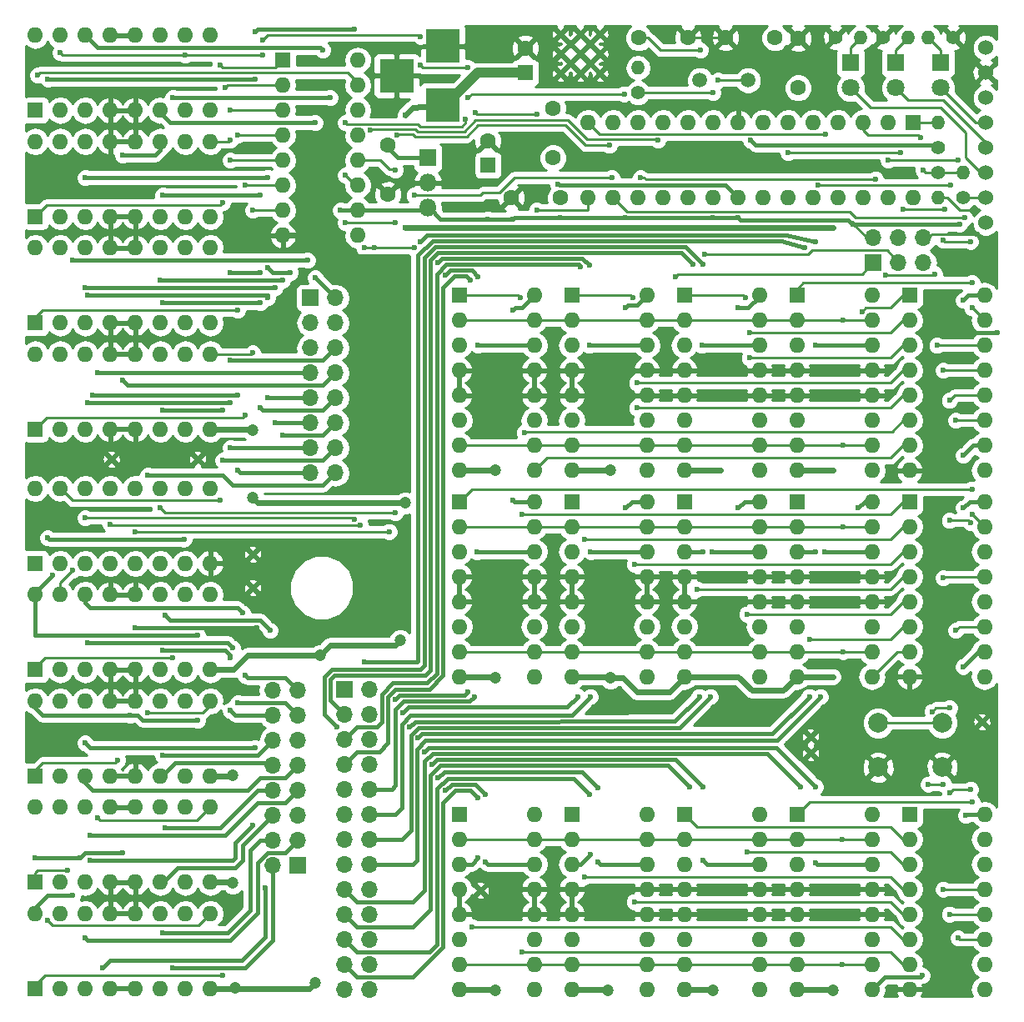
<source format=gtl>
G04 #@! TF.FileFunction,Copper,L1,Top,Signal*
%FSLAX46Y46*%
G04 Gerber Fmt 4.6, Leading zero omitted, Abs format (unit mm)*
G04 Created by KiCad (PCBNEW 4.0.7-e2-6376~58~ubuntu16.04.1) date Wed Feb 21 03:08:00 2018*
%MOMM*%
%LPD*%
G01*
G04 APERTURE LIST*
%ADD10C,0.100000*%
%ADD11C,0.600000*%
%ADD12C,2.000000*%
%ADD13R,1.700000X1.700000*%
%ADD14O,1.700000X1.700000*%
%ADD15C,1.500000*%
%ADD16C,1.600000*%
%ADD17R,1.600000X1.600000*%
%ADD18R,1.800000X1.800000*%
%ADD19C,1.800000*%
%ADD20R,3.500000X3.500000*%
%ADD21O,1.600000X1.600000*%
%ADD22O,1.800000X1.800000*%
%ADD23C,1.400000*%
%ADD24O,1.400000X1.400000*%
%ADD25C,1.524000*%
%ADD26C,1.200000*%
%ADD27C,0.400000*%
%ADD28C,0.250000*%
%ADD29C,0.600000*%
%ADD30C,1.000000*%
%ADD31C,0.254000*%
G04 APERTURE END LIST*
D10*
D11*
X84010000Y-30543000D03*
X82010000Y-30543000D03*
X80010000Y-30543000D03*
X83010000Y-29543000D03*
X81010000Y-29543000D03*
X84010000Y-28543000D03*
X82010000Y-28543000D03*
X80010000Y-28543000D03*
X83010000Y-27543000D03*
X81010000Y-27543000D03*
X84010000Y-26543000D03*
X82010000Y-26543000D03*
X80010000Y-26543000D03*
X43180000Y-69723000D03*
X34417000Y-69723000D03*
X48768000Y-82804000D03*
X48768000Y-79375000D03*
X71882000Y-113538000D03*
X122809000Y-96393000D03*
X105410000Y-97917000D03*
D12*
X112268000Y-101020000D03*
X112268000Y-96520000D03*
X118768000Y-101020000D03*
X118768000Y-96520000D03*
D13*
X53340000Y-110998000D03*
D14*
X50800000Y-110998000D03*
X53340000Y-108458000D03*
X50800000Y-108458000D03*
X53340000Y-105918000D03*
X50800000Y-105918000D03*
X53340000Y-103378000D03*
X50800000Y-103378000D03*
X53340000Y-100838000D03*
X50800000Y-100838000D03*
X53340000Y-98298000D03*
X50800000Y-98298000D03*
X53340000Y-95758000D03*
X50800000Y-95758000D03*
X53340000Y-93218000D03*
X50800000Y-93218000D03*
D13*
X58039000Y-93091000D03*
D14*
X60579000Y-93091000D03*
X58039000Y-95631000D03*
X60579000Y-95631000D03*
X58039000Y-98171000D03*
X60579000Y-98171000D03*
X58039000Y-100711000D03*
X60579000Y-100711000D03*
X58039000Y-103251000D03*
X60579000Y-103251000D03*
X58039000Y-105791000D03*
X60579000Y-105791000D03*
X58039000Y-108331000D03*
X60579000Y-108331000D03*
X58039000Y-110871000D03*
X60579000Y-110871000D03*
X58039000Y-113411000D03*
X60579000Y-113411000D03*
X58039000Y-115951000D03*
X60579000Y-115951000D03*
X58039000Y-118491000D03*
X60579000Y-118491000D03*
X58039000Y-121031000D03*
X60579000Y-121031000D03*
X58039000Y-123571000D03*
X60579000Y-123571000D03*
D15*
X99060000Y-31242000D03*
X94180000Y-31242000D03*
D16*
X79248000Y-39116000D03*
X79248000Y-34116000D03*
D13*
X111760000Y-49784000D03*
D14*
X111760000Y-47244000D03*
X114300000Y-49784000D03*
X114300000Y-47244000D03*
X116840000Y-49784000D03*
X116840000Y-47244000D03*
D16*
X92964000Y-26924000D03*
X87964000Y-26924000D03*
X96774000Y-26924000D03*
X101774000Y-26924000D03*
X80010000Y-43180000D03*
X75010000Y-43180000D03*
X104140000Y-32004000D03*
X104140000Y-27004000D03*
D17*
X76454000Y-30480000D03*
D16*
X76454000Y-27980000D03*
D18*
X114046000Y-29464000D03*
D19*
X114046000Y-32004000D03*
D18*
X109474000Y-29464000D03*
D19*
X109474000Y-32004000D03*
D18*
X118618000Y-29464000D03*
D19*
X118618000Y-32004000D03*
D13*
X54610000Y-53340000D03*
D14*
X57150000Y-53340000D03*
X54610000Y-55880000D03*
X57150000Y-55880000D03*
X54610000Y-58420000D03*
X57150000Y-58420000D03*
X54610000Y-60960000D03*
X57150000Y-60960000D03*
X54610000Y-63500000D03*
X57150000Y-63500000D03*
X54610000Y-66040000D03*
X57150000Y-66040000D03*
X54610000Y-68580000D03*
X57150000Y-68580000D03*
X54610000Y-71120000D03*
X57150000Y-71120000D03*
D20*
X68072000Y-33782000D03*
X68072000Y-27782000D03*
X63372000Y-30782000D03*
D17*
X72644000Y-39878000D03*
D16*
X72644000Y-37378000D03*
X62484000Y-37846000D03*
X62484000Y-42846000D03*
D17*
X115443000Y-53086000D03*
D21*
X123063000Y-70866000D03*
X115443000Y-55626000D03*
X123063000Y-68326000D03*
X115443000Y-58166000D03*
X123063000Y-65786000D03*
X115443000Y-60706000D03*
X123063000Y-63246000D03*
X115443000Y-63246000D03*
X123063000Y-60706000D03*
X115443000Y-65786000D03*
X123063000Y-58166000D03*
X115443000Y-68326000D03*
X123063000Y-55626000D03*
X115443000Y-70866000D03*
X123063000Y-53086000D03*
D17*
X51816000Y-29210000D03*
D21*
X59436000Y-46990000D03*
X51816000Y-31750000D03*
X59436000Y-44450000D03*
X51816000Y-34290000D03*
X59436000Y-41910000D03*
X51816000Y-36830000D03*
X59436000Y-39370000D03*
X51816000Y-39370000D03*
X59436000Y-36830000D03*
X51816000Y-41910000D03*
X59436000Y-34290000D03*
X51816000Y-44450000D03*
X59436000Y-31750000D03*
X51816000Y-46990000D03*
X59436000Y-29210000D03*
D17*
X104013000Y-53086000D03*
D21*
X111633000Y-70866000D03*
X104013000Y-55626000D03*
X111633000Y-68326000D03*
X104013000Y-58166000D03*
X111633000Y-65786000D03*
X104013000Y-60706000D03*
X111633000Y-63246000D03*
X104013000Y-63246000D03*
X111633000Y-60706000D03*
X104013000Y-65786000D03*
X111633000Y-58166000D03*
X104013000Y-68326000D03*
X111633000Y-55626000D03*
X104013000Y-70866000D03*
X111633000Y-53086000D03*
D17*
X92583000Y-74041000D03*
D21*
X100203000Y-91821000D03*
X92583000Y-76581000D03*
X100203000Y-89281000D03*
X92583000Y-79121000D03*
X100203000Y-86741000D03*
X92583000Y-81661000D03*
X100203000Y-84201000D03*
X92583000Y-84201000D03*
X100203000Y-81661000D03*
X92583000Y-86741000D03*
X100203000Y-79121000D03*
X92583000Y-89281000D03*
X100203000Y-76581000D03*
X92583000Y-91821000D03*
X100203000Y-74041000D03*
D17*
X26670000Y-34290000D03*
D21*
X44450000Y-26670000D03*
X29210000Y-34290000D03*
X41910000Y-26670000D03*
X31750000Y-34290000D03*
X39370000Y-26670000D03*
X34290000Y-34290000D03*
X36830000Y-26670000D03*
X36830000Y-34290000D03*
X34290000Y-26670000D03*
X39370000Y-34290000D03*
X31750000Y-26670000D03*
X41910000Y-34290000D03*
X29210000Y-26670000D03*
X44450000Y-34290000D03*
X26670000Y-26670000D03*
D17*
X26670000Y-123495758D03*
D21*
X44450000Y-115875758D03*
X29210000Y-123495758D03*
X41910000Y-115875758D03*
X31750000Y-123495758D03*
X39370000Y-115875758D03*
X34290000Y-123495758D03*
X36830000Y-115875758D03*
X36830000Y-123495758D03*
X34290000Y-115875758D03*
X39370000Y-123495758D03*
X31750000Y-115875758D03*
X41910000Y-123495758D03*
X29210000Y-115875758D03*
X44450000Y-123495758D03*
X26670000Y-115875758D03*
D17*
X115443000Y-74041000D03*
D21*
X123063000Y-91821000D03*
X115443000Y-76581000D03*
X123063000Y-89281000D03*
X115443000Y-79121000D03*
X123063000Y-86741000D03*
X115443000Y-81661000D03*
X123063000Y-84201000D03*
X115443000Y-84201000D03*
X123063000Y-81661000D03*
X115443000Y-86741000D03*
X123063000Y-79121000D03*
X115443000Y-89281000D03*
X123063000Y-76581000D03*
X115443000Y-91821000D03*
X123063000Y-74041000D03*
D17*
X26670000Y-80315758D03*
D21*
X44450000Y-72695758D03*
X29210000Y-80315758D03*
X41910000Y-72695758D03*
X31750000Y-80315758D03*
X39370000Y-72695758D03*
X34290000Y-80315758D03*
X36830000Y-72695758D03*
X36830000Y-80315758D03*
X34290000Y-72695758D03*
X39370000Y-80315758D03*
X31750000Y-72695758D03*
X41910000Y-80315758D03*
X29210000Y-72695758D03*
X44450000Y-80315758D03*
X26670000Y-72695758D03*
D17*
X92583000Y-53086000D03*
D21*
X100203000Y-70866000D03*
X92583000Y-55626000D03*
X100203000Y-68326000D03*
X92583000Y-58166000D03*
X100203000Y-65786000D03*
X92583000Y-60706000D03*
X100203000Y-63246000D03*
X92583000Y-63246000D03*
X100203000Y-60706000D03*
X92583000Y-65786000D03*
X100203000Y-58166000D03*
X92583000Y-68326000D03*
X100203000Y-55626000D03*
X92583000Y-70866000D03*
X100203000Y-53086000D03*
D17*
X104013000Y-74041000D03*
D21*
X111633000Y-91821000D03*
X104013000Y-76581000D03*
X111633000Y-89281000D03*
X104013000Y-79121000D03*
X111633000Y-86741000D03*
X104013000Y-81661000D03*
X111633000Y-84201000D03*
X104013000Y-84201000D03*
X111633000Y-81661000D03*
X104013000Y-86741000D03*
X111633000Y-79121000D03*
X104013000Y-89281000D03*
X111633000Y-76581000D03*
X104013000Y-91821000D03*
X111633000Y-74041000D03*
D17*
X26670000Y-45085000D03*
D21*
X44450000Y-37465000D03*
X29210000Y-45085000D03*
X41910000Y-37465000D03*
X31750000Y-45085000D03*
X39370000Y-37465000D03*
X34290000Y-45085000D03*
X36830000Y-37465000D03*
X36830000Y-45085000D03*
X34290000Y-37465000D03*
X39370000Y-45085000D03*
X31750000Y-37465000D03*
X41910000Y-45085000D03*
X29210000Y-37465000D03*
X44450000Y-45085000D03*
X26670000Y-37465000D03*
D17*
X26670000Y-112700758D03*
D21*
X44450000Y-105080758D03*
X29210000Y-112700758D03*
X41910000Y-105080758D03*
X31750000Y-112700758D03*
X39370000Y-105080758D03*
X34290000Y-112700758D03*
X36830000Y-105080758D03*
X36830000Y-112700758D03*
X34290000Y-105080758D03*
X39370000Y-112700758D03*
X31750000Y-105080758D03*
X41910000Y-112700758D03*
X29210000Y-105080758D03*
X44450000Y-112700758D03*
X26670000Y-105080758D03*
D17*
X115443000Y-105791000D03*
D21*
X123063000Y-123571000D03*
X115443000Y-108331000D03*
X123063000Y-121031000D03*
X115443000Y-110871000D03*
X123063000Y-118491000D03*
X115443000Y-113411000D03*
X123063000Y-115951000D03*
X115443000Y-115951000D03*
X123063000Y-113411000D03*
X115443000Y-118491000D03*
X123063000Y-110871000D03*
X115443000Y-121031000D03*
X123063000Y-108331000D03*
X115443000Y-123571000D03*
X123063000Y-105791000D03*
D17*
X81153000Y-53086000D03*
D21*
X88773000Y-70866000D03*
X81153000Y-55626000D03*
X88773000Y-68326000D03*
X81153000Y-58166000D03*
X88773000Y-65786000D03*
X81153000Y-60706000D03*
X88773000Y-63246000D03*
X81153000Y-63246000D03*
X88773000Y-60706000D03*
X81153000Y-65786000D03*
X88773000Y-58166000D03*
X81153000Y-68326000D03*
X88773000Y-55626000D03*
X81153000Y-70866000D03*
X88773000Y-53086000D03*
D17*
X104013000Y-105791000D03*
D21*
X111633000Y-123571000D03*
X104013000Y-108331000D03*
X111633000Y-121031000D03*
X104013000Y-110871000D03*
X111633000Y-118491000D03*
X104013000Y-113411000D03*
X111633000Y-115951000D03*
X104013000Y-115951000D03*
X111633000Y-113411000D03*
X104013000Y-118491000D03*
X111633000Y-110871000D03*
X104013000Y-121031000D03*
X111633000Y-108331000D03*
X104013000Y-123571000D03*
X111633000Y-105791000D03*
D17*
X26670000Y-55880000D03*
D21*
X44450000Y-48260000D03*
X29210000Y-55880000D03*
X41910000Y-48260000D03*
X31750000Y-55880000D03*
X39370000Y-48260000D03*
X34290000Y-55880000D03*
X36830000Y-48260000D03*
X36830000Y-55880000D03*
X34290000Y-48260000D03*
X39370000Y-55880000D03*
X31750000Y-48260000D03*
X41910000Y-55880000D03*
X29210000Y-48260000D03*
X44450000Y-55880000D03*
X26670000Y-48260000D03*
D17*
X26670000Y-101905758D03*
D21*
X44450000Y-94285758D03*
X29210000Y-101905758D03*
X41910000Y-94285758D03*
X31750000Y-101905758D03*
X39370000Y-94285758D03*
X34290000Y-101905758D03*
X36830000Y-94285758D03*
X36830000Y-101905758D03*
X34290000Y-94285758D03*
X39370000Y-101905758D03*
X31750000Y-94285758D03*
X41910000Y-101905758D03*
X29210000Y-94285758D03*
X44450000Y-101905758D03*
X26670000Y-94285758D03*
D17*
X69723000Y-53086000D03*
D21*
X77343000Y-70866000D03*
X69723000Y-55626000D03*
X77343000Y-68326000D03*
X69723000Y-58166000D03*
X77343000Y-65786000D03*
X69723000Y-60706000D03*
X77343000Y-63246000D03*
X69723000Y-63246000D03*
X77343000Y-60706000D03*
X69723000Y-65786000D03*
X77343000Y-58166000D03*
X69723000Y-68326000D03*
X77343000Y-55626000D03*
X69723000Y-70866000D03*
X77343000Y-53086000D03*
D17*
X92583000Y-105791000D03*
D21*
X100203000Y-123571000D03*
X92583000Y-108331000D03*
X100203000Y-121031000D03*
X92583000Y-110871000D03*
X100203000Y-118491000D03*
X92583000Y-113411000D03*
X100203000Y-115951000D03*
X92583000Y-115951000D03*
X100203000Y-113411000D03*
X92583000Y-118491000D03*
X100203000Y-110871000D03*
X92583000Y-121031000D03*
X100203000Y-108331000D03*
X92583000Y-123571000D03*
X100203000Y-105791000D03*
D17*
X26670000Y-66675000D03*
D21*
X44450000Y-59055000D03*
X29210000Y-66675000D03*
X41910000Y-59055000D03*
X31750000Y-66675000D03*
X39370000Y-59055000D03*
X34290000Y-66675000D03*
X36830000Y-59055000D03*
X36830000Y-66675000D03*
X34290000Y-59055000D03*
X39370000Y-66675000D03*
X31750000Y-59055000D03*
X41910000Y-66675000D03*
X29210000Y-59055000D03*
X44450000Y-66675000D03*
X26670000Y-59055000D03*
D17*
X26670000Y-91110758D03*
D21*
X44450000Y-83490758D03*
X29210000Y-91110758D03*
X41910000Y-83490758D03*
X31750000Y-91110758D03*
X39370000Y-83490758D03*
X34290000Y-91110758D03*
X36830000Y-83490758D03*
X36830000Y-91110758D03*
X34290000Y-83490758D03*
X39370000Y-91110758D03*
X31750000Y-83490758D03*
X41910000Y-91110758D03*
X29210000Y-83490758D03*
X44450000Y-91110758D03*
X26670000Y-83490758D03*
D17*
X69723000Y-74041000D03*
D21*
X77343000Y-91821000D03*
X69723000Y-76581000D03*
X77343000Y-89281000D03*
X69723000Y-79121000D03*
X77343000Y-86741000D03*
X69723000Y-81661000D03*
X77343000Y-84201000D03*
X69723000Y-84201000D03*
X77343000Y-81661000D03*
X69723000Y-86741000D03*
X77343000Y-79121000D03*
X69723000Y-89281000D03*
X77343000Y-76581000D03*
X69723000Y-91821000D03*
X77343000Y-74041000D03*
D17*
X81153000Y-105791000D03*
D21*
X88773000Y-123571000D03*
X81153000Y-108331000D03*
X88773000Y-121031000D03*
X81153000Y-110871000D03*
X88773000Y-118491000D03*
X81153000Y-113411000D03*
X88773000Y-115951000D03*
X81153000Y-115951000D03*
X88773000Y-113411000D03*
X81153000Y-118491000D03*
X88773000Y-110871000D03*
X81153000Y-121031000D03*
X88773000Y-108331000D03*
X81153000Y-123571000D03*
X88773000Y-105791000D03*
D17*
X81153000Y-74041000D03*
D21*
X88773000Y-91821000D03*
X81153000Y-76581000D03*
X88773000Y-89281000D03*
X81153000Y-79121000D03*
X88773000Y-86741000D03*
X81153000Y-81661000D03*
X88773000Y-84201000D03*
X81153000Y-84201000D03*
X88773000Y-81661000D03*
X81153000Y-86741000D03*
X88773000Y-79121000D03*
X81153000Y-89281000D03*
X88773000Y-76581000D03*
X81153000Y-91821000D03*
X88773000Y-74041000D03*
D17*
X69723000Y-105791000D03*
D21*
X77343000Y-123571000D03*
X69723000Y-108331000D03*
X77343000Y-121031000D03*
X69723000Y-110871000D03*
X77343000Y-118491000D03*
X69723000Y-113411000D03*
X77343000Y-115951000D03*
X69723000Y-115951000D03*
X77343000Y-113411000D03*
X69723000Y-118491000D03*
X77343000Y-110871000D03*
X69723000Y-121031000D03*
X77343000Y-108331000D03*
X69723000Y-123571000D03*
X77343000Y-105791000D03*
D17*
X115824000Y-35560000D03*
D21*
X82804000Y-43180000D03*
X113284000Y-35560000D03*
X85344000Y-43180000D03*
X110744000Y-35560000D03*
X87884000Y-43180000D03*
X108204000Y-35560000D03*
X90424000Y-43180000D03*
X105664000Y-35560000D03*
X92964000Y-43180000D03*
X103124000Y-35560000D03*
X95504000Y-43180000D03*
X100584000Y-35560000D03*
X98044000Y-43180000D03*
X98044000Y-35560000D03*
X100584000Y-43180000D03*
X95504000Y-35560000D03*
X103124000Y-43180000D03*
X92964000Y-35560000D03*
X105664000Y-43180000D03*
X90424000Y-35560000D03*
X108204000Y-43180000D03*
X87884000Y-35560000D03*
X110744000Y-43180000D03*
X85344000Y-35560000D03*
X113284000Y-43180000D03*
X82804000Y-35560000D03*
X115824000Y-43180000D03*
D18*
X66548000Y-39116000D03*
D22*
X66548000Y-41656000D03*
X66548000Y-44196000D03*
D23*
X120904000Y-43180000D03*
D24*
X120904000Y-40640000D03*
D23*
X118364000Y-40640000D03*
D24*
X118364000Y-43180000D03*
D23*
X119888000Y-26924000D03*
D24*
X117348000Y-26924000D03*
D23*
X112776000Y-26924000D03*
D24*
X115316000Y-26924000D03*
D23*
X107950000Y-26924000D03*
D24*
X110490000Y-26924000D03*
D23*
X118364000Y-38100000D03*
D24*
X118364000Y-35560000D03*
D23*
X87884000Y-32512000D03*
D24*
X87884000Y-29972000D03*
D11*
X105410000Y-99568000D03*
D25*
X123190000Y-27940000D03*
X123190000Y-30480000D03*
X123190000Y-33020000D03*
X123190000Y-35560000D03*
X123190000Y-38100000D03*
X123190000Y-40640000D03*
X123190000Y-43180000D03*
X123190000Y-45720000D03*
D11*
X95504000Y-45212000D03*
X27940000Y-31115000D03*
X59055000Y-26035000D03*
X49022000Y-26289000D03*
X49022000Y-31115000D03*
X57658000Y-44450000D03*
X27940000Y-77724000D03*
X41783000Y-77851000D03*
X120904000Y-69342000D03*
X120904000Y-90805000D03*
X99314000Y-37338000D03*
X80010000Y-45212000D03*
X72644000Y-45339000D03*
X75184000Y-45339000D03*
X86614000Y-45212000D03*
X98044000Y-45212000D03*
X120523000Y-45847000D03*
X109728000Y-45847000D03*
X120904000Y-53594000D03*
X120904000Y-74676000D03*
X121158000Y-105918000D03*
X110236000Y-74676000D03*
X98044000Y-54356000D03*
X98044000Y-74676000D03*
X86614000Y-54356000D03*
X86614000Y-74676000D03*
X75184000Y-54610000D03*
X75184000Y-73914000D03*
X43180000Y-87630000D03*
X43180000Y-96266000D03*
X36322000Y-95758000D03*
X35560000Y-109728000D03*
X30480000Y-114046000D03*
X31242000Y-110236000D03*
X26670000Y-110236000D03*
X28448000Y-81534000D03*
X61722000Y-49149000D03*
X34290000Y-97409000D03*
X124333000Y-56896000D03*
X49149000Y-86868000D03*
X36830000Y-86868000D03*
X122301000Y-46863000D03*
X121920000Y-44450000D03*
X107696000Y-91821000D03*
X107696000Y-70866000D03*
X96266000Y-70866000D03*
X64262000Y-34798000D03*
X107696000Y-46228000D03*
D26*
X107696000Y-123698000D03*
X95504000Y-123698000D03*
D11*
X96266000Y-46232994D03*
X85090000Y-46228000D03*
X73406000Y-46228000D03*
X64262000Y-46228000D03*
D26*
X85090000Y-70866000D03*
X85090000Y-91948000D03*
X84836000Y-123698000D03*
X73406000Y-70866000D03*
X73406000Y-91948000D03*
X73406000Y-123698000D03*
X64262000Y-74168000D03*
X48768000Y-73660000D03*
X48768000Y-66802000D03*
X46736000Y-101854000D03*
X46990000Y-123444000D03*
X46736000Y-112776000D03*
X63754000Y-88138000D03*
X55626000Y-89662000D03*
X55118000Y-122936000D03*
D11*
X95504000Y-32512000D03*
X96012000Y-31242000D03*
X94234000Y-28194000D03*
X79756000Y-41783000D03*
X104775000Y-48260000D03*
X60071000Y-90297000D03*
X105918000Y-58166000D03*
X105918000Y-47625000D03*
X65786000Y-47625000D03*
X93472000Y-49911000D03*
X94361000Y-58166000D03*
X94488000Y-49911000D03*
X57277000Y-96901000D03*
X82042000Y-50165000D03*
X82931000Y-50038000D03*
X82931000Y-58166000D03*
X67564000Y-49784000D03*
X70866000Y-51562000D03*
X71628000Y-58166000D03*
X71628000Y-51181000D03*
X68326000Y-51054000D03*
X70612000Y-93345000D03*
X63246000Y-94107000D03*
X71247000Y-93853000D03*
X71501000Y-79121000D03*
X81788000Y-93853000D03*
X64008000Y-95504000D03*
X83058000Y-93853000D03*
X83058000Y-79121000D03*
X94488000Y-79121000D03*
X94107000Y-93853000D03*
X64643000Y-96901000D03*
X95377000Y-79121000D03*
X95250000Y-93853000D03*
X105918000Y-79121000D03*
X105283000Y-93853000D03*
X65532000Y-98044000D03*
X106807000Y-79121000D03*
X106426000Y-93853000D03*
X104394000Y-102997000D03*
X66167000Y-99441000D03*
X105918000Y-102997000D03*
X105918000Y-110744000D03*
X93091000Y-102997000D03*
X66929000Y-100711000D03*
X94488000Y-102997000D03*
X94488000Y-110490000D03*
X83058000Y-109855000D03*
X82931000Y-103759000D03*
X83820000Y-110617000D03*
X83820000Y-103124000D03*
X67564000Y-102108000D03*
X71628000Y-110236000D03*
X71628000Y-104140000D03*
X72390000Y-110617000D03*
X72390000Y-103759000D03*
X68326000Y-103378000D03*
X30480000Y-49530000D03*
X54356000Y-49530000D03*
X55118000Y-35560000D03*
X55118000Y-51308000D03*
X55880000Y-28194000D03*
X56642000Y-33020000D03*
X40640000Y-33020000D03*
X52578000Y-50800000D03*
X50292000Y-50292000D03*
X50292000Y-41148000D03*
X31750000Y-41148000D03*
X46482000Y-59690000D03*
X46482000Y-50800000D03*
X49530000Y-50800000D03*
X49530000Y-42926000D03*
X39624000Y-42926000D03*
X33020000Y-60960000D03*
X35560000Y-61722000D03*
X35560000Y-38862000D03*
X50292000Y-63500000D03*
X50292000Y-53340000D03*
X32004000Y-53086000D03*
X49530000Y-64516000D03*
X49530000Y-53848000D03*
X39624000Y-53848000D03*
X51054000Y-66040000D03*
X51054000Y-52324000D03*
X31750000Y-52324000D03*
X51816000Y-67310000D03*
X51816000Y-51562000D03*
X39370000Y-51562000D03*
X46482000Y-68580000D03*
X46482000Y-64008000D03*
X32004000Y-64008000D03*
X45720000Y-69850000D03*
X45720000Y-64770000D03*
X39624000Y-64770000D03*
X47244000Y-70866000D03*
X47244000Y-63246000D03*
X32512000Y-63246000D03*
X38100000Y-71374000D03*
X33528000Y-121412000D03*
X50038000Y-113284000D03*
X40640000Y-121412000D03*
X31750000Y-118364000D03*
X39624000Y-117856000D03*
X48768000Y-106934000D03*
X32258000Y-110490000D03*
X32258000Y-107950000D03*
X39878000Y-107188000D03*
X31750000Y-98552000D03*
X49022000Y-99060000D03*
X39624000Y-99822000D03*
X47244000Y-94488000D03*
X46736000Y-88900000D03*
X32004000Y-88392000D03*
X46482000Y-95250000D03*
X46482000Y-89916000D03*
X39624000Y-89154000D03*
X48006000Y-91694000D03*
X47752000Y-85344000D03*
X50546000Y-87122000D03*
X39878000Y-85598000D03*
X91694000Y-51181000D03*
X94615000Y-48895000D03*
X88138000Y-41148000D03*
X112014000Y-41275000D03*
X116586000Y-37084000D03*
X116840000Y-40386000D03*
X110617000Y-54737000D03*
X99187000Y-56896000D03*
X98806000Y-53340000D03*
X99187000Y-59436000D03*
X106172000Y-41910000D03*
X119634000Y-41910000D03*
X120142000Y-65786000D03*
X120142000Y-87122000D03*
X120396000Y-118364000D03*
X87757000Y-61976000D03*
X87376000Y-53340000D03*
X103124000Y-38608000D03*
X114554000Y-38608000D03*
X114808000Y-44323000D03*
X118999000Y-44323000D03*
X119507000Y-63754000D03*
X119507000Y-75946000D03*
X121666000Y-76200000D03*
X119507000Y-115951000D03*
X119507000Y-103632000D03*
X121666000Y-103251000D03*
X87757000Y-64516000D03*
X61087000Y-48260000D03*
X85217000Y-41148000D03*
X65151000Y-42926000D03*
X65151000Y-48260000D03*
X60071000Y-48260000D03*
X59690000Y-76454000D03*
X34290000Y-76327000D03*
X121031000Y-45212000D03*
X121666000Y-47625000D03*
X118872000Y-47498000D03*
X118872000Y-60706000D03*
X118872000Y-81788000D03*
X119507000Y-94996000D03*
X117729000Y-95377000D03*
X117348000Y-102743000D03*
X118872000Y-102743000D03*
X118872000Y-113411000D03*
X76327000Y-67056000D03*
X75946000Y-53340000D03*
X118237000Y-58166000D03*
X113030000Y-51054000D03*
X117983000Y-50927000D03*
X121793000Y-51816000D03*
X121793000Y-54356000D03*
X45466000Y-29718000D03*
X31750000Y-75692000D03*
X59055000Y-75819000D03*
X45720000Y-43688000D03*
X45974000Y-32004000D03*
X46482000Y-37338000D03*
X46482000Y-34290000D03*
X86487000Y-32639000D03*
X70612000Y-33020000D03*
X70358000Y-35179000D03*
X58166000Y-35560000D03*
X58166000Y-40894000D03*
X58166000Y-45720000D03*
X63246000Y-45720000D03*
X63246000Y-75184000D03*
X39370000Y-74676000D03*
X47244000Y-54610000D03*
X47244000Y-36830000D03*
X63246000Y-40386000D03*
X84963000Y-37846000D03*
X63373000Y-36830000D03*
X62611000Y-77089000D03*
X36830000Y-77089000D03*
X46482000Y-39370000D03*
X48006000Y-65278000D03*
X48006000Y-41910000D03*
X60706000Y-36322000D03*
X89916000Y-37338000D03*
X48768000Y-58928000D03*
X48768000Y-44450000D03*
X26924000Y-30734000D03*
X106934000Y-36703000D03*
X108712000Y-55626000D03*
X108712000Y-68326000D03*
X108712000Y-76581000D03*
X108712000Y-89281000D03*
X108585000Y-108331000D03*
X108585000Y-121031000D03*
X93853000Y-82931000D03*
X98933000Y-85471000D03*
X77597000Y-44450000D03*
X77597000Y-34671000D03*
X71374000Y-34544000D03*
X70612000Y-29972000D03*
X65786000Y-29718000D03*
X65786000Y-26797000D03*
X49784000Y-27178000D03*
X49784000Y-28702000D03*
X29210000Y-28448000D03*
X41910000Y-28702000D03*
X30480000Y-81026000D03*
X45466000Y-73914000D03*
X45720000Y-122174000D03*
X27940000Y-116586000D03*
X76073000Y-75311000D03*
X82423000Y-77851000D03*
X87503000Y-80391000D03*
X105283000Y-88011000D03*
X121793000Y-72771000D03*
X121793000Y-75311000D03*
X29972000Y-111506000D03*
X33020000Y-106172000D03*
X35052000Y-100330000D03*
X38100000Y-95504000D03*
X40640000Y-89916000D03*
X116713000Y-122174000D03*
X98933000Y-109601000D03*
X82423000Y-112141000D03*
X87503000Y-114681000D03*
X70993000Y-117221000D03*
X76073000Y-119761000D03*
X121793000Y-104521000D03*
X120396000Y-39370000D03*
X113284000Y-39370000D03*
D27*
X49276000Y-26035000D02*
X59055000Y-26035000D01*
X49022000Y-26289000D02*
X49276000Y-26035000D01*
X49022000Y-31115000D02*
X27940000Y-31115000D01*
X59436000Y-44450000D02*
X57658000Y-44450000D01*
X59436000Y-44450000D02*
X66294000Y-44450000D01*
X66294000Y-44450000D02*
X66548000Y-44196000D01*
X28067000Y-77851000D02*
X41783000Y-77851000D01*
X28067000Y-77851000D02*
X27940000Y-77724000D01*
D28*
X111760000Y-47244000D02*
X111125000Y-47244000D01*
X111125000Y-47244000D02*
X109728000Y-45847000D01*
D27*
X109728000Y-45847000D02*
X109601000Y-45847000D01*
X98298000Y-45466000D02*
X98044000Y-45212000D01*
X98298000Y-45466000D02*
X99187000Y-45466000D01*
X109220000Y-45466000D02*
X99187000Y-45466000D01*
X109601000Y-45847000D02*
X109220000Y-45466000D01*
X123063000Y-68326000D02*
X121920000Y-68326000D01*
X121920000Y-68326000D02*
X120904000Y-69342000D01*
X120904000Y-90805000D02*
X122428000Y-89281000D01*
X122428000Y-89281000D02*
X123063000Y-89281000D01*
X118110000Y-37846000D02*
X99822000Y-37846000D01*
X99822000Y-37846000D02*
X99314000Y-37338000D01*
X118110000Y-37846000D02*
X118364000Y-38100000D01*
X66548000Y-44196000D02*
X66675000Y-44196000D01*
X66675000Y-44196000D02*
X67818000Y-45339000D01*
X67818000Y-45339000D02*
X72644000Y-45339000D01*
X72644000Y-45339000D02*
X75184000Y-45339000D01*
X75311000Y-45212000D02*
X80010000Y-45212000D01*
X80010000Y-45212000D02*
X86614000Y-45212000D01*
X75184000Y-45339000D02*
X75311000Y-45212000D01*
X98044000Y-45212000D02*
X95504000Y-45212000D01*
X95504000Y-45212000D02*
X86868000Y-45212000D01*
X109601000Y-45720000D02*
X109728000Y-45847000D01*
X120523000Y-45847000D02*
X109728000Y-45847000D01*
X121412000Y-53086000D02*
X123063000Y-53086000D01*
X120904000Y-53594000D02*
X121412000Y-53086000D01*
X121539000Y-74041000D02*
X123063000Y-74041000D01*
X120904000Y-74676000D02*
X121539000Y-74041000D01*
X121158000Y-105918000D02*
X121285000Y-105791000D01*
X121285000Y-105791000D02*
X123063000Y-105791000D01*
X110236000Y-74676000D02*
X110871000Y-74041000D01*
X110871000Y-74041000D02*
X111633000Y-74041000D01*
X99060000Y-54356000D02*
X100203000Y-53213000D01*
X98044000Y-54356000D02*
X99060000Y-54356000D01*
X100203000Y-53213000D02*
X100203000Y-53086000D01*
X98044000Y-74676000D02*
X98679000Y-74041000D01*
X98679000Y-74041000D02*
X100203000Y-74041000D01*
X87757000Y-54102000D02*
X88773000Y-53086000D01*
X86614000Y-54356000D02*
X86868000Y-54102000D01*
X86868000Y-54102000D02*
X87757000Y-54102000D01*
X87249000Y-74041000D02*
X88773000Y-74041000D01*
X86614000Y-74676000D02*
X87249000Y-74041000D01*
X76073000Y-54356000D02*
X77343000Y-53086000D01*
X75438000Y-54356000D02*
X76073000Y-54356000D01*
X75184000Y-54610000D02*
X75438000Y-54356000D01*
X75184000Y-73914000D02*
X75311000Y-74041000D01*
X75311000Y-74041000D02*
X77343000Y-74041000D01*
X36322000Y-95758000D02*
X37084000Y-95758000D01*
X26670000Y-87630000D02*
X26670000Y-83490758D01*
X43180000Y-87630000D02*
X26670000Y-87630000D01*
X37592000Y-96266000D02*
X43180000Y-96266000D01*
X37084000Y-95758000D02*
X37592000Y-96266000D01*
X31242000Y-110236000D02*
X31750000Y-109728000D01*
X27432000Y-95758000D02*
X26670000Y-94996000D01*
X36322000Y-95758000D02*
X27432000Y-95758000D01*
X31750000Y-109728000D02*
X35560000Y-109728000D01*
X26670000Y-94996000D02*
X26670000Y-94285758D01*
X26670000Y-115875758D02*
X26670000Y-115316000D01*
X26670000Y-115316000D02*
X27940000Y-114046000D01*
X27940000Y-114046000D02*
X30480000Y-114046000D01*
X31242000Y-110236000D02*
X26670000Y-110236000D01*
X28448000Y-81534000D02*
X26670000Y-83312000D01*
X26670000Y-83312000D02*
X26670000Y-83490758D01*
D29*
X51816000Y-46990000D02*
X56388000Y-46990000D01*
X58547000Y-49149000D02*
X61722000Y-49149000D01*
X56388000Y-46990000D02*
X58547000Y-49149000D01*
D27*
X34417000Y-97282000D02*
X47752000Y-97282000D01*
X34290000Y-97409000D02*
X34417000Y-97282000D01*
X117475000Y-56896000D02*
X117602000Y-56769000D01*
X124333000Y-56896000D02*
X117475000Y-56896000D01*
X36830000Y-86868000D02*
X49149000Y-86868000D01*
D28*
X118364000Y-43180000D02*
X119253000Y-43180000D01*
X117729000Y-46863000D02*
X117348000Y-47244000D01*
X122301000Y-46863000D02*
X117729000Y-46863000D01*
X120523000Y-44450000D02*
X121920000Y-44450000D01*
X119253000Y-43180000D02*
X120523000Y-44450000D01*
X117348000Y-47244000D02*
X116840000Y-47244000D01*
X96774000Y-26924000D02*
X92964000Y-26924000D01*
D29*
X107696000Y-91821000D02*
X104013000Y-91821000D01*
X107696000Y-70866000D02*
X104013000Y-70866000D01*
X96266000Y-70866000D02*
X92583000Y-70866000D01*
X92583000Y-91821000D02*
X98044000Y-91821000D01*
X98044000Y-91821000D02*
X99441000Y-93218000D01*
X99441000Y-93218000D02*
X102616000Y-93218000D01*
X102616000Y-93218000D02*
X104013000Y-91821000D01*
X85090000Y-91948000D02*
X86360000Y-91948000D01*
X91059000Y-93345000D02*
X92583000Y-91821000D01*
X87757000Y-93345000D02*
X91059000Y-93345000D01*
X86360000Y-91948000D02*
X87757000Y-93345000D01*
D27*
X62484000Y-37846000D02*
X62484000Y-38100000D01*
X62484000Y-38100000D02*
X63500000Y-39116000D01*
X63500000Y-39116000D02*
X66548000Y-39116000D01*
D30*
X68072000Y-33782000D02*
X68326000Y-33782000D01*
X68326000Y-33782000D02*
X71628000Y-30480000D01*
X71628000Y-30480000D02*
X76454000Y-30480000D01*
D29*
X65024000Y-34036000D02*
X68072000Y-33782000D01*
X64262000Y-34798000D02*
X65024000Y-34036000D01*
X107569000Y-123571000D02*
X107696000Y-123698000D01*
X104013000Y-123571000D02*
X107569000Y-123571000D01*
X107691006Y-46232994D02*
X96266000Y-46232994D01*
X107696000Y-46228000D02*
X107691006Y-46232994D01*
X85090000Y-46228000D02*
X96261006Y-46228000D01*
X95377000Y-123571000D02*
X95504000Y-123698000D01*
X95377000Y-123571000D02*
X92583000Y-123571000D01*
X96261006Y-46228000D02*
X96266000Y-46232994D01*
X73406000Y-46232994D02*
X73406000Y-46228000D01*
X85085006Y-46232994D02*
X73406000Y-46232994D01*
X85090000Y-46228000D02*
X85085006Y-46232994D01*
X73406000Y-46228000D02*
X64262000Y-46228000D01*
X85090000Y-70866000D02*
X81153000Y-70866000D01*
X81153000Y-123571000D02*
X84709000Y-123571000D01*
X84963000Y-91821000D02*
X81153000Y-91821000D01*
X85090000Y-91948000D02*
X84963000Y-91821000D01*
X84709000Y-123571000D02*
X84836000Y-123698000D01*
X73406000Y-70866000D02*
X69723000Y-70866000D01*
X69723000Y-123571000D02*
X73279000Y-123571000D01*
X73279000Y-91821000D02*
X69723000Y-91821000D01*
X73406000Y-91948000D02*
X73279000Y-91821000D01*
X73279000Y-123571000D02*
X73406000Y-123698000D01*
X44450000Y-66675000D02*
X48641000Y-66675000D01*
X49276000Y-74168000D02*
X64262000Y-74168000D01*
X48768000Y-73660000D02*
X49276000Y-74168000D01*
X48641000Y-66675000D02*
X48768000Y-66802000D01*
X44450000Y-91110758D02*
X46811242Y-91110758D01*
X48260000Y-89662000D02*
X55626000Y-89662000D01*
X46811242Y-91110758D02*
X48260000Y-89662000D01*
X46684242Y-101905758D02*
X44450000Y-101905758D01*
X46736000Y-101854000D02*
X46684242Y-101905758D01*
X44450000Y-112700758D02*
X46660758Y-112700758D01*
X46660758Y-112700758D02*
X46736000Y-112776000D01*
X46990000Y-123444000D02*
X46990000Y-123495758D01*
X46990000Y-123495758D02*
X46990000Y-123444000D01*
X46990000Y-123444000D02*
X46990000Y-123495758D01*
X44450000Y-123495758D02*
X46990000Y-123495758D01*
X46990000Y-123495758D02*
X54558242Y-123495758D01*
X55626000Y-89662000D02*
X56642000Y-88646000D01*
X56642000Y-88646000D02*
X63246000Y-88646000D01*
X63246000Y-88646000D02*
X63754000Y-88138000D01*
X54558242Y-123495758D02*
X55118000Y-122936000D01*
D28*
X87884000Y-32512000D02*
X95504000Y-32512000D01*
X99060000Y-31242000D02*
X96774000Y-31242000D01*
X96774000Y-31242000D02*
X96012000Y-31242000D01*
X88900000Y-26924000D02*
X87964000Y-26924000D01*
X90170000Y-28194000D02*
X88900000Y-26924000D01*
X94234000Y-28194000D02*
X90170000Y-28194000D01*
D27*
X96774000Y-41910000D02*
X98044000Y-43180000D01*
X79883000Y-41910000D02*
X96774000Y-41910000D01*
X79756000Y-41783000D02*
X79883000Y-41910000D01*
D28*
X118618000Y-29464000D02*
X118618000Y-28194000D01*
X118618000Y-28194000D02*
X117348000Y-26924000D01*
X123190000Y-35560000D02*
X122174000Y-35560000D01*
X122174000Y-35560000D02*
X118618000Y-32004000D01*
X114046000Y-29464000D02*
X114046000Y-28194000D01*
X114046000Y-28194000D02*
X115316000Y-26924000D01*
X123190000Y-38100000D02*
X123190000Y-37592000D01*
X123190000Y-37592000D02*
X118872000Y-33274000D01*
X118872000Y-33274000D02*
X115316000Y-33274000D01*
X115316000Y-33274000D02*
X114046000Y-32004000D01*
X109474000Y-29464000D02*
X109474000Y-27940000D01*
X109474000Y-27940000D02*
X110490000Y-26924000D01*
X123190000Y-40640000D02*
X122682000Y-40640000D01*
X122682000Y-40640000D02*
X121158000Y-39116000D01*
X121158000Y-39116000D02*
X121158000Y-36576000D01*
X121158000Y-36576000D02*
X118618000Y-34036000D01*
X118618000Y-34036000D02*
X111506000Y-34036000D01*
X111506000Y-34036000D02*
X109474000Y-32004000D01*
D27*
X67818000Y-47532998D02*
X67021002Y-47532998D01*
X102396998Y-47532998D02*
X67818000Y-47532998D01*
X104775000Y-48260000D02*
X102396998Y-47532998D01*
X65439998Y-90297000D02*
X60071000Y-90297000D01*
X65532000Y-90204998D02*
X65439998Y-90297000D01*
X65532000Y-49022000D02*
X65532000Y-90204998D01*
X67021002Y-47532998D02*
X65532000Y-49022000D01*
X67818000Y-46932996D02*
X66478004Y-46932996D01*
X105918000Y-47625000D02*
X102939996Y-46932996D01*
X102939996Y-46932996D02*
X67818000Y-46932996D01*
X111633000Y-58166000D02*
X108712000Y-58166000D01*
X108712000Y-58166000D02*
X105918000Y-58166000D01*
X66478004Y-46932996D02*
X65786000Y-47625000D01*
X92306994Y-48745994D02*
X67586006Y-48745994D01*
X93472000Y-49911000D02*
X92306994Y-48745994D01*
X56642000Y-94234000D02*
X58039000Y-95631000D01*
X56642000Y-92075000D02*
X56642000Y-94234000D01*
X57023000Y-91694000D02*
X56642000Y-92075000D01*
X66294000Y-91694000D02*
X57023000Y-91694000D01*
X66802000Y-91186000D02*
X66294000Y-91694000D01*
X66802000Y-49530000D02*
X66802000Y-91186000D01*
X67586006Y-48745994D02*
X66802000Y-49530000D01*
X67818000Y-48133000D02*
X67310000Y-48133000D01*
X94488000Y-49911000D02*
X92710000Y-48133000D01*
X92710000Y-48133000D02*
X67818000Y-48133000D01*
X100203000Y-58166000D02*
X94361000Y-58166000D01*
X56007000Y-95631000D02*
X57277000Y-96901000D01*
X56007000Y-91821000D02*
X56007000Y-95631000D01*
X56769000Y-91059000D02*
X56007000Y-91821000D01*
X65786000Y-91059000D02*
X56769000Y-91059000D01*
X66167000Y-90678000D02*
X65786000Y-91059000D01*
X66167000Y-49276000D02*
X66167000Y-90678000D01*
X67310000Y-48133000D02*
X66167000Y-49276000D01*
X81880002Y-49945998D02*
X68418002Y-49945998D01*
X82042000Y-50165000D02*
X81880002Y-50003002D01*
X81880002Y-50003002D02*
X81880002Y-49945998D01*
X59309000Y-96901000D02*
X58039000Y-98171000D01*
X61341000Y-96901000D02*
X59309000Y-96901000D01*
X61849000Y-96393000D02*
X61341000Y-96901000D01*
X61849000Y-93599000D02*
X61849000Y-96393000D01*
X62992000Y-92456000D02*
X61849000Y-93599000D01*
X66455998Y-92456000D02*
X62992000Y-92456000D01*
X67437000Y-91474998D02*
X66455998Y-92456000D01*
X67437000Y-50927000D02*
X67437000Y-91474998D01*
X68418002Y-49945998D02*
X67437000Y-50927000D01*
X82238996Y-49345996D02*
X68002004Y-49345996D01*
X82931000Y-50038000D02*
X82238996Y-49345996D01*
X88773000Y-58166000D02*
X82931000Y-58166000D01*
X68002004Y-49345996D02*
X67564000Y-49784000D01*
X70450002Y-51146002D02*
X69249998Y-51146002D01*
X70866000Y-51562000D02*
X70450002Y-51146002D01*
X59309000Y-99441000D02*
X58039000Y-100711000D01*
X61595000Y-99441000D02*
X59309000Y-99441000D01*
X62484000Y-98552000D02*
X61595000Y-99441000D01*
X62484000Y-93853000D02*
X62484000Y-98552000D01*
X63246000Y-93091000D02*
X62484000Y-93853000D01*
X66675000Y-93091000D02*
X63246000Y-93091000D01*
X68072000Y-91694000D02*
X66675000Y-93091000D01*
X68072000Y-52324000D02*
X68072000Y-91694000D01*
X69249998Y-51146002D02*
X68072000Y-52324000D01*
X70993000Y-50546000D02*
X68834000Y-50546000D01*
X71628000Y-51181000D02*
X70993000Y-50546000D01*
X77343000Y-58166000D02*
X71628000Y-58166000D01*
X68834000Y-50546000D02*
X68326000Y-51054000D01*
X68072000Y-93726000D02*
X63627000Y-93726000D01*
X70231000Y-93726000D02*
X68072000Y-93726000D01*
X70612000Y-93345000D02*
X70231000Y-93726000D01*
X63627000Y-93726000D02*
X63246000Y-94107000D01*
X68199000Y-94326002D02*
X64042998Y-94326002D01*
X62865000Y-103251000D02*
X60579000Y-103251000D01*
X63246000Y-102870000D02*
X62865000Y-103251000D01*
X63246000Y-95123000D02*
X63246000Y-102870000D01*
X64042998Y-94326002D02*
X63246000Y-95123000D01*
X77343000Y-79121000D02*
X71501000Y-79121000D01*
X70773998Y-94326002D02*
X68199000Y-94326002D01*
X68199000Y-94326002D02*
X68072000Y-94326002D01*
X71247000Y-93853000D02*
X70773998Y-94326002D01*
X68072000Y-94926004D02*
X64585996Y-94926004D01*
X80714996Y-94926004D02*
X68072000Y-94926004D01*
X81788000Y-93853000D02*
X80714996Y-94926004D01*
X64585996Y-94926004D02*
X64008000Y-95504000D01*
X68199000Y-95758000D02*
X64770000Y-95758000D01*
X63246000Y-105791000D02*
X60579000Y-105791000D01*
X63881000Y-105156000D02*
X63246000Y-105791000D01*
X63881000Y-96647000D02*
X63881000Y-105156000D01*
X64770000Y-95758000D02*
X63881000Y-96647000D01*
X88773000Y-79121000D02*
X83058000Y-79121000D01*
X81153000Y-95758000D02*
X68199000Y-95758000D01*
X68199000Y-95758000D02*
X68072000Y-95758000D01*
X83058000Y-93853000D02*
X81153000Y-95758000D01*
X68072000Y-96393000D02*
X65278000Y-96393000D01*
X94107000Y-93853000D02*
X91601998Y-96358002D01*
X91601998Y-96358002D02*
X68072000Y-96393000D01*
X92583000Y-79121000D02*
X94488000Y-79121000D01*
X65278000Y-96393000D02*
X64643000Y-96901000D01*
X68072892Y-96993001D02*
X65566999Y-96993001D01*
X95250000Y-93853000D02*
X92109999Y-96993001D01*
X92109999Y-96993001D02*
X68072892Y-96993001D01*
X100203000Y-79121000D02*
X95377000Y-79121000D01*
X63881000Y-108331000D02*
X60579000Y-108331000D01*
X64804998Y-107407002D02*
X63881000Y-108331000D01*
X64804998Y-97755002D02*
X64804998Y-107407002D01*
X65566999Y-96993001D02*
X64804998Y-97755002D01*
X68072892Y-97593003D02*
X65982997Y-97593003D01*
X105283000Y-93853000D02*
X101542997Y-97593003D01*
X101542997Y-97593003D02*
X68072892Y-97593003D01*
X104013000Y-79121000D02*
X105918000Y-79121000D01*
X65982997Y-97593003D02*
X65532000Y-98044000D01*
X68072000Y-98298000D02*
X66294000Y-98298000D01*
X106426000Y-93853000D02*
X101981000Y-98298000D01*
X101981000Y-98298000D02*
X68072000Y-98298000D01*
X111633000Y-79121000D02*
X106807000Y-79121000D01*
X65024000Y-110871000D02*
X60579000Y-110871000D01*
X65405000Y-110490000D02*
X65024000Y-110871000D01*
X65405000Y-99187000D02*
X65405000Y-110490000D01*
X66294000Y-98298000D02*
X65405000Y-99187000D01*
X66201998Y-100422002D02*
X66201998Y-113503002D01*
X67021002Y-99602998D02*
X66201998Y-100422002D01*
X104394000Y-102997000D02*
X100999998Y-99602998D01*
X100999998Y-99602998D02*
X70485000Y-99602998D01*
X70485000Y-99602998D02*
X67021002Y-99602998D01*
X59309000Y-114681000D02*
X58039000Y-113411000D01*
X65024000Y-114681000D02*
X59309000Y-114681000D01*
X66201998Y-113503002D02*
X65024000Y-114681000D01*
X66605004Y-99002996D02*
X66167000Y-99441000D01*
X111633000Y-110871000D02*
X106045000Y-110871000D01*
X101923996Y-99002996D02*
X70485000Y-99002996D01*
X105918000Y-102997000D02*
X101923996Y-99002996D01*
X106045000Y-110871000D02*
X105918000Y-110744000D01*
X70485000Y-99002996D02*
X66605004Y-99002996D01*
X66802000Y-101854000D02*
X66802000Y-115443000D01*
X70485000Y-100838000D02*
X67818000Y-100838000D01*
X93091000Y-102997000D02*
X90932000Y-100838000D01*
X90932000Y-100838000D02*
X70485000Y-100838000D01*
X67818000Y-100838000D02*
X66802000Y-101854000D01*
X59309000Y-117221000D02*
X58039000Y-115951000D01*
X65024000Y-117221000D02*
X59309000Y-117221000D01*
X66802000Y-115443000D02*
X65024000Y-117221000D01*
X67437000Y-100203000D02*
X66929000Y-100711000D01*
X100203000Y-110871000D02*
X94869000Y-110871000D01*
X91694000Y-100203000D02*
X70485000Y-100203000D01*
X94488000Y-102997000D02*
X91694000Y-100203000D01*
X94869000Y-110871000D02*
X94488000Y-110490000D01*
X70485000Y-100203000D02*
X67437000Y-100203000D01*
X67437000Y-117094000D02*
X67437000Y-118999000D01*
X70485000Y-102142998D02*
X68545002Y-102142998D01*
X82042000Y-110871000D02*
X83058000Y-109855000D01*
X82931000Y-103759000D02*
X81314998Y-102142998D01*
X81314998Y-102142998D02*
X70485000Y-102142998D01*
X81153000Y-110871000D02*
X82042000Y-110871000D01*
X67471998Y-103216002D02*
X67437000Y-117094000D01*
X68545002Y-102142998D02*
X67471998Y-103216002D01*
X59309000Y-119761000D02*
X58039000Y-118491000D01*
X66675000Y-119761000D02*
X59309000Y-119761000D01*
X67437000Y-118999000D02*
X66675000Y-119761000D01*
X70485000Y-101473000D02*
X68199000Y-101473000D01*
X84074000Y-110871000D02*
X83820000Y-110617000D01*
X83820000Y-103124000D02*
X82169000Y-101473000D01*
X82169000Y-101473000D02*
X70485000Y-101473000D01*
X88773000Y-110871000D02*
X84074000Y-110871000D01*
X68199000Y-101473000D02*
X67564000Y-102108000D01*
X61341000Y-122301000D02*
X59309000Y-122301000D01*
X59309000Y-122301000D02*
X58039000Y-121031000D01*
X70485000Y-103378000D02*
X69342000Y-103378000D01*
X70993000Y-110871000D02*
X71628000Y-110236000D01*
X71628000Y-104140000D02*
X70866000Y-103378000D01*
X70866000Y-103378000D02*
X70485000Y-103378000D01*
X69723000Y-110871000D02*
X70993000Y-110871000D01*
X68072000Y-119253000D02*
X65024000Y-122301000D01*
X68072000Y-104648000D02*
X68072000Y-119253000D01*
X69342000Y-103378000D02*
X68072000Y-104648000D01*
X61468000Y-122301000D02*
X61341000Y-122301000D01*
X61341000Y-122301000D02*
X65024000Y-122301000D01*
X70485000Y-102743000D02*
X68961000Y-102743000D01*
X72644000Y-110871000D02*
X72390000Y-110617000D01*
X72390000Y-103759000D02*
X71374000Y-102743000D01*
X71374000Y-102743000D02*
X70485000Y-102743000D01*
X72644000Y-110871000D02*
X77343000Y-110871000D01*
X68961000Y-102743000D02*
X68326000Y-103378000D01*
X30480000Y-49530000D02*
X54356000Y-49530000D01*
X39370000Y-34290000D02*
X39370000Y-34544000D01*
X39370000Y-34544000D02*
X40386000Y-35560000D01*
X40386000Y-35560000D02*
X55118000Y-35560000D01*
X55118000Y-51308000D02*
X57150000Y-53340000D01*
X33020000Y-27940000D02*
X31750000Y-26670000D01*
X55626000Y-27940000D02*
X33020000Y-27940000D01*
X55880000Y-28194000D02*
X55626000Y-27940000D01*
X55118000Y-33020000D02*
X56642000Y-33020000D01*
X40640000Y-33020000D02*
X55118000Y-33020000D01*
X50800000Y-50800000D02*
X52578000Y-50800000D01*
X50292000Y-50292000D02*
X50800000Y-50800000D01*
X31750000Y-41148000D02*
X50292000Y-41148000D01*
X55880000Y-59690000D02*
X57150000Y-58420000D01*
X46482000Y-59690000D02*
X55880000Y-59690000D01*
X49530000Y-50800000D02*
X46482000Y-50800000D01*
X49276000Y-42926000D02*
X49530000Y-42926000D01*
X39624000Y-42926000D02*
X49276000Y-42926000D01*
X33020000Y-60960000D02*
X54610000Y-60960000D01*
X39370000Y-37465000D02*
X39370000Y-38354000D01*
X55880000Y-62230000D02*
X57150000Y-60960000D01*
X36068000Y-62230000D02*
X55880000Y-62230000D01*
X35560000Y-61722000D02*
X36068000Y-62230000D01*
X38862000Y-38862000D02*
X35560000Y-38862000D01*
X39370000Y-38354000D02*
X38862000Y-38862000D01*
X50292000Y-63500000D02*
X54610000Y-63500000D01*
X50292000Y-53086000D02*
X50292000Y-53340000D01*
X32004000Y-53086000D02*
X50292000Y-53086000D01*
X55880000Y-64770000D02*
X57150000Y-63500000D01*
X49784000Y-64770000D02*
X55880000Y-64770000D01*
X49530000Y-64516000D02*
X49784000Y-64770000D01*
X39624000Y-53848000D02*
X49530000Y-53848000D01*
X51054000Y-66040000D02*
X54610000Y-66040000D01*
X31750000Y-52324000D02*
X51054000Y-52324000D01*
X55880000Y-67310000D02*
X57150000Y-66040000D01*
X51816000Y-67310000D02*
X55880000Y-67310000D01*
X39370000Y-51562000D02*
X51816000Y-51562000D01*
X46482000Y-68580000D02*
X54610000Y-68580000D01*
X32004000Y-64008000D02*
X46482000Y-64008000D01*
X55880000Y-69850000D02*
X57150000Y-68580000D01*
X45720000Y-69850000D02*
X55880000Y-69850000D01*
X39624000Y-64770000D02*
X45720000Y-64770000D01*
X47498000Y-71120000D02*
X54610000Y-71120000D01*
X47244000Y-70866000D02*
X47498000Y-71120000D01*
X32512000Y-63246000D02*
X47244000Y-63246000D01*
X38100000Y-71374000D02*
X45720000Y-71374000D01*
X45720000Y-71374000D02*
X46736000Y-72390000D01*
X46736000Y-72390000D02*
X55880000Y-72390000D01*
X55880000Y-72390000D02*
X57150000Y-71120000D01*
X33528000Y-121412000D02*
X34290000Y-120650000D01*
X34290000Y-120650000D02*
X47659998Y-120650000D01*
X47659998Y-120650000D02*
X50038000Y-118271998D01*
X50038000Y-118271998D02*
X50038000Y-113284000D01*
X50800000Y-118618000D02*
X50800000Y-110998000D01*
X48006000Y-121412000D02*
X50800000Y-118618000D01*
X40640000Y-121412000D02*
X48006000Y-121412000D01*
X52070000Y-109728000D02*
X53340000Y-108458000D01*
X50292000Y-109728000D02*
X52070000Y-109728000D01*
X49276000Y-110744000D02*
X50292000Y-109728000D01*
X49276000Y-115824000D02*
X49276000Y-110744000D01*
X46482000Y-118618000D02*
X49276000Y-115824000D01*
X32004000Y-118618000D02*
X46482000Y-118618000D01*
X31750000Y-118364000D02*
X32004000Y-118618000D01*
X49530000Y-108458000D02*
X50800000Y-108458000D01*
X48514000Y-109474000D02*
X49530000Y-108458000D01*
X48514000Y-115570000D02*
X48514000Y-109474000D01*
X46228000Y-117856000D02*
X48514000Y-115570000D01*
X39624000Y-117856000D02*
X46228000Y-117856000D01*
X46990000Y-108712000D02*
X48768000Y-106934000D01*
X46990000Y-110236000D02*
X46990000Y-108712000D01*
X46736000Y-110490000D02*
X46990000Y-110236000D01*
X32258000Y-110490000D02*
X46736000Y-110490000D01*
X39370000Y-112700758D02*
X39699242Y-112700758D01*
X39699242Y-112700758D02*
X41148000Y-111252000D01*
X41148000Y-111252000D02*
X46990000Y-111252000D01*
X46990000Y-111252000D02*
X47752000Y-110490000D01*
X47752000Y-110490000D02*
X47752000Y-108966000D01*
X47752000Y-108966000D02*
X50800000Y-105918000D01*
X52070000Y-104648000D02*
X53340000Y-103378000D01*
X49276000Y-104648000D02*
X52070000Y-104648000D01*
X45974000Y-107950000D02*
X49276000Y-104648000D01*
X32258000Y-107950000D02*
X45974000Y-107950000D01*
X49276000Y-103378000D02*
X50800000Y-103378000D01*
X45466000Y-107188000D02*
X49276000Y-103378000D01*
X39878000Y-107188000D02*
X45466000Y-107188000D01*
X31750000Y-101905758D02*
X31750000Y-102616000D01*
X31750000Y-102616000D02*
X32512000Y-103378000D01*
X32512000Y-103378000D02*
X48260000Y-103378000D01*
X48260000Y-103378000D02*
X49530000Y-102108000D01*
X49530000Y-102108000D02*
X52070000Y-102108000D01*
X52070000Y-102108000D02*
X53340000Y-100838000D01*
X39370000Y-101905758D02*
X39572242Y-101905758D01*
X39572242Y-101905758D02*
X40894000Y-100584000D01*
X40894000Y-100584000D02*
X50546000Y-100584000D01*
X50546000Y-100584000D02*
X50800000Y-100838000D01*
X31750000Y-98552000D02*
X32258000Y-99060000D01*
X32258000Y-99060000D02*
X49022000Y-99060000D01*
X49276000Y-99822000D02*
X50800000Y-98298000D01*
X39624000Y-99822000D02*
X49276000Y-99822000D01*
X52070000Y-94488000D02*
X53340000Y-95758000D01*
X47244000Y-94488000D02*
X52070000Y-94488000D01*
X46228000Y-88392000D02*
X46736000Y-88900000D01*
X32004000Y-88392000D02*
X46228000Y-88392000D01*
X46990000Y-95758000D02*
X50800000Y-95758000D01*
X46482000Y-95250000D02*
X46990000Y-95758000D01*
X46482000Y-89662000D02*
X46482000Y-89916000D01*
X45974000Y-89154000D02*
X46482000Y-89662000D01*
X39624000Y-89154000D02*
X45974000Y-89154000D01*
X31750000Y-83490758D02*
X31750000Y-84328000D01*
X52070000Y-91948000D02*
X53340000Y-93218000D01*
X48260000Y-91948000D02*
X52070000Y-91948000D01*
X48006000Y-91694000D02*
X48260000Y-91948000D01*
X47244000Y-84836000D02*
X47752000Y-85344000D01*
X32258000Y-84836000D02*
X47244000Y-84836000D01*
X31750000Y-84328000D02*
X32258000Y-84836000D01*
X49530000Y-86106000D02*
X50546000Y-87122000D01*
X40386000Y-86106000D02*
X49530000Y-86106000D01*
X39878000Y-85598000D02*
X40386000Y-86106000D01*
D28*
X111760000Y-49784000D02*
X110617000Y-50927000D01*
X91948000Y-50927000D02*
X91694000Y-51181000D01*
X110617000Y-50927000D02*
X91948000Y-50927000D01*
X114300000Y-49784000D02*
X114300000Y-49657000D01*
X114300000Y-49657000D02*
X113157000Y-48514000D01*
X113157000Y-48514000D02*
X105537000Y-48514000D01*
X105537000Y-48514000D02*
X105156000Y-48895000D01*
X105156000Y-48895000D02*
X94615000Y-48895000D01*
X88519000Y-41148000D02*
X88138000Y-41148000D01*
X88646000Y-41275000D02*
X88519000Y-41148000D01*
X97282000Y-41275000D02*
X88646000Y-41275000D01*
X112014000Y-41275000D02*
X97282000Y-41275000D01*
X118768000Y-96520000D02*
X112268000Y-96520000D01*
X118364000Y-35560000D02*
X115824000Y-35560000D01*
X120904000Y-43180000D02*
X123190000Y-43180000D01*
X118364000Y-40640000D02*
X117094000Y-40640000D01*
X111252000Y-36830000D02*
X110744000Y-36322000D01*
X116332000Y-36830000D02*
X111252000Y-36830000D01*
X116586000Y-37084000D02*
X116332000Y-36830000D01*
X117094000Y-40640000D02*
X116840000Y-40386000D01*
X110744000Y-36322000D02*
X110744000Y-35560000D01*
X120904000Y-40640000D02*
X118364000Y-40640000D01*
X115443000Y-53086000D02*
X114808000Y-53086000D01*
X114808000Y-53086000D02*
X113538000Y-54356000D01*
X113538000Y-54356000D02*
X110998000Y-54356000D01*
X110998000Y-54356000D02*
X110617000Y-54737000D01*
X115443000Y-55626000D02*
X114808000Y-55626000D01*
X114808000Y-55626000D02*
X113538000Y-56896000D01*
X113538000Y-56896000D02*
X99187000Y-56896000D01*
X98806000Y-53340000D02*
X98552000Y-53086000D01*
X98552000Y-53086000D02*
X92583000Y-53086000D01*
X115443000Y-58166000D02*
X114808000Y-58166000D01*
X114808000Y-58166000D02*
X113538000Y-59436000D01*
X113538000Y-59436000D02*
X99187000Y-59436000D01*
X119634000Y-41910000D02*
X106172000Y-41910000D01*
X120142000Y-65786000D02*
X123063000Y-65786000D01*
X123063000Y-118491000D02*
X120523000Y-118491000D01*
X120523000Y-86741000D02*
X123063000Y-86741000D01*
X120142000Y-87122000D02*
X120523000Y-86741000D01*
X120523000Y-118491000D02*
X120396000Y-118364000D01*
X115443000Y-60706000D02*
X114808000Y-60706000D01*
X114808000Y-60706000D02*
X113538000Y-61976000D01*
X113538000Y-61976000D02*
X87757000Y-61976000D01*
X87376000Y-53340000D02*
X87122000Y-53086000D01*
X87122000Y-53086000D02*
X81153000Y-53086000D01*
X114554000Y-38608000D02*
X103124000Y-38608000D01*
X118999000Y-44323000D02*
X114808000Y-44323000D01*
X120015000Y-63246000D02*
X123063000Y-63246000D01*
X119507000Y-63754000D02*
X120015000Y-63246000D01*
X121412000Y-75946000D02*
X119507000Y-75946000D01*
X121666000Y-76200000D02*
X121412000Y-75946000D01*
X119507000Y-103632000D02*
X119888000Y-103251000D01*
X119888000Y-103251000D02*
X121666000Y-103251000D01*
X123063000Y-115951000D02*
X119507000Y-115951000D01*
X115443000Y-63246000D02*
X114808000Y-63246000D01*
X114808000Y-63246000D02*
X113538000Y-64516000D01*
X113538000Y-64516000D02*
X87757000Y-64516000D01*
X75311000Y-41148000D02*
X85217000Y-41148000D01*
X73787000Y-42672000D02*
X75311000Y-41148000D01*
X72136000Y-42672000D02*
X73787000Y-42672000D01*
X71882000Y-42926000D02*
X72136000Y-42672000D01*
X70993000Y-42926000D02*
X71882000Y-42926000D01*
X65151000Y-42926000D02*
X70993000Y-42926000D01*
X60071000Y-48260000D02*
X61087000Y-48260000D01*
X61087000Y-48260000D02*
X65151000Y-48260000D01*
X34417000Y-76454000D02*
X59690000Y-76454000D01*
X34290000Y-76327000D02*
X34417000Y-76454000D01*
X86741000Y-44577000D02*
X85344000Y-43180000D01*
X109347000Y-44577000D02*
X86741000Y-44577000D01*
X109982000Y-45212000D02*
X109347000Y-44577000D01*
X118364000Y-45212000D02*
X109982000Y-45212000D01*
X121031000Y-45212000D02*
X118364000Y-45212000D01*
X118999000Y-47625000D02*
X121666000Y-47625000D01*
X118872000Y-47498000D02*
X118999000Y-47625000D01*
X118872000Y-60706000D02*
X123063000Y-60706000D01*
X123063000Y-81661000D02*
X118999000Y-81661000D01*
X118999000Y-81661000D02*
X118872000Y-81788000D01*
X123063000Y-113411000D02*
X118872000Y-113411000D01*
X118110000Y-94996000D02*
X119507000Y-94996000D01*
X117729000Y-95377000D02*
X118110000Y-94996000D01*
X118872000Y-102743000D02*
X117348000Y-102743000D01*
X115443000Y-65786000D02*
X114808000Y-65786000D01*
X114808000Y-65786000D02*
X113665000Y-66929000D01*
X113665000Y-66929000D02*
X76454000Y-66929000D01*
X76454000Y-66929000D02*
X76327000Y-67056000D01*
X75946000Y-53340000D02*
X75692000Y-53086000D01*
X75692000Y-53086000D02*
X69723000Y-53086000D01*
X123063000Y-58166000D02*
X118237000Y-58166000D01*
X113157000Y-51054000D02*
X113030000Y-51054000D01*
X115570000Y-51054000D02*
X113157000Y-51054000D01*
X117856000Y-51054000D02*
X115570000Y-51054000D01*
X117983000Y-50927000D02*
X117856000Y-51054000D01*
X115443000Y-68326000D02*
X114808000Y-68326000D01*
X114808000Y-68326000D02*
X113538000Y-69596000D01*
X113538000Y-69596000D02*
X78613000Y-69596000D01*
X78613000Y-69596000D02*
X77343000Y-70866000D01*
X123063000Y-55626000D02*
X121793000Y-54356000D01*
X104648000Y-51816000D02*
X104013000Y-52451000D01*
X121793000Y-51816000D02*
X104648000Y-51816000D01*
X104013000Y-52451000D02*
X104013000Y-53086000D01*
X45466000Y-29718000D02*
X45720000Y-29972000D01*
X45720000Y-29972000D02*
X51054000Y-29972000D01*
X51054000Y-29972000D02*
X51816000Y-29210000D01*
X58928000Y-75692000D02*
X31750000Y-75692000D01*
X59055000Y-75819000D02*
X58928000Y-75692000D01*
X51816000Y-31750000D02*
X46228000Y-31750000D01*
X27813000Y-43942000D02*
X26670000Y-45085000D01*
X45466000Y-43942000D02*
X27813000Y-43942000D01*
X45720000Y-43688000D02*
X45466000Y-43942000D01*
X46228000Y-31750000D02*
X45974000Y-32004000D01*
X51816000Y-34290000D02*
X46482000Y-34290000D01*
X46355000Y-37465000D02*
X44450000Y-37465000D01*
X46482000Y-37338000D02*
X46355000Y-37465000D01*
X59436000Y-41910000D02*
X59182000Y-41910000D01*
X59182000Y-41910000D02*
X58166000Y-40894000D01*
X70993000Y-32639000D02*
X86487000Y-32639000D01*
X70612000Y-33020000D02*
X70993000Y-32639000D01*
X70358000Y-35560000D02*
X70358000Y-35179000D01*
X69977000Y-35941000D02*
X70358000Y-35560000D01*
X65786000Y-35941000D02*
X69977000Y-35941000D01*
X65532000Y-35687000D02*
X65786000Y-35941000D01*
X58293000Y-35687000D02*
X65532000Y-35687000D01*
X58166000Y-35560000D02*
X58293000Y-35687000D01*
X63246000Y-45720000D02*
X58166000Y-45720000D01*
X39878000Y-75184000D02*
X63246000Y-75184000D01*
X39370000Y-74676000D02*
X39878000Y-75184000D01*
X51816000Y-36830000D02*
X47244000Y-36830000D01*
X27432000Y-54610000D02*
X26670000Y-55372000D01*
X47244000Y-54610000D02*
X27432000Y-54610000D01*
X26670000Y-55372000D02*
X26670000Y-55880000D01*
X61722000Y-39370000D02*
X62611000Y-40259000D01*
X61722000Y-39370000D02*
X59436000Y-39370000D01*
X63119000Y-40259000D02*
X62611000Y-40259000D01*
X63246000Y-40386000D02*
X63119000Y-40259000D01*
X82550000Y-37846000D02*
X84963000Y-37846000D01*
X80518000Y-35814000D02*
X82550000Y-37846000D01*
X71628000Y-35814000D02*
X80518000Y-35814000D01*
X70485000Y-36957000D02*
X71628000Y-35814000D01*
X65278000Y-36957000D02*
X70485000Y-36957000D01*
X65024000Y-36703000D02*
X65278000Y-36957000D01*
X63500000Y-36703000D02*
X65024000Y-36703000D01*
X63373000Y-36830000D02*
X63500000Y-36703000D01*
X60452000Y-77089000D02*
X62611000Y-77089000D01*
X36830000Y-77089000D02*
X60452000Y-77089000D01*
X51816000Y-39370000D02*
X46482000Y-39370000D01*
X51816000Y-41910000D02*
X48006000Y-41910000D01*
X27813000Y-65532000D02*
X26670000Y-66675000D01*
X47752000Y-65532000D02*
X27813000Y-65532000D01*
X48006000Y-65278000D02*
X47752000Y-65532000D01*
X60706000Y-36322000D02*
X60833000Y-36195000D01*
X60833000Y-36195000D02*
X65278000Y-36195000D01*
X65278000Y-36195000D02*
X65532000Y-36449000D01*
X65532000Y-36449000D02*
X70231000Y-36449000D01*
X70231000Y-36449000D02*
X71374000Y-35306000D01*
X71374000Y-35306000D02*
X80772000Y-35306000D01*
X80772000Y-35306000D02*
X82677000Y-37211000D01*
X82677000Y-37211000D02*
X89789000Y-37211000D01*
X89789000Y-37211000D02*
X89916000Y-37338000D01*
X51816000Y-44450000D02*
X48768000Y-44450000D01*
X48641000Y-59055000D02*
X44450000Y-59055000D01*
X48768000Y-58928000D02*
X48641000Y-59055000D01*
X59436000Y-31750000D02*
X59436000Y-31496000D01*
X59436000Y-31496000D02*
X58420000Y-30480000D01*
X58420000Y-30480000D02*
X27178000Y-30480000D01*
X27178000Y-30480000D02*
X26924000Y-30734000D01*
X106934000Y-36703000D02*
X83947000Y-36703000D01*
X82804000Y-35560000D02*
X83947000Y-36703000D01*
X89789000Y-55626000D02*
X88773000Y-55626000D01*
X69723000Y-121031000D02*
X77343000Y-121031000D01*
X77343000Y-121031000D02*
X81153000Y-121031000D01*
X81153000Y-121031000D02*
X88773000Y-121031000D01*
X88773000Y-121031000D02*
X92583000Y-121031000D01*
X92583000Y-121031000D02*
X100203000Y-121031000D01*
X100203000Y-121031000D02*
X104013000Y-121031000D01*
X104013000Y-121031000D02*
X108585000Y-121031000D01*
X108585000Y-121031000D02*
X111633000Y-121031000D01*
X111633000Y-108331000D02*
X108585000Y-108331000D01*
X108585000Y-108331000D02*
X104013000Y-108331000D01*
X104013000Y-108331000D02*
X100203000Y-108331000D01*
X100203000Y-108331000D02*
X92583000Y-108331000D01*
X92583000Y-108331000D02*
X88773000Y-108331000D01*
X88773000Y-108331000D02*
X81153000Y-108331000D01*
X81153000Y-108331000D02*
X77343000Y-108331000D01*
X77343000Y-108331000D02*
X69723000Y-108331000D01*
X69723000Y-89281000D02*
X77343000Y-89281000D01*
X77343000Y-89281000D02*
X81153000Y-89281000D01*
X81153000Y-89281000D02*
X88773000Y-89281000D01*
X88773000Y-89281000D02*
X92583000Y-89281000D01*
X92583000Y-89281000D02*
X100203000Y-89281000D01*
X100203000Y-89281000D02*
X104013000Y-89281000D01*
X104013000Y-89281000D02*
X108712000Y-89281000D01*
X108712000Y-89281000D02*
X111633000Y-89281000D01*
X111633000Y-76581000D02*
X108712000Y-76581000D01*
X108712000Y-76581000D02*
X104013000Y-76581000D01*
X104013000Y-76581000D02*
X100203000Y-76581000D01*
X100203000Y-76581000D02*
X92583000Y-76581000D01*
X92583000Y-76581000D02*
X88773000Y-76581000D01*
X88773000Y-76581000D02*
X81153000Y-76581000D01*
X81153000Y-76581000D02*
X77343000Y-76581000D01*
X77343000Y-76581000D02*
X69723000Y-76581000D01*
X69723000Y-68326000D02*
X77343000Y-68326000D01*
X77343000Y-68326000D02*
X81153000Y-68326000D01*
X81153000Y-68326000D02*
X88773000Y-68326000D01*
X88773000Y-68326000D02*
X92583000Y-68326000D01*
X92583000Y-68326000D02*
X100203000Y-68326000D01*
X100203000Y-68326000D02*
X104013000Y-68326000D01*
X104013000Y-68326000D02*
X108712000Y-68326000D01*
X108712000Y-68326000D02*
X111633000Y-68326000D01*
X111633000Y-55626000D02*
X108712000Y-55626000D01*
X108712000Y-55626000D02*
X104013000Y-55626000D01*
X104013000Y-55626000D02*
X100203000Y-55626000D01*
X100203000Y-55626000D02*
X92583000Y-55626000D01*
X92583000Y-55626000D02*
X89789000Y-55626000D01*
X89789000Y-55626000D02*
X81153000Y-55626000D01*
X81153000Y-55626000D02*
X77343000Y-55626000D01*
X77343000Y-55626000D02*
X69723000Y-55626000D01*
X115443000Y-81661000D02*
X114808000Y-81661000D01*
X114808000Y-81661000D02*
X113538000Y-82931000D01*
X113538000Y-82931000D02*
X93853000Y-82931000D01*
X115443000Y-84201000D02*
X114808000Y-84201000D01*
X114808000Y-84201000D02*
X113538000Y-85471000D01*
X113538000Y-85471000D02*
X98933000Y-85471000D01*
X60579000Y-26670000D02*
X65659000Y-26670000D01*
X82804000Y-44450000D02*
X82804000Y-43180000D01*
X77597000Y-44450000D02*
X82804000Y-44450000D01*
X71501000Y-34671000D02*
X77597000Y-34671000D01*
X71374000Y-34544000D02*
X71501000Y-34671000D01*
X66040000Y-29972000D02*
X70612000Y-29972000D01*
X65786000Y-29718000D02*
X66040000Y-29972000D01*
X65659000Y-26670000D02*
X65786000Y-26797000D01*
X41910000Y-28702000D02*
X49784000Y-28702000D01*
X50292000Y-26670000D02*
X60579000Y-26670000D01*
X60579000Y-26670000D02*
X60706000Y-26670000D01*
X49784000Y-27178000D02*
X50292000Y-26670000D01*
X41910000Y-28702000D02*
X29464000Y-28702000D01*
X29464000Y-28702000D02*
X29210000Y-28448000D01*
X29210000Y-82296000D02*
X29210000Y-83490758D01*
X30480000Y-81026000D02*
X29210000Y-82296000D01*
X29210000Y-72695758D02*
X29261758Y-72695758D01*
X29261758Y-72695758D02*
X30480000Y-73914000D01*
X30480000Y-73914000D02*
X45466000Y-73914000D01*
X45720000Y-122174000D02*
X27686000Y-122174000D01*
X27686000Y-122174000D02*
X26670000Y-123190000D01*
X26670000Y-123190000D02*
X26670000Y-123495758D01*
X27940000Y-116586000D02*
X28448000Y-117094000D01*
X28448000Y-117094000D02*
X43231758Y-117094000D01*
X43231758Y-117094000D02*
X44450000Y-115875758D01*
X115443000Y-74041000D02*
X114808000Y-74041000D01*
X114808000Y-74041000D02*
X113538000Y-75311000D01*
X113538000Y-75311000D02*
X76073000Y-75311000D01*
X115443000Y-76581000D02*
X114808000Y-76581000D01*
X114808000Y-76581000D02*
X113538000Y-77851000D01*
X113538000Y-77851000D02*
X82423000Y-77851000D01*
X115443000Y-79121000D02*
X114808000Y-79121000D01*
X114808000Y-79121000D02*
X113538000Y-80391000D01*
X113538000Y-80391000D02*
X87503000Y-80391000D01*
X115443000Y-86741000D02*
X114808000Y-86741000D01*
X114808000Y-86741000D02*
X113538000Y-88011000D01*
X113538000Y-88011000D02*
X105283000Y-88011000D01*
X115443000Y-89281000D02*
X114173000Y-89281000D01*
X114173000Y-89281000D02*
X111633000Y-91821000D01*
X123063000Y-76581000D02*
X121793000Y-75311000D01*
X70993000Y-72771000D02*
X69723000Y-74041000D01*
X121793000Y-72771000D02*
X70993000Y-72771000D01*
X26670000Y-112700758D02*
X26670000Y-111760000D01*
X26924000Y-111506000D02*
X26670000Y-111760000D01*
X29972000Y-111506000D02*
X26924000Y-111506000D01*
X33020000Y-106172000D02*
X33274000Y-106426000D01*
X33274000Y-106426000D02*
X43104758Y-106426000D01*
X43104758Y-106426000D02*
X44450000Y-105080758D01*
X26670000Y-101346000D02*
X27432000Y-100584000D01*
X34798000Y-100584000D02*
X27432000Y-100584000D01*
X35052000Y-100330000D02*
X34798000Y-100584000D01*
X26670000Y-101346000D02*
X26670000Y-101905758D01*
X38100000Y-95504000D02*
X43688000Y-95504000D01*
X43688000Y-95504000D02*
X44450000Y-94742000D01*
X44450000Y-94742000D02*
X44450000Y-94285758D01*
X27686000Y-89916000D02*
X26670000Y-90932000D01*
X40640000Y-89916000D02*
X27686000Y-89916000D01*
X26670000Y-90932000D02*
X26670000Y-91110758D01*
D27*
X116713000Y-122174000D02*
X116586000Y-122301000D01*
X116586000Y-122301000D02*
X112903000Y-122301000D01*
X112903000Y-122301000D02*
X111633000Y-123571000D01*
D28*
X115443000Y-108331000D02*
X114808000Y-108331000D01*
X114808000Y-108331000D02*
X113538000Y-107061000D01*
X113538000Y-107061000D02*
X93853000Y-107061000D01*
X93853000Y-107061000D02*
X92583000Y-105791000D01*
X115443000Y-110871000D02*
X114808000Y-110871000D01*
X114808000Y-110871000D02*
X113538000Y-109601000D01*
X113538000Y-109601000D02*
X98933000Y-109601000D01*
X113538000Y-112141000D02*
X82423000Y-112141000D01*
X114808000Y-113411000D02*
X113538000Y-112141000D01*
X115443000Y-113411000D02*
X114808000Y-113411000D01*
X115443000Y-115951000D02*
X114808000Y-115951000D01*
X114808000Y-115951000D02*
X113538000Y-114681000D01*
X113538000Y-114681000D02*
X87503000Y-114681000D01*
X115443000Y-118491000D02*
X114808000Y-118491000D01*
X114808000Y-118491000D02*
X113538000Y-117221000D01*
X113538000Y-117221000D02*
X70993000Y-117221000D01*
X115443000Y-121031000D02*
X114808000Y-121031000D01*
X114808000Y-121031000D02*
X113538000Y-119761000D01*
X113538000Y-119761000D02*
X76073000Y-119761000D01*
X105283000Y-104521000D02*
X104013000Y-105791000D01*
X121793000Y-104521000D02*
X105283000Y-104521000D01*
X113284000Y-39370000D02*
X120396000Y-39370000D01*
D31*
G36*
X120365808Y-105387673D02*
X120223162Y-105731201D01*
X120222838Y-106103167D01*
X120364883Y-106446943D01*
X120627673Y-106710192D01*
X120971201Y-106852838D01*
X121343167Y-106853162D01*
X121686943Y-106711117D01*
X121772209Y-106626000D01*
X121900118Y-106626000D01*
X122020189Y-106805698D01*
X122402275Y-107061000D01*
X122020189Y-107316302D01*
X121709120Y-107781849D01*
X121599887Y-108331000D01*
X121709120Y-108880151D01*
X122020189Y-109345698D01*
X122402275Y-109601000D01*
X122020189Y-109856302D01*
X121709120Y-110321849D01*
X121599887Y-110871000D01*
X121709120Y-111420151D01*
X122020189Y-111885698D01*
X122402275Y-112141000D01*
X122020189Y-112396302D01*
X121850005Y-112651000D01*
X119434463Y-112651000D01*
X119402327Y-112618808D01*
X119058799Y-112476162D01*
X118686833Y-112475838D01*
X118343057Y-112617883D01*
X118079808Y-112880673D01*
X117937162Y-113224201D01*
X117936838Y-113596167D01*
X118078883Y-113939943D01*
X118341673Y-114203192D01*
X118685201Y-114345838D01*
X119057167Y-114346162D01*
X119400943Y-114204117D01*
X119434118Y-114171000D01*
X121850005Y-114171000D01*
X122020189Y-114425698D01*
X122402275Y-114681000D01*
X122020189Y-114936302D01*
X121850005Y-115191000D01*
X120069463Y-115191000D01*
X120037327Y-115158808D01*
X119693799Y-115016162D01*
X119321833Y-115015838D01*
X118978057Y-115157883D01*
X118714808Y-115420673D01*
X118572162Y-115764201D01*
X118571838Y-116136167D01*
X118713883Y-116479943D01*
X118976673Y-116743192D01*
X119320201Y-116885838D01*
X119692167Y-116886162D01*
X120035943Y-116744117D01*
X120069118Y-116711000D01*
X121850005Y-116711000D01*
X122020189Y-116965698D01*
X122402275Y-117221000D01*
X122020189Y-117476302D01*
X121850005Y-117731000D01*
X121085241Y-117731000D01*
X120926327Y-117571808D01*
X120582799Y-117429162D01*
X120210833Y-117428838D01*
X119867057Y-117570883D01*
X119603808Y-117833673D01*
X119461162Y-118177201D01*
X119460838Y-118549167D01*
X119602883Y-118892943D01*
X119865673Y-119156192D01*
X120209201Y-119298838D01*
X120581167Y-119299162D01*
X120697728Y-119251000D01*
X121850005Y-119251000D01*
X122020189Y-119505698D01*
X122402275Y-119761000D01*
X122020189Y-120016302D01*
X121709120Y-120481849D01*
X121599887Y-121031000D01*
X121709120Y-121580151D01*
X122020189Y-122045698D01*
X122402275Y-122301000D01*
X122020189Y-122556302D01*
X121709120Y-123021849D01*
X121599887Y-123571000D01*
X121709120Y-124120151D01*
X121822610Y-124290000D01*
X116681672Y-124290000D01*
X116834904Y-123920039D01*
X116712915Y-123698000D01*
X115570000Y-123698000D01*
X115570000Y-123718000D01*
X115316000Y-123718000D01*
X115316000Y-123698000D01*
X114173085Y-123698000D01*
X114051096Y-123920039D01*
X114204328Y-124290000D01*
X112873390Y-124290000D01*
X112986880Y-124120151D01*
X113096113Y-123571000D01*
X113049286Y-123335582D01*
X113248868Y-123136000D01*
X114086700Y-123136000D01*
X114051096Y-123221961D01*
X114173085Y-123444000D01*
X115316000Y-123444000D01*
X115316000Y-123424000D01*
X115570000Y-123424000D01*
X115570000Y-123444000D01*
X116712915Y-123444000D01*
X116834904Y-123221961D01*
X116788145Y-123109066D01*
X116898167Y-123109162D01*
X117241943Y-122967117D01*
X117505192Y-122704327D01*
X117647838Y-122360799D01*
X117648162Y-121988833D01*
X117506117Y-121645057D01*
X117243327Y-121381808D01*
X116899799Y-121239162D01*
X116864713Y-121239131D01*
X116906113Y-121031000D01*
X116796880Y-120481849D01*
X116485811Y-120016302D01*
X116103725Y-119761000D01*
X116485811Y-119505698D01*
X116796880Y-119040151D01*
X116906113Y-118491000D01*
X116796880Y-117941849D01*
X116485811Y-117476302D01*
X116103725Y-117221000D01*
X116485811Y-116965698D01*
X116796880Y-116500151D01*
X116906113Y-115951000D01*
X116796880Y-115401849D01*
X116485811Y-114936302D01*
X116103725Y-114681000D01*
X116485811Y-114425698D01*
X116796880Y-113960151D01*
X116906113Y-113411000D01*
X116796880Y-112861849D01*
X116485811Y-112396302D01*
X116103725Y-112141000D01*
X116485811Y-111885698D01*
X116796880Y-111420151D01*
X116906113Y-110871000D01*
X116796880Y-110321849D01*
X116485811Y-109856302D01*
X116103725Y-109601000D01*
X116485811Y-109345698D01*
X116796880Y-108880151D01*
X116906113Y-108331000D01*
X116796880Y-107781849D01*
X116485811Y-107316302D01*
X116341535Y-107219899D01*
X116478317Y-107194162D01*
X116694441Y-107055090D01*
X116839431Y-106842890D01*
X116890440Y-106591000D01*
X116890440Y-105281000D01*
X120472667Y-105281000D01*
X120365808Y-105387673D01*
X120365808Y-105387673D01*
G37*
X120365808Y-105387673D02*
X120223162Y-105731201D01*
X120222838Y-106103167D01*
X120364883Y-106446943D01*
X120627673Y-106710192D01*
X120971201Y-106852838D01*
X121343167Y-106853162D01*
X121686943Y-106711117D01*
X121772209Y-106626000D01*
X121900118Y-106626000D01*
X122020189Y-106805698D01*
X122402275Y-107061000D01*
X122020189Y-107316302D01*
X121709120Y-107781849D01*
X121599887Y-108331000D01*
X121709120Y-108880151D01*
X122020189Y-109345698D01*
X122402275Y-109601000D01*
X122020189Y-109856302D01*
X121709120Y-110321849D01*
X121599887Y-110871000D01*
X121709120Y-111420151D01*
X122020189Y-111885698D01*
X122402275Y-112141000D01*
X122020189Y-112396302D01*
X121850005Y-112651000D01*
X119434463Y-112651000D01*
X119402327Y-112618808D01*
X119058799Y-112476162D01*
X118686833Y-112475838D01*
X118343057Y-112617883D01*
X118079808Y-112880673D01*
X117937162Y-113224201D01*
X117936838Y-113596167D01*
X118078883Y-113939943D01*
X118341673Y-114203192D01*
X118685201Y-114345838D01*
X119057167Y-114346162D01*
X119400943Y-114204117D01*
X119434118Y-114171000D01*
X121850005Y-114171000D01*
X122020189Y-114425698D01*
X122402275Y-114681000D01*
X122020189Y-114936302D01*
X121850005Y-115191000D01*
X120069463Y-115191000D01*
X120037327Y-115158808D01*
X119693799Y-115016162D01*
X119321833Y-115015838D01*
X118978057Y-115157883D01*
X118714808Y-115420673D01*
X118572162Y-115764201D01*
X118571838Y-116136167D01*
X118713883Y-116479943D01*
X118976673Y-116743192D01*
X119320201Y-116885838D01*
X119692167Y-116886162D01*
X120035943Y-116744117D01*
X120069118Y-116711000D01*
X121850005Y-116711000D01*
X122020189Y-116965698D01*
X122402275Y-117221000D01*
X122020189Y-117476302D01*
X121850005Y-117731000D01*
X121085241Y-117731000D01*
X120926327Y-117571808D01*
X120582799Y-117429162D01*
X120210833Y-117428838D01*
X119867057Y-117570883D01*
X119603808Y-117833673D01*
X119461162Y-118177201D01*
X119460838Y-118549167D01*
X119602883Y-118892943D01*
X119865673Y-119156192D01*
X120209201Y-119298838D01*
X120581167Y-119299162D01*
X120697728Y-119251000D01*
X121850005Y-119251000D01*
X122020189Y-119505698D01*
X122402275Y-119761000D01*
X122020189Y-120016302D01*
X121709120Y-120481849D01*
X121599887Y-121031000D01*
X121709120Y-121580151D01*
X122020189Y-122045698D01*
X122402275Y-122301000D01*
X122020189Y-122556302D01*
X121709120Y-123021849D01*
X121599887Y-123571000D01*
X121709120Y-124120151D01*
X121822610Y-124290000D01*
X116681672Y-124290000D01*
X116834904Y-123920039D01*
X116712915Y-123698000D01*
X115570000Y-123698000D01*
X115570000Y-123718000D01*
X115316000Y-123718000D01*
X115316000Y-123698000D01*
X114173085Y-123698000D01*
X114051096Y-123920039D01*
X114204328Y-124290000D01*
X112873390Y-124290000D01*
X112986880Y-124120151D01*
X113096113Y-123571000D01*
X113049286Y-123335582D01*
X113248868Y-123136000D01*
X114086700Y-123136000D01*
X114051096Y-123221961D01*
X114173085Y-123444000D01*
X115316000Y-123444000D01*
X115316000Y-123424000D01*
X115570000Y-123424000D01*
X115570000Y-123444000D01*
X116712915Y-123444000D01*
X116834904Y-123221961D01*
X116788145Y-123109066D01*
X116898167Y-123109162D01*
X117241943Y-122967117D01*
X117505192Y-122704327D01*
X117647838Y-122360799D01*
X117648162Y-121988833D01*
X117506117Y-121645057D01*
X117243327Y-121381808D01*
X116899799Y-121239162D01*
X116864713Y-121239131D01*
X116906113Y-121031000D01*
X116796880Y-120481849D01*
X116485811Y-120016302D01*
X116103725Y-119761000D01*
X116485811Y-119505698D01*
X116796880Y-119040151D01*
X116906113Y-118491000D01*
X116796880Y-117941849D01*
X116485811Y-117476302D01*
X116103725Y-117221000D01*
X116485811Y-116965698D01*
X116796880Y-116500151D01*
X116906113Y-115951000D01*
X116796880Y-115401849D01*
X116485811Y-114936302D01*
X116103725Y-114681000D01*
X116485811Y-114425698D01*
X116796880Y-113960151D01*
X116906113Y-113411000D01*
X116796880Y-112861849D01*
X116485811Y-112396302D01*
X116103725Y-112141000D01*
X116485811Y-111885698D01*
X116796880Y-111420151D01*
X116906113Y-110871000D01*
X116796880Y-110321849D01*
X116485811Y-109856302D01*
X116103725Y-109601000D01*
X116485811Y-109345698D01*
X116796880Y-108880151D01*
X116906113Y-108331000D01*
X116796880Y-107781849D01*
X116485811Y-107316302D01*
X116341535Y-107219899D01*
X116478317Y-107194162D01*
X116694441Y-107055090D01*
X116839431Y-106842890D01*
X116890440Y-106591000D01*
X116890440Y-105281000D01*
X120472667Y-105281000D01*
X120365808Y-105387673D01*
G36*
X34417000Y-123368758D02*
X36703000Y-123368758D01*
X36703000Y-123348758D01*
X36957000Y-123348758D01*
X36957000Y-123368758D01*
X36977000Y-123368758D01*
X36977000Y-123622758D01*
X36957000Y-123622758D01*
X36957000Y-123642758D01*
X36703000Y-123642758D01*
X36703000Y-123622758D01*
X34417000Y-123622758D01*
X34417000Y-123642758D01*
X34163000Y-123642758D01*
X34163000Y-123622758D01*
X34143000Y-123622758D01*
X34143000Y-123368758D01*
X34163000Y-123368758D01*
X34163000Y-123348758D01*
X34417000Y-123348758D01*
X34417000Y-123368758D01*
X34417000Y-123368758D01*
G37*
X34417000Y-123368758D02*
X36703000Y-123368758D01*
X36703000Y-123348758D01*
X36957000Y-123348758D01*
X36957000Y-123368758D01*
X36977000Y-123368758D01*
X36977000Y-123622758D01*
X36957000Y-123622758D01*
X36957000Y-123642758D01*
X36703000Y-123642758D01*
X36703000Y-123622758D01*
X34417000Y-123622758D01*
X34417000Y-123642758D01*
X34163000Y-123642758D01*
X34163000Y-123622758D01*
X34143000Y-123622758D01*
X34143000Y-123368758D01*
X34163000Y-123368758D01*
X34163000Y-123348758D01*
X34417000Y-123348758D01*
X34417000Y-123368758D01*
G36*
X80110189Y-109345698D02*
X80492275Y-109601000D01*
X80110189Y-109856302D01*
X79799120Y-110321849D01*
X79689887Y-110871000D01*
X79799120Y-111420151D01*
X80110189Y-111885698D01*
X80514703Y-112155986D01*
X80297866Y-112258611D01*
X79921959Y-112673577D01*
X79761096Y-113061961D01*
X79883085Y-113284000D01*
X81026000Y-113284000D01*
X81026000Y-113264000D01*
X81280000Y-113264000D01*
X81280000Y-113284000D01*
X82422915Y-113284000D01*
X82537136Y-113076100D01*
X82608167Y-113076162D01*
X82951943Y-112934117D01*
X82985118Y-112901000D01*
X87447764Y-112901000D01*
X87381096Y-113061961D01*
X87503085Y-113284000D01*
X88646000Y-113284000D01*
X88646000Y-113264000D01*
X88900000Y-113264000D01*
X88900000Y-113284000D01*
X90042915Y-113284000D01*
X90164904Y-113061961D01*
X90098236Y-112901000D01*
X91257764Y-112901000D01*
X91191096Y-113061961D01*
X91313085Y-113284000D01*
X92456000Y-113284000D01*
X92456000Y-113264000D01*
X92710000Y-113264000D01*
X92710000Y-113284000D01*
X93852915Y-113284000D01*
X93974904Y-113061961D01*
X93908236Y-112901000D01*
X98877764Y-112901000D01*
X98811096Y-113061961D01*
X98933085Y-113284000D01*
X100076000Y-113284000D01*
X100076000Y-113264000D01*
X100330000Y-113264000D01*
X100330000Y-113284000D01*
X101472915Y-113284000D01*
X101594904Y-113061961D01*
X101528236Y-112901000D01*
X102687764Y-112901000D01*
X102621096Y-113061961D01*
X102743085Y-113284000D01*
X103886000Y-113284000D01*
X103886000Y-113264000D01*
X104140000Y-113264000D01*
X104140000Y-113284000D01*
X105282915Y-113284000D01*
X105404904Y-113061961D01*
X105338236Y-112901000D01*
X110307764Y-112901000D01*
X110241096Y-113061961D01*
X110363085Y-113284000D01*
X111506000Y-113284000D01*
X111506000Y-113264000D01*
X111760000Y-113264000D01*
X111760000Y-113284000D01*
X112902915Y-113284000D01*
X113024904Y-113061961D01*
X112958236Y-112901000D01*
X113223198Y-112901000D01*
X114041141Y-113718943D01*
X114089120Y-113960151D01*
X114400189Y-114425698D01*
X114782275Y-114681000D01*
X114680683Y-114748881D01*
X114075401Y-114143599D01*
X113828839Y-113978852D01*
X113538000Y-113921000D01*
X112958236Y-113921000D01*
X113024904Y-113760039D01*
X112902915Y-113538000D01*
X111760000Y-113538000D01*
X111760000Y-113558000D01*
X111506000Y-113558000D01*
X111506000Y-113538000D01*
X110363085Y-113538000D01*
X110241096Y-113760039D01*
X110307764Y-113921000D01*
X105338236Y-113921000D01*
X105404904Y-113760039D01*
X105282915Y-113538000D01*
X104140000Y-113538000D01*
X104140000Y-113558000D01*
X103886000Y-113558000D01*
X103886000Y-113538000D01*
X102743085Y-113538000D01*
X102621096Y-113760039D01*
X102687764Y-113921000D01*
X101528236Y-113921000D01*
X101594904Y-113760039D01*
X101472915Y-113538000D01*
X100330000Y-113538000D01*
X100330000Y-113558000D01*
X100076000Y-113558000D01*
X100076000Y-113538000D01*
X98933085Y-113538000D01*
X98811096Y-113760039D01*
X98877764Y-113921000D01*
X93908236Y-113921000D01*
X93974904Y-113760039D01*
X93852915Y-113538000D01*
X92710000Y-113538000D01*
X92710000Y-113558000D01*
X92456000Y-113558000D01*
X92456000Y-113538000D01*
X91313085Y-113538000D01*
X91191096Y-113760039D01*
X91257764Y-113921000D01*
X90098236Y-113921000D01*
X90164904Y-113760039D01*
X90042915Y-113538000D01*
X88900000Y-113538000D01*
X88900000Y-113558000D01*
X88646000Y-113558000D01*
X88646000Y-113538000D01*
X87503085Y-113538000D01*
X87388864Y-113745900D01*
X87317833Y-113745838D01*
X86974057Y-113887883D01*
X86710808Y-114150673D01*
X86568162Y-114494201D01*
X86567838Y-114866167D01*
X86709883Y-115209943D01*
X86972673Y-115473192D01*
X87316201Y-115615838D01*
X87388755Y-115615901D01*
X87503085Y-115824000D01*
X88646000Y-115824000D01*
X88646000Y-115804000D01*
X88900000Y-115804000D01*
X88900000Y-115824000D01*
X90042915Y-115824000D01*
X90164904Y-115601961D01*
X90098236Y-115441000D01*
X91257764Y-115441000D01*
X91191096Y-115601961D01*
X91313085Y-115824000D01*
X92456000Y-115824000D01*
X92456000Y-115804000D01*
X92710000Y-115804000D01*
X92710000Y-115824000D01*
X93852915Y-115824000D01*
X93974904Y-115601961D01*
X93908236Y-115441000D01*
X98877764Y-115441000D01*
X98811096Y-115601961D01*
X98933085Y-115824000D01*
X100076000Y-115824000D01*
X100076000Y-115804000D01*
X100330000Y-115804000D01*
X100330000Y-115824000D01*
X101472915Y-115824000D01*
X101594904Y-115601961D01*
X101528236Y-115441000D01*
X102687764Y-115441000D01*
X102621096Y-115601961D01*
X102743085Y-115824000D01*
X103886000Y-115824000D01*
X103886000Y-115804000D01*
X104140000Y-115804000D01*
X104140000Y-115824000D01*
X105282915Y-115824000D01*
X105404904Y-115601961D01*
X105338236Y-115441000D01*
X110307764Y-115441000D01*
X110241096Y-115601961D01*
X110363085Y-115824000D01*
X111506000Y-115824000D01*
X111506000Y-115804000D01*
X111760000Y-115804000D01*
X111760000Y-115824000D01*
X112902915Y-115824000D01*
X113024904Y-115601961D01*
X112958236Y-115441000D01*
X113223198Y-115441000D01*
X114041141Y-116258943D01*
X114089120Y-116500151D01*
X114400189Y-116965698D01*
X114782275Y-117221000D01*
X114680683Y-117288881D01*
X114075401Y-116683599D01*
X113828839Y-116518852D01*
X113538000Y-116461000D01*
X112958236Y-116461000D01*
X113024904Y-116300039D01*
X112902915Y-116078000D01*
X111760000Y-116078000D01*
X111760000Y-116098000D01*
X111506000Y-116098000D01*
X111506000Y-116078000D01*
X110363085Y-116078000D01*
X110241096Y-116300039D01*
X110307764Y-116461000D01*
X105338236Y-116461000D01*
X105404904Y-116300039D01*
X105282915Y-116078000D01*
X104140000Y-116078000D01*
X104140000Y-116098000D01*
X103886000Y-116098000D01*
X103886000Y-116078000D01*
X102743085Y-116078000D01*
X102621096Y-116300039D01*
X102687764Y-116461000D01*
X101528236Y-116461000D01*
X101594904Y-116300039D01*
X101472915Y-116078000D01*
X100330000Y-116078000D01*
X100330000Y-116098000D01*
X100076000Y-116098000D01*
X100076000Y-116078000D01*
X98933085Y-116078000D01*
X98811096Y-116300039D01*
X98877764Y-116461000D01*
X93908236Y-116461000D01*
X93974904Y-116300039D01*
X93852915Y-116078000D01*
X92710000Y-116078000D01*
X92710000Y-116098000D01*
X92456000Y-116098000D01*
X92456000Y-116078000D01*
X91313085Y-116078000D01*
X91191096Y-116300039D01*
X91257764Y-116461000D01*
X90098236Y-116461000D01*
X90164904Y-116300039D01*
X90042915Y-116078000D01*
X88900000Y-116078000D01*
X88900000Y-116098000D01*
X88646000Y-116098000D01*
X88646000Y-116078000D01*
X87503085Y-116078000D01*
X87381096Y-116300039D01*
X87447764Y-116461000D01*
X82478236Y-116461000D01*
X82544904Y-116300039D01*
X82422915Y-116078000D01*
X81280000Y-116078000D01*
X81280000Y-116098000D01*
X81026000Y-116098000D01*
X81026000Y-116078000D01*
X79883085Y-116078000D01*
X79761096Y-116300039D01*
X79827764Y-116461000D01*
X78668236Y-116461000D01*
X78734904Y-116300039D01*
X78612915Y-116078000D01*
X77470000Y-116078000D01*
X77470000Y-116098000D01*
X77216000Y-116098000D01*
X77216000Y-116078000D01*
X76073085Y-116078000D01*
X75951096Y-116300039D01*
X76017764Y-116461000D01*
X71555463Y-116461000D01*
X71523327Y-116428808D01*
X71179799Y-116286162D01*
X71107245Y-116286099D01*
X70992915Y-116078000D01*
X69850000Y-116078000D01*
X69850000Y-116098000D01*
X69596000Y-116098000D01*
X69596000Y-116078000D01*
X69576000Y-116078000D01*
X69576000Y-115824000D01*
X69596000Y-115824000D01*
X69596000Y-113538000D01*
X69576000Y-113538000D01*
X69576000Y-113284000D01*
X69596000Y-113284000D01*
X69596000Y-113264000D01*
X69850000Y-113264000D01*
X69850000Y-113284000D01*
X69870000Y-113284000D01*
X69870000Y-113538000D01*
X69850000Y-113538000D01*
X69850000Y-115824000D01*
X70992915Y-115824000D01*
X71114904Y-115601961D01*
X70954041Y-115213577D01*
X70578134Y-114798611D01*
X70329633Y-114681000D01*
X70578134Y-114563389D01*
X70923240Y-114182424D01*
X71417181Y-114182424D01*
X71429393Y-114377025D01*
X71784927Y-114486363D01*
X72155239Y-114451322D01*
X72334607Y-114377025D01*
X72346819Y-114182424D01*
X71882000Y-113717605D01*
X71417181Y-114182424D01*
X70923240Y-114182424D01*
X70954041Y-114148423D01*
X71031190Y-113962156D01*
X71042975Y-113990607D01*
X71237576Y-114002819D01*
X71702395Y-113538000D01*
X72061605Y-113538000D01*
X72526424Y-114002819D01*
X72721025Y-113990607D01*
X72791931Y-113760039D01*
X75951096Y-113760039D01*
X76111959Y-114148423D01*
X76487866Y-114563389D01*
X76736367Y-114681000D01*
X76487866Y-114798611D01*
X76111959Y-115213577D01*
X75951096Y-115601961D01*
X76073085Y-115824000D01*
X77216000Y-115824000D01*
X77216000Y-113538000D01*
X77470000Y-113538000D01*
X77470000Y-115824000D01*
X78612915Y-115824000D01*
X78734904Y-115601961D01*
X78574041Y-115213577D01*
X78198134Y-114798611D01*
X77949633Y-114681000D01*
X78198134Y-114563389D01*
X78574041Y-114148423D01*
X78734904Y-113760039D01*
X79761096Y-113760039D01*
X79921959Y-114148423D01*
X80297866Y-114563389D01*
X80546367Y-114681000D01*
X80297866Y-114798611D01*
X79921959Y-115213577D01*
X79761096Y-115601961D01*
X79883085Y-115824000D01*
X81026000Y-115824000D01*
X81026000Y-113538000D01*
X81280000Y-113538000D01*
X81280000Y-115824000D01*
X82422915Y-115824000D01*
X82544904Y-115601961D01*
X82384041Y-115213577D01*
X82008134Y-114798611D01*
X81759633Y-114681000D01*
X82008134Y-114563389D01*
X82384041Y-114148423D01*
X82544904Y-113760039D01*
X82422915Y-113538000D01*
X81280000Y-113538000D01*
X81026000Y-113538000D01*
X79883085Y-113538000D01*
X79761096Y-113760039D01*
X78734904Y-113760039D01*
X78612915Y-113538000D01*
X77470000Y-113538000D01*
X77216000Y-113538000D01*
X76073085Y-113538000D01*
X75951096Y-113760039D01*
X72791931Y-113760039D01*
X72830363Y-113635073D01*
X72795322Y-113264761D01*
X72721025Y-113085393D01*
X72526424Y-113073181D01*
X72061605Y-113538000D01*
X71702395Y-113538000D01*
X71237576Y-113073181D01*
X71104139Y-113081555D01*
X71114904Y-113061961D01*
X71045162Y-112893576D01*
X71417181Y-112893576D01*
X71882000Y-113358395D01*
X72346819Y-112893576D01*
X72334607Y-112698975D01*
X71979073Y-112589637D01*
X71608761Y-112624678D01*
X71429393Y-112698975D01*
X71417181Y-112893576D01*
X71045162Y-112893576D01*
X70954041Y-112673577D01*
X70578134Y-112258611D01*
X70361297Y-112155986D01*
X70765811Y-111885698D01*
X70885882Y-111706000D01*
X70993000Y-111706000D01*
X71312541Y-111642439D01*
X71583434Y-111461434D01*
X71747772Y-111297096D01*
X71859673Y-111409192D01*
X72165331Y-111536113D01*
X72324459Y-111642439D01*
X72644000Y-111706000D01*
X76180118Y-111706000D01*
X76300189Y-111885698D01*
X76704703Y-112155986D01*
X76487866Y-112258611D01*
X76111959Y-112673577D01*
X75951096Y-113061961D01*
X76073085Y-113284000D01*
X77216000Y-113284000D01*
X77216000Y-113264000D01*
X77470000Y-113264000D01*
X77470000Y-113284000D01*
X78612915Y-113284000D01*
X78734904Y-113061961D01*
X78574041Y-112673577D01*
X78198134Y-112258611D01*
X77981297Y-112155986D01*
X78385811Y-111885698D01*
X78696880Y-111420151D01*
X78806113Y-110871000D01*
X78696880Y-110321849D01*
X78385811Y-109856302D01*
X78003725Y-109601000D01*
X78385811Y-109345698D01*
X78555995Y-109091000D01*
X79940005Y-109091000D01*
X80110189Y-109345698D01*
X80110189Y-109345698D01*
G37*
X80110189Y-109345698D02*
X80492275Y-109601000D01*
X80110189Y-109856302D01*
X79799120Y-110321849D01*
X79689887Y-110871000D01*
X79799120Y-111420151D01*
X80110189Y-111885698D01*
X80514703Y-112155986D01*
X80297866Y-112258611D01*
X79921959Y-112673577D01*
X79761096Y-113061961D01*
X79883085Y-113284000D01*
X81026000Y-113284000D01*
X81026000Y-113264000D01*
X81280000Y-113264000D01*
X81280000Y-113284000D01*
X82422915Y-113284000D01*
X82537136Y-113076100D01*
X82608167Y-113076162D01*
X82951943Y-112934117D01*
X82985118Y-112901000D01*
X87447764Y-112901000D01*
X87381096Y-113061961D01*
X87503085Y-113284000D01*
X88646000Y-113284000D01*
X88646000Y-113264000D01*
X88900000Y-113264000D01*
X88900000Y-113284000D01*
X90042915Y-113284000D01*
X90164904Y-113061961D01*
X90098236Y-112901000D01*
X91257764Y-112901000D01*
X91191096Y-113061961D01*
X91313085Y-113284000D01*
X92456000Y-113284000D01*
X92456000Y-113264000D01*
X92710000Y-113264000D01*
X92710000Y-113284000D01*
X93852915Y-113284000D01*
X93974904Y-113061961D01*
X93908236Y-112901000D01*
X98877764Y-112901000D01*
X98811096Y-113061961D01*
X98933085Y-113284000D01*
X100076000Y-113284000D01*
X100076000Y-113264000D01*
X100330000Y-113264000D01*
X100330000Y-113284000D01*
X101472915Y-113284000D01*
X101594904Y-113061961D01*
X101528236Y-112901000D01*
X102687764Y-112901000D01*
X102621096Y-113061961D01*
X102743085Y-113284000D01*
X103886000Y-113284000D01*
X103886000Y-113264000D01*
X104140000Y-113264000D01*
X104140000Y-113284000D01*
X105282915Y-113284000D01*
X105404904Y-113061961D01*
X105338236Y-112901000D01*
X110307764Y-112901000D01*
X110241096Y-113061961D01*
X110363085Y-113284000D01*
X111506000Y-113284000D01*
X111506000Y-113264000D01*
X111760000Y-113264000D01*
X111760000Y-113284000D01*
X112902915Y-113284000D01*
X113024904Y-113061961D01*
X112958236Y-112901000D01*
X113223198Y-112901000D01*
X114041141Y-113718943D01*
X114089120Y-113960151D01*
X114400189Y-114425698D01*
X114782275Y-114681000D01*
X114680683Y-114748881D01*
X114075401Y-114143599D01*
X113828839Y-113978852D01*
X113538000Y-113921000D01*
X112958236Y-113921000D01*
X113024904Y-113760039D01*
X112902915Y-113538000D01*
X111760000Y-113538000D01*
X111760000Y-113558000D01*
X111506000Y-113558000D01*
X111506000Y-113538000D01*
X110363085Y-113538000D01*
X110241096Y-113760039D01*
X110307764Y-113921000D01*
X105338236Y-113921000D01*
X105404904Y-113760039D01*
X105282915Y-113538000D01*
X104140000Y-113538000D01*
X104140000Y-113558000D01*
X103886000Y-113558000D01*
X103886000Y-113538000D01*
X102743085Y-113538000D01*
X102621096Y-113760039D01*
X102687764Y-113921000D01*
X101528236Y-113921000D01*
X101594904Y-113760039D01*
X101472915Y-113538000D01*
X100330000Y-113538000D01*
X100330000Y-113558000D01*
X100076000Y-113558000D01*
X100076000Y-113538000D01*
X98933085Y-113538000D01*
X98811096Y-113760039D01*
X98877764Y-113921000D01*
X93908236Y-113921000D01*
X93974904Y-113760039D01*
X93852915Y-113538000D01*
X92710000Y-113538000D01*
X92710000Y-113558000D01*
X92456000Y-113558000D01*
X92456000Y-113538000D01*
X91313085Y-113538000D01*
X91191096Y-113760039D01*
X91257764Y-113921000D01*
X90098236Y-113921000D01*
X90164904Y-113760039D01*
X90042915Y-113538000D01*
X88900000Y-113538000D01*
X88900000Y-113558000D01*
X88646000Y-113558000D01*
X88646000Y-113538000D01*
X87503085Y-113538000D01*
X87388864Y-113745900D01*
X87317833Y-113745838D01*
X86974057Y-113887883D01*
X86710808Y-114150673D01*
X86568162Y-114494201D01*
X86567838Y-114866167D01*
X86709883Y-115209943D01*
X86972673Y-115473192D01*
X87316201Y-115615838D01*
X87388755Y-115615901D01*
X87503085Y-115824000D01*
X88646000Y-115824000D01*
X88646000Y-115804000D01*
X88900000Y-115804000D01*
X88900000Y-115824000D01*
X90042915Y-115824000D01*
X90164904Y-115601961D01*
X90098236Y-115441000D01*
X91257764Y-115441000D01*
X91191096Y-115601961D01*
X91313085Y-115824000D01*
X92456000Y-115824000D01*
X92456000Y-115804000D01*
X92710000Y-115804000D01*
X92710000Y-115824000D01*
X93852915Y-115824000D01*
X93974904Y-115601961D01*
X93908236Y-115441000D01*
X98877764Y-115441000D01*
X98811096Y-115601961D01*
X98933085Y-115824000D01*
X100076000Y-115824000D01*
X100076000Y-115804000D01*
X100330000Y-115804000D01*
X100330000Y-115824000D01*
X101472915Y-115824000D01*
X101594904Y-115601961D01*
X101528236Y-115441000D01*
X102687764Y-115441000D01*
X102621096Y-115601961D01*
X102743085Y-115824000D01*
X103886000Y-115824000D01*
X103886000Y-115804000D01*
X104140000Y-115804000D01*
X104140000Y-115824000D01*
X105282915Y-115824000D01*
X105404904Y-115601961D01*
X105338236Y-115441000D01*
X110307764Y-115441000D01*
X110241096Y-115601961D01*
X110363085Y-115824000D01*
X111506000Y-115824000D01*
X111506000Y-115804000D01*
X111760000Y-115804000D01*
X111760000Y-115824000D01*
X112902915Y-115824000D01*
X113024904Y-115601961D01*
X112958236Y-115441000D01*
X113223198Y-115441000D01*
X114041141Y-116258943D01*
X114089120Y-116500151D01*
X114400189Y-116965698D01*
X114782275Y-117221000D01*
X114680683Y-117288881D01*
X114075401Y-116683599D01*
X113828839Y-116518852D01*
X113538000Y-116461000D01*
X112958236Y-116461000D01*
X113024904Y-116300039D01*
X112902915Y-116078000D01*
X111760000Y-116078000D01*
X111760000Y-116098000D01*
X111506000Y-116098000D01*
X111506000Y-116078000D01*
X110363085Y-116078000D01*
X110241096Y-116300039D01*
X110307764Y-116461000D01*
X105338236Y-116461000D01*
X105404904Y-116300039D01*
X105282915Y-116078000D01*
X104140000Y-116078000D01*
X104140000Y-116098000D01*
X103886000Y-116098000D01*
X103886000Y-116078000D01*
X102743085Y-116078000D01*
X102621096Y-116300039D01*
X102687764Y-116461000D01*
X101528236Y-116461000D01*
X101594904Y-116300039D01*
X101472915Y-116078000D01*
X100330000Y-116078000D01*
X100330000Y-116098000D01*
X100076000Y-116098000D01*
X100076000Y-116078000D01*
X98933085Y-116078000D01*
X98811096Y-116300039D01*
X98877764Y-116461000D01*
X93908236Y-116461000D01*
X93974904Y-116300039D01*
X93852915Y-116078000D01*
X92710000Y-116078000D01*
X92710000Y-116098000D01*
X92456000Y-116098000D01*
X92456000Y-116078000D01*
X91313085Y-116078000D01*
X91191096Y-116300039D01*
X91257764Y-116461000D01*
X90098236Y-116461000D01*
X90164904Y-116300039D01*
X90042915Y-116078000D01*
X88900000Y-116078000D01*
X88900000Y-116098000D01*
X88646000Y-116098000D01*
X88646000Y-116078000D01*
X87503085Y-116078000D01*
X87381096Y-116300039D01*
X87447764Y-116461000D01*
X82478236Y-116461000D01*
X82544904Y-116300039D01*
X82422915Y-116078000D01*
X81280000Y-116078000D01*
X81280000Y-116098000D01*
X81026000Y-116098000D01*
X81026000Y-116078000D01*
X79883085Y-116078000D01*
X79761096Y-116300039D01*
X79827764Y-116461000D01*
X78668236Y-116461000D01*
X78734904Y-116300039D01*
X78612915Y-116078000D01*
X77470000Y-116078000D01*
X77470000Y-116098000D01*
X77216000Y-116098000D01*
X77216000Y-116078000D01*
X76073085Y-116078000D01*
X75951096Y-116300039D01*
X76017764Y-116461000D01*
X71555463Y-116461000D01*
X71523327Y-116428808D01*
X71179799Y-116286162D01*
X71107245Y-116286099D01*
X70992915Y-116078000D01*
X69850000Y-116078000D01*
X69850000Y-116098000D01*
X69596000Y-116098000D01*
X69596000Y-116078000D01*
X69576000Y-116078000D01*
X69576000Y-115824000D01*
X69596000Y-115824000D01*
X69596000Y-113538000D01*
X69576000Y-113538000D01*
X69576000Y-113284000D01*
X69596000Y-113284000D01*
X69596000Y-113264000D01*
X69850000Y-113264000D01*
X69850000Y-113284000D01*
X69870000Y-113284000D01*
X69870000Y-113538000D01*
X69850000Y-113538000D01*
X69850000Y-115824000D01*
X70992915Y-115824000D01*
X71114904Y-115601961D01*
X70954041Y-115213577D01*
X70578134Y-114798611D01*
X70329633Y-114681000D01*
X70578134Y-114563389D01*
X70923240Y-114182424D01*
X71417181Y-114182424D01*
X71429393Y-114377025D01*
X71784927Y-114486363D01*
X72155239Y-114451322D01*
X72334607Y-114377025D01*
X72346819Y-114182424D01*
X71882000Y-113717605D01*
X71417181Y-114182424D01*
X70923240Y-114182424D01*
X70954041Y-114148423D01*
X71031190Y-113962156D01*
X71042975Y-113990607D01*
X71237576Y-114002819D01*
X71702395Y-113538000D01*
X72061605Y-113538000D01*
X72526424Y-114002819D01*
X72721025Y-113990607D01*
X72791931Y-113760039D01*
X75951096Y-113760039D01*
X76111959Y-114148423D01*
X76487866Y-114563389D01*
X76736367Y-114681000D01*
X76487866Y-114798611D01*
X76111959Y-115213577D01*
X75951096Y-115601961D01*
X76073085Y-115824000D01*
X77216000Y-115824000D01*
X77216000Y-113538000D01*
X77470000Y-113538000D01*
X77470000Y-115824000D01*
X78612915Y-115824000D01*
X78734904Y-115601961D01*
X78574041Y-115213577D01*
X78198134Y-114798611D01*
X77949633Y-114681000D01*
X78198134Y-114563389D01*
X78574041Y-114148423D01*
X78734904Y-113760039D01*
X79761096Y-113760039D01*
X79921959Y-114148423D01*
X80297866Y-114563389D01*
X80546367Y-114681000D01*
X80297866Y-114798611D01*
X79921959Y-115213577D01*
X79761096Y-115601961D01*
X79883085Y-115824000D01*
X81026000Y-115824000D01*
X81026000Y-113538000D01*
X81280000Y-113538000D01*
X81280000Y-115824000D01*
X82422915Y-115824000D01*
X82544904Y-115601961D01*
X82384041Y-115213577D01*
X82008134Y-114798611D01*
X81759633Y-114681000D01*
X82008134Y-114563389D01*
X82384041Y-114148423D01*
X82544904Y-113760039D01*
X82422915Y-113538000D01*
X81280000Y-113538000D01*
X81026000Y-113538000D01*
X79883085Y-113538000D01*
X79761096Y-113760039D01*
X78734904Y-113760039D01*
X78612915Y-113538000D01*
X77470000Y-113538000D01*
X77216000Y-113538000D01*
X76073085Y-113538000D01*
X75951096Y-113760039D01*
X72791931Y-113760039D01*
X72830363Y-113635073D01*
X72795322Y-113264761D01*
X72721025Y-113085393D01*
X72526424Y-113073181D01*
X72061605Y-113538000D01*
X71702395Y-113538000D01*
X71237576Y-113073181D01*
X71104139Y-113081555D01*
X71114904Y-113061961D01*
X71045162Y-112893576D01*
X71417181Y-112893576D01*
X71882000Y-113358395D01*
X72346819Y-112893576D01*
X72334607Y-112698975D01*
X71979073Y-112589637D01*
X71608761Y-112624678D01*
X71429393Y-112698975D01*
X71417181Y-112893576D01*
X71045162Y-112893576D01*
X70954041Y-112673577D01*
X70578134Y-112258611D01*
X70361297Y-112155986D01*
X70765811Y-111885698D01*
X70885882Y-111706000D01*
X70993000Y-111706000D01*
X71312541Y-111642439D01*
X71583434Y-111461434D01*
X71747772Y-111297096D01*
X71859673Y-111409192D01*
X72165331Y-111536113D01*
X72324459Y-111642439D01*
X72644000Y-111706000D01*
X76180118Y-111706000D01*
X76300189Y-111885698D01*
X76704703Y-112155986D01*
X76487866Y-112258611D01*
X76111959Y-112673577D01*
X75951096Y-113061961D01*
X76073085Y-113284000D01*
X77216000Y-113284000D01*
X77216000Y-113264000D01*
X77470000Y-113264000D01*
X77470000Y-113284000D01*
X78612915Y-113284000D01*
X78734904Y-113061961D01*
X78574041Y-112673577D01*
X78198134Y-112258611D01*
X77981297Y-112155986D01*
X78385811Y-111885698D01*
X78696880Y-111420151D01*
X78806113Y-110871000D01*
X78696880Y-110321849D01*
X78385811Y-109856302D01*
X78003725Y-109601000D01*
X78385811Y-109345698D01*
X78555995Y-109091000D01*
X79940005Y-109091000D01*
X80110189Y-109345698D01*
G36*
X34417000Y-112573758D02*
X36703000Y-112573758D01*
X36703000Y-112553758D01*
X36957000Y-112553758D01*
X36957000Y-112573758D01*
X36977000Y-112573758D01*
X36977000Y-112827758D01*
X36957000Y-112827758D01*
X36957000Y-113970673D01*
X37179039Y-114092662D01*
X37567423Y-113931799D01*
X37982389Y-113555892D01*
X38085014Y-113339055D01*
X38355302Y-113743569D01*
X38820849Y-114054638D01*
X39370000Y-114163871D01*
X39919151Y-114054638D01*
X40384698Y-113743569D01*
X40640000Y-113361483D01*
X40895302Y-113743569D01*
X41360849Y-114054638D01*
X41910000Y-114163871D01*
X42459151Y-114054638D01*
X42924698Y-113743569D01*
X43180000Y-113361483D01*
X43435302Y-113743569D01*
X43900849Y-114054638D01*
X44450000Y-114163871D01*
X44999151Y-114054638D01*
X45464698Y-113743569D01*
X45536735Y-113635758D01*
X45849228Y-113635758D01*
X46035515Y-113822371D01*
X46489266Y-114010785D01*
X46980579Y-114011214D01*
X47434657Y-113823592D01*
X47679000Y-113579676D01*
X47679000Y-115224132D01*
X45882132Y-117021000D01*
X45311399Y-117021000D01*
X45464698Y-116918569D01*
X45775767Y-116453022D01*
X45885000Y-115903871D01*
X45885000Y-115847645D01*
X45775767Y-115298494D01*
X45464698Y-114832947D01*
X44999151Y-114521878D01*
X44450000Y-114412645D01*
X43900849Y-114521878D01*
X43435302Y-114832947D01*
X43180000Y-115215033D01*
X42924698Y-114832947D01*
X42459151Y-114521878D01*
X41910000Y-114412645D01*
X41360849Y-114521878D01*
X40895302Y-114832947D01*
X40640000Y-115215033D01*
X40384698Y-114832947D01*
X39919151Y-114521878D01*
X39370000Y-114412645D01*
X38820849Y-114521878D01*
X38355302Y-114832947D01*
X38085014Y-115237461D01*
X37982389Y-115020624D01*
X37567423Y-114644717D01*
X37179039Y-114483854D01*
X36957000Y-114605843D01*
X36957000Y-115748758D01*
X36977000Y-115748758D01*
X36977000Y-116002758D01*
X36957000Y-116002758D01*
X36957000Y-116022758D01*
X36703000Y-116022758D01*
X36703000Y-116002758D01*
X34417000Y-116002758D01*
X34417000Y-116022758D01*
X34163000Y-116022758D01*
X34163000Y-116002758D01*
X34143000Y-116002758D01*
X34143000Y-115748758D01*
X34163000Y-115748758D01*
X34163000Y-114605843D01*
X34417000Y-114605843D01*
X34417000Y-115748758D01*
X36703000Y-115748758D01*
X36703000Y-114605843D01*
X36480961Y-114483854D01*
X36092577Y-114644717D01*
X35677611Y-115020624D01*
X35560000Y-115269125D01*
X35442389Y-115020624D01*
X35027423Y-114644717D01*
X34639039Y-114483854D01*
X34417000Y-114605843D01*
X34163000Y-114605843D01*
X33940961Y-114483854D01*
X33552577Y-114644717D01*
X33137611Y-115020624D01*
X33034986Y-115237461D01*
X32764698Y-114832947D01*
X32299151Y-114521878D01*
X31750000Y-114412645D01*
X31303260Y-114501507D01*
X31414838Y-114232799D01*
X31414956Y-114097227D01*
X31750000Y-114163871D01*
X32299151Y-114054638D01*
X32764698Y-113743569D01*
X33034986Y-113339055D01*
X33137611Y-113555892D01*
X33552577Y-113931799D01*
X33940961Y-114092662D01*
X34163000Y-113970673D01*
X34163000Y-112827758D01*
X34417000Y-112827758D01*
X34417000Y-113970673D01*
X34639039Y-114092662D01*
X35027423Y-113931799D01*
X35442389Y-113555892D01*
X35560000Y-113307391D01*
X35677611Y-113555892D01*
X36092577Y-113931799D01*
X36480961Y-114092662D01*
X36703000Y-113970673D01*
X36703000Y-112827758D01*
X34417000Y-112827758D01*
X34163000Y-112827758D01*
X34143000Y-112827758D01*
X34143000Y-112573758D01*
X34163000Y-112573758D01*
X34163000Y-112553758D01*
X34417000Y-112553758D01*
X34417000Y-112573758D01*
X34417000Y-112573758D01*
G37*
X34417000Y-112573758D02*
X36703000Y-112573758D01*
X36703000Y-112553758D01*
X36957000Y-112553758D01*
X36957000Y-112573758D01*
X36977000Y-112573758D01*
X36977000Y-112827758D01*
X36957000Y-112827758D01*
X36957000Y-113970673D01*
X37179039Y-114092662D01*
X37567423Y-113931799D01*
X37982389Y-113555892D01*
X38085014Y-113339055D01*
X38355302Y-113743569D01*
X38820849Y-114054638D01*
X39370000Y-114163871D01*
X39919151Y-114054638D01*
X40384698Y-113743569D01*
X40640000Y-113361483D01*
X40895302Y-113743569D01*
X41360849Y-114054638D01*
X41910000Y-114163871D01*
X42459151Y-114054638D01*
X42924698Y-113743569D01*
X43180000Y-113361483D01*
X43435302Y-113743569D01*
X43900849Y-114054638D01*
X44450000Y-114163871D01*
X44999151Y-114054638D01*
X45464698Y-113743569D01*
X45536735Y-113635758D01*
X45849228Y-113635758D01*
X46035515Y-113822371D01*
X46489266Y-114010785D01*
X46980579Y-114011214D01*
X47434657Y-113823592D01*
X47679000Y-113579676D01*
X47679000Y-115224132D01*
X45882132Y-117021000D01*
X45311399Y-117021000D01*
X45464698Y-116918569D01*
X45775767Y-116453022D01*
X45885000Y-115903871D01*
X45885000Y-115847645D01*
X45775767Y-115298494D01*
X45464698Y-114832947D01*
X44999151Y-114521878D01*
X44450000Y-114412645D01*
X43900849Y-114521878D01*
X43435302Y-114832947D01*
X43180000Y-115215033D01*
X42924698Y-114832947D01*
X42459151Y-114521878D01*
X41910000Y-114412645D01*
X41360849Y-114521878D01*
X40895302Y-114832947D01*
X40640000Y-115215033D01*
X40384698Y-114832947D01*
X39919151Y-114521878D01*
X39370000Y-114412645D01*
X38820849Y-114521878D01*
X38355302Y-114832947D01*
X38085014Y-115237461D01*
X37982389Y-115020624D01*
X37567423Y-114644717D01*
X37179039Y-114483854D01*
X36957000Y-114605843D01*
X36957000Y-115748758D01*
X36977000Y-115748758D01*
X36977000Y-116002758D01*
X36957000Y-116002758D01*
X36957000Y-116022758D01*
X36703000Y-116022758D01*
X36703000Y-116002758D01*
X34417000Y-116002758D01*
X34417000Y-116022758D01*
X34163000Y-116022758D01*
X34163000Y-116002758D01*
X34143000Y-116002758D01*
X34143000Y-115748758D01*
X34163000Y-115748758D01*
X34163000Y-114605843D01*
X34417000Y-114605843D01*
X34417000Y-115748758D01*
X36703000Y-115748758D01*
X36703000Y-114605843D01*
X36480961Y-114483854D01*
X36092577Y-114644717D01*
X35677611Y-115020624D01*
X35560000Y-115269125D01*
X35442389Y-115020624D01*
X35027423Y-114644717D01*
X34639039Y-114483854D01*
X34417000Y-114605843D01*
X34163000Y-114605843D01*
X33940961Y-114483854D01*
X33552577Y-114644717D01*
X33137611Y-115020624D01*
X33034986Y-115237461D01*
X32764698Y-114832947D01*
X32299151Y-114521878D01*
X31750000Y-114412645D01*
X31303260Y-114501507D01*
X31414838Y-114232799D01*
X31414956Y-114097227D01*
X31750000Y-114163871D01*
X32299151Y-114054638D01*
X32764698Y-113743569D01*
X33034986Y-113339055D01*
X33137611Y-113555892D01*
X33552577Y-113931799D01*
X33940961Y-114092662D01*
X34163000Y-113970673D01*
X34163000Y-112827758D01*
X34417000Y-112827758D01*
X34417000Y-113970673D01*
X34639039Y-114092662D01*
X35027423Y-113931799D01*
X35442389Y-113555892D01*
X35560000Y-113307391D01*
X35677611Y-113555892D01*
X36092577Y-113931799D01*
X36480961Y-114092662D01*
X36703000Y-113970673D01*
X36703000Y-112827758D01*
X34417000Y-112827758D01*
X34163000Y-112827758D01*
X34143000Y-112827758D01*
X34143000Y-112573758D01*
X34163000Y-112573758D01*
X34163000Y-112553758D01*
X34417000Y-112553758D01*
X34417000Y-112573758D01*
G36*
X34417000Y-104953758D02*
X36703000Y-104953758D01*
X36703000Y-104933758D01*
X36957000Y-104933758D01*
X36957000Y-104953758D01*
X36977000Y-104953758D01*
X36977000Y-105207758D01*
X36957000Y-105207758D01*
X36957000Y-105227758D01*
X36703000Y-105227758D01*
X36703000Y-105207758D01*
X34417000Y-105207758D01*
X34417000Y-105227758D01*
X34163000Y-105227758D01*
X34163000Y-105207758D01*
X34143000Y-105207758D01*
X34143000Y-104953758D01*
X34163000Y-104953758D01*
X34163000Y-104933758D01*
X34417000Y-104933758D01*
X34417000Y-104953758D01*
X34417000Y-104953758D01*
G37*
X34417000Y-104953758D02*
X36703000Y-104953758D01*
X36703000Y-104933758D01*
X36957000Y-104933758D01*
X36957000Y-104953758D01*
X36977000Y-104953758D01*
X36977000Y-105207758D01*
X36957000Y-105207758D01*
X36957000Y-105227758D01*
X36703000Y-105227758D01*
X36703000Y-105207758D01*
X34417000Y-105207758D01*
X34417000Y-105227758D01*
X34163000Y-105227758D01*
X34163000Y-105207758D01*
X34143000Y-105207758D01*
X34143000Y-104953758D01*
X34163000Y-104953758D01*
X34163000Y-104933758D01*
X34417000Y-104933758D01*
X34417000Y-104953758D01*
G36*
X120615667Y-73783465D02*
X120375057Y-73882883D01*
X120111808Y-74145673D01*
X119969162Y-74489201D01*
X119968838Y-74861167D01*
X120103056Y-75186000D01*
X120069463Y-75186000D01*
X120037327Y-75153808D01*
X119693799Y-75011162D01*
X119321833Y-75010838D01*
X118978057Y-75152883D01*
X118714808Y-75415673D01*
X118572162Y-75759201D01*
X118571838Y-76131167D01*
X118713883Y-76474943D01*
X118976673Y-76738192D01*
X119320201Y-76880838D01*
X119692167Y-76881162D01*
X120035943Y-76739117D01*
X120069118Y-76706000D01*
X120863403Y-76706000D01*
X120872883Y-76728943D01*
X121135673Y-76992192D01*
X121479201Y-77134838D01*
X121712387Y-77135041D01*
X122020189Y-77595698D01*
X122402275Y-77851000D01*
X122020189Y-78106302D01*
X121709120Y-78571849D01*
X121599887Y-79121000D01*
X121709120Y-79670151D01*
X122020189Y-80135698D01*
X122402275Y-80391000D01*
X122020189Y-80646302D01*
X121850005Y-80901000D01*
X119174005Y-80901000D01*
X119058799Y-80853162D01*
X118686833Y-80852838D01*
X118343057Y-80994883D01*
X118079808Y-81257673D01*
X117937162Y-81601201D01*
X117936838Y-81973167D01*
X118078883Y-82316943D01*
X118341673Y-82580192D01*
X118685201Y-82722838D01*
X119057167Y-82723162D01*
X119400943Y-82581117D01*
X119561340Y-82421000D01*
X121850005Y-82421000D01*
X122020189Y-82675698D01*
X122402275Y-82931000D01*
X122020189Y-83186302D01*
X121709120Y-83651849D01*
X121599887Y-84201000D01*
X121709120Y-84750151D01*
X122020189Y-85215698D01*
X122402275Y-85471000D01*
X122020189Y-85726302D01*
X121850005Y-85981000D01*
X120523000Y-85981000D01*
X120232160Y-86038852D01*
X120010613Y-86186885D01*
X119956833Y-86186838D01*
X119613057Y-86328883D01*
X119349808Y-86591673D01*
X119207162Y-86935201D01*
X119206838Y-87307167D01*
X119348883Y-87650943D01*
X119611673Y-87914192D01*
X119955201Y-88056838D01*
X120327167Y-88057162D01*
X120670943Y-87915117D01*
X120934192Y-87652327D01*
X120997029Y-87501000D01*
X121850005Y-87501000D01*
X122020189Y-87755698D01*
X122402275Y-88011000D01*
X122020189Y-88266302D01*
X121709120Y-88731849D01*
X121687477Y-88840655D01*
X120615667Y-89912465D01*
X120375057Y-90011883D01*
X120111808Y-90274673D01*
X119969162Y-90618201D01*
X119968838Y-90990167D01*
X120110883Y-91333943D01*
X120373673Y-91597192D01*
X120717201Y-91739838D01*
X121089167Y-91740162D01*
X121432943Y-91598117D01*
X121696192Y-91335327D01*
X121696771Y-91333934D01*
X121599887Y-91821000D01*
X121709120Y-92370151D01*
X122020189Y-92835698D01*
X122485736Y-93146767D01*
X123034887Y-93256000D01*
X123091113Y-93256000D01*
X123640264Y-93146767D01*
X124105811Y-92835698D01*
X124290000Y-92560040D01*
X124290000Y-105051960D01*
X124105811Y-104776302D01*
X123640264Y-104465233D01*
X123091113Y-104356000D01*
X123034887Y-104356000D01*
X122728091Y-104417026D01*
X122728162Y-104335833D01*
X122586117Y-103992057D01*
X122416901Y-103822546D01*
X122458192Y-103781327D01*
X122600838Y-103437799D01*
X122601162Y-103065833D01*
X122459117Y-102722057D01*
X122196327Y-102458808D01*
X121852799Y-102316162D01*
X121480833Y-102315838D01*
X121137057Y-102457883D01*
X121103882Y-102491000D01*
X119888000Y-102491000D01*
X119787784Y-102510934D01*
X119697024Y-102291278D01*
X119740927Y-102172532D01*
X118768000Y-101199605D01*
X118753858Y-101213748D01*
X118574253Y-101034143D01*
X118588395Y-101020000D01*
X118947605Y-101020000D01*
X119920532Y-101992927D01*
X120187387Y-101894264D01*
X120413908Y-101284539D01*
X120389856Y-100634540D01*
X120187387Y-100145736D01*
X119920532Y-100047073D01*
X118947605Y-101020000D01*
X118588395Y-101020000D01*
X117615468Y-100047073D01*
X117348613Y-100145736D01*
X117122092Y-100755461D01*
X117146144Y-101405460D01*
X117312868Y-101807969D01*
X117162833Y-101807838D01*
X116819057Y-101949883D01*
X116555808Y-102212673D01*
X116413162Y-102556201D01*
X116412838Y-102928167D01*
X116554883Y-103271943D01*
X116817673Y-103535192D01*
X117161201Y-103677838D01*
X117533167Y-103678162D01*
X117876943Y-103536117D01*
X117910118Y-103503000D01*
X118309537Y-103503000D01*
X118341673Y-103535192D01*
X118572000Y-103630833D01*
X118571887Y-103761000D01*
X106476111Y-103761000D01*
X106710192Y-103527327D01*
X106852838Y-103183799D01*
X106853162Y-102811833D01*
X106711117Y-102468057D01*
X106448327Y-102204808D01*
X106370599Y-102172532D01*
X111295073Y-102172532D01*
X111393736Y-102439387D01*
X112003461Y-102665908D01*
X112653460Y-102641856D01*
X113142264Y-102439387D01*
X113240927Y-102172532D01*
X112268000Y-101199605D01*
X111295073Y-102172532D01*
X106370599Y-102172532D01*
X106206090Y-102104222D01*
X104857329Y-100755461D01*
X110622092Y-100755461D01*
X110646144Y-101405460D01*
X110848613Y-101894264D01*
X111115468Y-101992927D01*
X112088395Y-101020000D01*
X112447605Y-101020000D01*
X113420532Y-101992927D01*
X113687387Y-101894264D01*
X113913908Y-101284539D01*
X113889856Y-100634540D01*
X113687387Y-100145736D01*
X113420532Y-100047073D01*
X112447605Y-101020000D01*
X112088395Y-101020000D01*
X111115468Y-100047073D01*
X110848613Y-100145736D01*
X110622092Y-100755461D01*
X104857329Y-100755461D01*
X104314292Y-100212424D01*
X104945181Y-100212424D01*
X104957393Y-100407025D01*
X105312927Y-100516363D01*
X105683239Y-100481322D01*
X105862607Y-100407025D01*
X105874819Y-100212424D01*
X105410000Y-99747605D01*
X104945181Y-100212424D01*
X104314292Y-100212424D01*
X103572795Y-99470927D01*
X104461637Y-99470927D01*
X104496678Y-99841239D01*
X104570975Y-100020607D01*
X104765576Y-100032819D01*
X105230395Y-99568000D01*
X105589605Y-99568000D01*
X106054424Y-100032819D01*
X106249025Y-100020607D01*
X106296120Y-99867468D01*
X111295073Y-99867468D01*
X112268000Y-100840395D01*
X113240927Y-99867468D01*
X117795073Y-99867468D01*
X118768000Y-100840395D01*
X119740927Y-99867468D01*
X119642264Y-99600613D01*
X119032539Y-99374092D01*
X118382540Y-99398144D01*
X117893736Y-99600613D01*
X117795073Y-99867468D01*
X113240927Y-99867468D01*
X113142264Y-99600613D01*
X112532539Y-99374092D01*
X111882540Y-99398144D01*
X111393736Y-99600613D01*
X111295073Y-99867468D01*
X106296120Y-99867468D01*
X106358363Y-99665073D01*
X106323322Y-99294761D01*
X106249025Y-99115393D01*
X106054424Y-99103181D01*
X105589605Y-99568000D01*
X105230395Y-99568000D01*
X104765576Y-99103181D01*
X104570975Y-99115393D01*
X104461637Y-99470927D01*
X103572795Y-99470927D01*
X102780868Y-98679000D01*
X102898444Y-98561424D01*
X104945181Y-98561424D01*
X104956544Y-98742500D01*
X104945181Y-98923576D01*
X105410000Y-99388395D01*
X105874819Y-98923576D01*
X105863456Y-98742500D01*
X105874819Y-98561424D01*
X105410000Y-98096605D01*
X104945181Y-98561424D01*
X102898444Y-98561424D01*
X103639941Y-97819927D01*
X104461637Y-97819927D01*
X104496678Y-98190239D01*
X104570975Y-98369607D01*
X104765576Y-98381819D01*
X105230395Y-97917000D01*
X105589605Y-97917000D01*
X106054424Y-98381819D01*
X106249025Y-98369607D01*
X106358363Y-98014073D01*
X106323322Y-97643761D01*
X106249025Y-97464393D01*
X106054424Y-97452181D01*
X105589605Y-97917000D01*
X105230395Y-97917000D01*
X104765576Y-97452181D01*
X104570975Y-97464393D01*
X104461637Y-97819927D01*
X103639941Y-97819927D01*
X104187292Y-97272576D01*
X104945181Y-97272576D01*
X105410000Y-97737395D01*
X105874819Y-97272576D01*
X105862607Y-97077975D01*
X105507073Y-96968637D01*
X105136761Y-97003678D01*
X104957393Y-97077975D01*
X104945181Y-97272576D01*
X104187292Y-97272576D01*
X104616073Y-96843795D01*
X110632716Y-96843795D01*
X110881106Y-97444943D01*
X111340637Y-97905278D01*
X111941352Y-98154716D01*
X112591795Y-98155284D01*
X113192943Y-97906894D01*
X113653278Y-97447363D01*
X113722773Y-97280000D01*
X117312953Y-97280000D01*
X117381106Y-97444943D01*
X117840637Y-97905278D01*
X118441352Y-98154716D01*
X119091795Y-98155284D01*
X119692943Y-97906894D01*
X120153278Y-97447363D01*
X120323499Y-97037424D01*
X122344181Y-97037424D01*
X122356393Y-97232025D01*
X122711927Y-97341363D01*
X123082239Y-97306322D01*
X123261607Y-97232025D01*
X123273819Y-97037424D01*
X122809000Y-96572605D01*
X122344181Y-97037424D01*
X120323499Y-97037424D01*
X120402716Y-96846648D01*
X120403196Y-96295927D01*
X121860637Y-96295927D01*
X121895678Y-96666239D01*
X121969975Y-96845607D01*
X122164576Y-96857819D01*
X122629395Y-96393000D01*
X122988605Y-96393000D01*
X123453424Y-96857819D01*
X123648025Y-96845607D01*
X123757363Y-96490073D01*
X123722322Y-96119761D01*
X123648025Y-95940393D01*
X123453424Y-95928181D01*
X122988605Y-96393000D01*
X122629395Y-96393000D01*
X122164576Y-95928181D01*
X121969975Y-95940393D01*
X121860637Y-96295927D01*
X120403196Y-96295927D01*
X120403284Y-96196205D01*
X120218327Y-95748576D01*
X122344181Y-95748576D01*
X122809000Y-96213395D01*
X123273819Y-95748576D01*
X123261607Y-95553975D01*
X122906073Y-95444637D01*
X122535761Y-95479678D01*
X122356393Y-95553975D01*
X122344181Y-95748576D01*
X120218327Y-95748576D01*
X120176926Y-95648379D01*
X120299192Y-95526327D01*
X120441838Y-95182799D01*
X120442162Y-94810833D01*
X120300117Y-94467057D01*
X120037327Y-94203808D01*
X119693799Y-94061162D01*
X119321833Y-94060838D01*
X118978057Y-94202883D01*
X118944882Y-94236000D01*
X118110000Y-94236000D01*
X117819160Y-94293852D01*
X117597613Y-94441885D01*
X117543833Y-94441838D01*
X117200057Y-94583883D01*
X116936808Y-94846673D01*
X116794162Y-95190201D01*
X116793838Y-95562167D01*
X116875581Y-95760000D01*
X113723047Y-95760000D01*
X113654894Y-95595057D01*
X113195363Y-95134722D01*
X112594648Y-94885284D01*
X111944205Y-94884716D01*
X111343057Y-95133106D01*
X110882722Y-95592637D01*
X110633284Y-96193352D01*
X110632716Y-96843795D01*
X104616073Y-96843795D01*
X106714333Y-94745535D01*
X106954943Y-94646117D01*
X107218192Y-94383327D01*
X107360838Y-94039799D01*
X107361162Y-93667833D01*
X107219117Y-93324057D01*
X106956327Y-93060808D01*
X106612799Y-92918162D01*
X106240833Y-92917838D01*
X105897057Y-93059883D01*
X105854656Y-93102210D01*
X105813327Y-93060808D01*
X105469799Y-92918162D01*
X105097833Y-92917838D01*
X104754057Y-93059883D01*
X104490808Y-93322673D01*
X104390222Y-93564910D01*
X101197129Y-96758003D01*
X93525865Y-96758003D01*
X95538333Y-94745535D01*
X95778943Y-94646117D01*
X96042192Y-94383327D01*
X96184838Y-94039799D01*
X96185162Y-93667833D01*
X96043117Y-93324057D01*
X95780327Y-93060808D01*
X95436799Y-92918162D01*
X95064833Y-92917838D01*
X94721057Y-93059883D01*
X94678656Y-93102210D01*
X94637327Y-93060808D01*
X94293799Y-92918162D01*
X93921833Y-92917838D01*
X93578057Y-93059883D01*
X93314808Y-93322673D01*
X93214222Y-93564910D01*
X91255616Y-95523516D01*
X82555411Y-95536457D01*
X83346333Y-94745535D01*
X83586943Y-94646117D01*
X83850192Y-94383327D01*
X83992838Y-94039799D01*
X83993162Y-93667833D01*
X83851117Y-93324057D01*
X83588327Y-93060808D01*
X83244799Y-92918162D01*
X82872833Y-92917838D01*
X82529057Y-93059883D01*
X82423046Y-93165710D01*
X82318327Y-93060808D01*
X82034990Y-92943155D01*
X82195811Y-92835698D01*
X82249064Y-92756000D01*
X84151560Y-92756000D01*
X84389515Y-92994371D01*
X84843266Y-93182785D01*
X85334579Y-93183214D01*
X85788657Y-92995592D01*
X85901446Y-92883000D01*
X85972710Y-92883000D01*
X87095855Y-94006145D01*
X87399191Y-94208827D01*
X87757000Y-94280000D01*
X91059000Y-94280000D01*
X91416809Y-94208827D01*
X91720145Y-94006145D01*
X92484326Y-93241964D01*
X92554887Y-93256000D01*
X92611113Y-93256000D01*
X93160264Y-93146767D01*
X93625811Y-92835698D01*
X93679064Y-92756000D01*
X97656710Y-92756000D01*
X98779855Y-93879145D01*
X99083191Y-94081827D01*
X99441000Y-94153000D01*
X102616000Y-94153000D01*
X102973809Y-94081827D01*
X103277145Y-93879145D01*
X103914326Y-93241964D01*
X103984887Y-93256000D01*
X104041113Y-93256000D01*
X104590264Y-93146767D01*
X105055811Y-92835698D01*
X105109064Y-92756000D01*
X107695184Y-92756000D01*
X107881167Y-92756162D01*
X108224943Y-92614117D01*
X108488192Y-92351327D01*
X108630838Y-92007799D01*
X108631162Y-91635833D01*
X108489117Y-91292057D01*
X108226327Y-91028808D01*
X107882799Y-90886162D01*
X107510833Y-90885838D01*
X107510441Y-90886000D01*
X105109064Y-90886000D01*
X105055811Y-90806302D01*
X104673725Y-90551000D01*
X105055811Y-90295698D01*
X105225995Y-90041000D01*
X108149537Y-90041000D01*
X108181673Y-90073192D01*
X108525201Y-90215838D01*
X108897167Y-90216162D01*
X109240943Y-90074117D01*
X109274118Y-90041000D01*
X110420005Y-90041000D01*
X110590189Y-90295698D01*
X110972275Y-90551000D01*
X110590189Y-90806302D01*
X110279120Y-91271849D01*
X110169887Y-91821000D01*
X110279120Y-92370151D01*
X110590189Y-92835698D01*
X111055736Y-93146767D01*
X111604887Y-93256000D01*
X111661113Y-93256000D01*
X112210264Y-93146767D01*
X112675811Y-92835698D01*
X112986880Y-92370151D01*
X113026684Y-92170039D01*
X114051096Y-92170039D01*
X114211959Y-92558423D01*
X114587866Y-92973389D01*
X115093959Y-93212914D01*
X115316000Y-93091629D01*
X115316000Y-91948000D01*
X115570000Y-91948000D01*
X115570000Y-93091629D01*
X115792041Y-93212914D01*
X116298134Y-92973389D01*
X116674041Y-92558423D01*
X116834904Y-92170039D01*
X116712915Y-91948000D01*
X115570000Y-91948000D01*
X115316000Y-91948000D01*
X114173085Y-91948000D01*
X114051096Y-92170039D01*
X113026684Y-92170039D01*
X113096113Y-91821000D01*
X113031688Y-91497114D01*
X114333264Y-90195538D01*
X114400189Y-90295698D01*
X114804703Y-90565986D01*
X114587866Y-90668611D01*
X114211959Y-91083577D01*
X114051096Y-91471961D01*
X114173085Y-91694000D01*
X115316000Y-91694000D01*
X115316000Y-91674000D01*
X115570000Y-91674000D01*
X115570000Y-91694000D01*
X116712915Y-91694000D01*
X116834904Y-91471961D01*
X116674041Y-91083577D01*
X116298134Y-90668611D01*
X116081297Y-90565986D01*
X116485811Y-90295698D01*
X116796880Y-89830151D01*
X116906113Y-89281000D01*
X116796880Y-88731849D01*
X116485811Y-88266302D01*
X116103725Y-88011000D01*
X116485811Y-87755698D01*
X116796880Y-87290151D01*
X116906113Y-86741000D01*
X116796880Y-86191849D01*
X116485811Y-85726302D01*
X116103725Y-85471000D01*
X116485811Y-85215698D01*
X116796880Y-84750151D01*
X116906113Y-84201000D01*
X116796880Y-83651849D01*
X116485811Y-83186302D01*
X116103725Y-82931000D01*
X116485811Y-82675698D01*
X116796880Y-82210151D01*
X116906113Y-81661000D01*
X116796880Y-81111849D01*
X116485811Y-80646302D01*
X116103725Y-80391000D01*
X116485811Y-80135698D01*
X116796880Y-79670151D01*
X116906113Y-79121000D01*
X116796880Y-78571849D01*
X116485811Y-78106302D01*
X116103725Y-77851000D01*
X116485811Y-77595698D01*
X116796880Y-77130151D01*
X116906113Y-76581000D01*
X116796880Y-76031849D01*
X116485811Y-75566302D01*
X116341535Y-75469899D01*
X116478317Y-75444162D01*
X116694441Y-75305090D01*
X116839431Y-75092890D01*
X116890440Y-74841000D01*
X116890440Y-73531000D01*
X120868132Y-73531000D01*
X120615667Y-73783465D01*
X120615667Y-73783465D01*
G37*
X120615667Y-73783465D02*
X120375057Y-73882883D01*
X120111808Y-74145673D01*
X119969162Y-74489201D01*
X119968838Y-74861167D01*
X120103056Y-75186000D01*
X120069463Y-75186000D01*
X120037327Y-75153808D01*
X119693799Y-75011162D01*
X119321833Y-75010838D01*
X118978057Y-75152883D01*
X118714808Y-75415673D01*
X118572162Y-75759201D01*
X118571838Y-76131167D01*
X118713883Y-76474943D01*
X118976673Y-76738192D01*
X119320201Y-76880838D01*
X119692167Y-76881162D01*
X120035943Y-76739117D01*
X120069118Y-76706000D01*
X120863403Y-76706000D01*
X120872883Y-76728943D01*
X121135673Y-76992192D01*
X121479201Y-77134838D01*
X121712387Y-77135041D01*
X122020189Y-77595698D01*
X122402275Y-77851000D01*
X122020189Y-78106302D01*
X121709120Y-78571849D01*
X121599887Y-79121000D01*
X121709120Y-79670151D01*
X122020189Y-80135698D01*
X122402275Y-80391000D01*
X122020189Y-80646302D01*
X121850005Y-80901000D01*
X119174005Y-80901000D01*
X119058799Y-80853162D01*
X118686833Y-80852838D01*
X118343057Y-80994883D01*
X118079808Y-81257673D01*
X117937162Y-81601201D01*
X117936838Y-81973167D01*
X118078883Y-82316943D01*
X118341673Y-82580192D01*
X118685201Y-82722838D01*
X119057167Y-82723162D01*
X119400943Y-82581117D01*
X119561340Y-82421000D01*
X121850005Y-82421000D01*
X122020189Y-82675698D01*
X122402275Y-82931000D01*
X122020189Y-83186302D01*
X121709120Y-83651849D01*
X121599887Y-84201000D01*
X121709120Y-84750151D01*
X122020189Y-85215698D01*
X122402275Y-85471000D01*
X122020189Y-85726302D01*
X121850005Y-85981000D01*
X120523000Y-85981000D01*
X120232160Y-86038852D01*
X120010613Y-86186885D01*
X119956833Y-86186838D01*
X119613057Y-86328883D01*
X119349808Y-86591673D01*
X119207162Y-86935201D01*
X119206838Y-87307167D01*
X119348883Y-87650943D01*
X119611673Y-87914192D01*
X119955201Y-88056838D01*
X120327167Y-88057162D01*
X120670943Y-87915117D01*
X120934192Y-87652327D01*
X120997029Y-87501000D01*
X121850005Y-87501000D01*
X122020189Y-87755698D01*
X122402275Y-88011000D01*
X122020189Y-88266302D01*
X121709120Y-88731849D01*
X121687477Y-88840655D01*
X120615667Y-89912465D01*
X120375057Y-90011883D01*
X120111808Y-90274673D01*
X119969162Y-90618201D01*
X119968838Y-90990167D01*
X120110883Y-91333943D01*
X120373673Y-91597192D01*
X120717201Y-91739838D01*
X121089167Y-91740162D01*
X121432943Y-91598117D01*
X121696192Y-91335327D01*
X121696771Y-91333934D01*
X121599887Y-91821000D01*
X121709120Y-92370151D01*
X122020189Y-92835698D01*
X122485736Y-93146767D01*
X123034887Y-93256000D01*
X123091113Y-93256000D01*
X123640264Y-93146767D01*
X124105811Y-92835698D01*
X124290000Y-92560040D01*
X124290000Y-105051960D01*
X124105811Y-104776302D01*
X123640264Y-104465233D01*
X123091113Y-104356000D01*
X123034887Y-104356000D01*
X122728091Y-104417026D01*
X122728162Y-104335833D01*
X122586117Y-103992057D01*
X122416901Y-103822546D01*
X122458192Y-103781327D01*
X122600838Y-103437799D01*
X122601162Y-103065833D01*
X122459117Y-102722057D01*
X122196327Y-102458808D01*
X121852799Y-102316162D01*
X121480833Y-102315838D01*
X121137057Y-102457883D01*
X121103882Y-102491000D01*
X119888000Y-102491000D01*
X119787784Y-102510934D01*
X119697024Y-102291278D01*
X119740927Y-102172532D01*
X118768000Y-101199605D01*
X118753858Y-101213748D01*
X118574253Y-101034143D01*
X118588395Y-101020000D01*
X118947605Y-101020000D01*
X119920532Y-101992927D01*
X120187387Y-101894264D01*
X120413908Y-101284539D01*
X120389856Y-100634540D01*
X120187387Y-100145736D01*
X119920532Y-100047073D01*
X118947605Y-101020000D01*
X118588395Y-101020000D01*
X117615468Y-100047073D01*
X117348613Y-100145736D01*
X117122092Y-100755461D01*
X117146144Y-101405460D01*
X117312868Y-101807969D01*
X117162833Y-101807838D01*
X116819057Y-101949883D01*
X116555808Y-102212673D01*
X116413162Y-102556201D01*
X116412838Y-102928167D01*
X116554883Y-103271943D01*
X116817673Y-103535192D01*
X117161201Y-103677838D01*
X117533167Y-103678162D01*
X117876943Y-103536117D01*
X117910118Y-103503000D01*
X118309537Y-103503000D01*
X118341673Y-103535192D01*
X118572000Y-103630833D01*
X118571887Y-103761000D01*
X106476111Y-103761000D01*
X106710192Y-103527327D01*
X106852838Y-103183799D01*
X106853162Y-102811833D01*
X106711117Y-102468057D01*
X106448327Y-102204808D01*
X106370599Y-102172532D01*
X111295073Y-102172532D01*
X111393736Y-102439387D01*
X112003461Y-102665908D01*
X112653460Y-102641856D01*
X113142264Y-102439387D01*
X113240927Y-102172532D01*
X112268000Y-101199605D01*
X111295073Y-102172532D01*
X106370599Y-102172532D01*
X106206090Y-102104222D01*
X104857329Y-100755461D01*
X110622092Y-100755461D01*
X110646144Y-101405460D01*
X110848613Y-101894264D01*
X111115468Y-101992927D01*
X112088395Y-101020000D01*
X112447605Y-101020000D01*
X113420532Y-101992927D01*
X113687387Y-101894264D01*
X113913908Y-101284539D01*
X113889856Y-100634540D01*
X113687387Y-100145736D01*
X113420532Y-100047073D01*
X112447605Y-101020000D01*
X112088395Y-101020000D01*
X111115468Y-100047073D01*
X110848613Y-100145736D01*
X110622092Y-100755461D01*
X104857329Y-100755461D01*
X104314292Y-100212424D01*
X104945181Y-100212424D01*
X104957393Y-100407025D01*
X105312927Y-100516363D01*
X105683239Y-100481322D01*
X105862607Y-100407025D01*
X105874819Y-100212424D01*
X105410000Y-99747605D01*
X104945181Y-100212424D01*
X104314292Y-100212424D01*
X103572795Y-99470927D01*
X104461637Y-99470927D01*
X104496678Y-99841239D01*
X104570975Y-100020607D01*
X104765576Y-100032819D01*
X105230395Y-99568000D01*
X105589605Y-99568000D01*
X106054424Y-100032819D01*
X106249025Y-100020607D01*
X106296120Y-99867468D01*
X111295073Y-99867468D01*
X112268000Y-100840395D01*
X113240927Y-99867468D01*
X117795073Y-99867468D01*
X118768000Y-100840395D01*
X119740927Y-99867468D01*
X119642264Y-99600613D01*
X119032539Y-99374092D01*
X118382540Y-99398144D01*
X117893736Y-99600613D01*
X117795073Y-99867468D01*
X113240927Y-99867468D01*
X113142264Y-99600613D01*
X112532539Y-99374092D01*
X111882540Y-99398144D01*
X111393736Y-99600613D01*
X111295073Y-99867468D01*
X106296120Y-99867468D01*
X106358363Y-99665073D01*
X106323322Y-99294761D01*
X106249025Y-99115393D01*
X106054424Y-99103181D01*
X105589605Y-99568000D01*
X105230395Y-99568000D01*
X104765576Y-99103181D01*
X104570975Y-99115393D01*
X104461637Y-99470927D01*
X103572795Y-99470927D01*
X102780868Y-98679000D01*
X102898444Y-98561424D01*
X104945181Y-98561424D01*
X104956544Y-98742500D01*
X104945181Y-98923576D01*
X105410000Y-99388395D01*
X105874819Y-98923576D01*
X105863456Y-98742500D01*
X105874819Y-98561424D01*
X105410000Y-98096605D01*
X104945181Y-98561424D01*
X102898444Y-98561424D01*
X103639941Y-97819927D01*
X104461637Y-97819927D01*
X104496678Y-98190239D01*
X104570975Y-98369607D01*
X104765576Y-98381819D01*
X105230395Y-97917000D01*
X105589605Y-97917000D01*
X106054424Y-98381819D01*
X106249025Y-98369607D01*
X106358363Y-98014073D01*
X106323322Y-97643761D01*
X106249025Y-97464393D01*
X106054424Y-97452181D01*
X105589605Y-97917000D01*
X105230395Y-97917000D01*
X104765576Y-97452181D01*
X104570975Y-97464393D01*
X104461637Y-97819927D01*
X103639941Y-97819927D01*
X104187292Y-97272576D01*
X104945181Y-97272576D01*
X105410000Y-97737395D01*
X105874819Y-97272576D01*
X105862607Y-97077975D01*
X105507073Y-96968637D01*
X105136761Y-97003678D01*
X104957393Y-97077975D01*
X104945181Y-97272576D01*
X104187292Y-97272576D01*
X104616073Y-96843795D01*
X110632716Y-96843795D01*
X110881106Y-97444943D01*
X111340637Y-97905278D01*
X111941352Y-98154716D01*
X112591795Y-98155284D01*
X113192943Y-97906894D01*
X113653278Y-97447363D01*
X113722773Y-97280000D01*
X117312953Y-97280000D01*
X117381106Y-97444943D01*
X117840637Y-97905278D01*
X118441352Y-98154716D01*
X119091795Y-98155284D01*
X119692943Y-97906894D01*
X120153278Y-97447363D01*
X120323499Y-97037424D01*
X122344181Y-97037424D01*
X122356393Y-97232025D01*
X122711927Y-97341363D01*
X123082239Y-97306322D01*
X123261607Y-97232025D01*
X123273819Y-97037424D01*
X122809000Y-96572605D01*
X122344181Y-97037424D01*
X120323499Y-97037424D01*
X120402716Y-96846648D01*
X120403196Y-96295927D01*
X121860637Y-96295927D01*
X121895678Y-96666239D01*
X121969975Y-96845607D01*
X122164576Y-96857819D01*
X122629395Y-96393000D01*
X122988605Y-96393000D01*
X123453424Y-96857819D01*
X123648025Y-96845607D01*
X123757363Y-96490073D01*
X123722322Y-96119761D01*
X123648025Y-95940393D01*
X123453424Y-95928181D01*
X122988605Y-96393000D01*
X122629395Y-96393000D01*
X122164576Y-95928181D01*
X121969975Y-95940393D01*
X121860637Y-96295927D01*
X120403196Y-96295927D01*
X120403284Y-96196205D01*
X120218327Y-95748576D01*
X122344181Y-95748576D01*
X122809000Y-96213395D01*
X123273819Y-95748576D01*
X123261607Y-95553975D01*
X122906073Y-95444637D01*
X122535761Y-95479678D01*
X122356393Y-95553975D01*
X122344181Y-95748576D01*
X120218327Y-95748576D01*
X120176926Y-95648379D01*
X120299192Y-95526327D01*
X120441838Y-95182799D01*
X120442162Y-94810833D01*
X120300117Y-94467057D01*
X120037327Y-94203808D01*
X119693799Y-94061162D01*
X119321833Y-94060838D01*
X118978057Y-94202883D01*
X118944882Y-94236000D01*
X118110000Y-94236000D01*
X117819160Y-94293852D01*
X117597613Y-94441885D01*
X117543833Y-94441838D01*
X117200057Y-94583883D01*
X116936808Y-94846673D01*
X116794162Y-95190201D01*
X116793838Y-95562167D01*
X116875581Y-95760000D01*
X113723047Y-95760000D01*
X113654894Y-95595057D01*
X113195363Y-95134722D01*
X112594648Y-94885284D01*
X111944205Y-94884716D01*
X111343057Y-95133106D01*
X110882722Y-95592637D01*
X110633284Y-96193352D01*
X110632716Y-96843795D01*
X104616073Y-96843795D01*
X106714333Y-94745535D01*
X106954943Y-94646117D01*
X107218192Y-94383327D01*
X107360838Y-94039799D01*
X107361162Y-93667833D01*
X107219117Y-93324057D01*
X106956327Y-93060808D01*
X106612799Y-92918162D01*
X106240833Y-92917838D01*
X105897057Y-93059883D01*
X105854656Y-93102210D01*
X105813327Y-93060808D01*
X105469799Y-92918162D01*
X105097833Y-92917838D01*
X104754057Y-93059883D01*
X104490808Y-93322673D01*
X104390222Y-93564910D01*
X101197129Y-96758003D01*
X93525865Y-96758003D01*
X95538333Y-94745535D01*
X95778943Y-94646117D01*
X96042192Y-94383327D01*
X96184838Y-94039799D01*
X96185162Y-93667833D01*
X96043117Y-93324057D01*
X95780327Y-93060808D01*
X95436799Y-92918162D01*
X95064833Y-92917838D01*
X94721057Y-93059883D01*
X94678656Y-93102210D01*
X94637327Y-93060808D01*
X94293799Y-92918162D01*
X93921833Y-92917838D01*
X93578057Y-93059883D01*
X93314808Y-93322673D01*
X93214222Y-93564910D01*
X91255616Y-95523516D01*
X82555411Y-95536457D01*
X83346333Y-94745535D01*
X83586943Y-94646117D01*
X83850192Y-94383327D01*
X83992838Y-94039799D01*
X83993162Y-93667833D01*
X83851117Y-93324057D01*
X83588327Y-93060808D01*
X83244799Y-92918162D01*
X82872833Y-92917838D01*
X82529057Y-93059883D01*
X82423046Y-93165710D01*
X82318327Y-93060808D01*
X82034990Y-92943155D01*
X82195811Y-92835698D01*
X82249064Y-92756000D01*
X84151560Y-92756000D01*
X84389515Y-92994371D01*
X84843266Y-93182785D01*
X85334579Y-93183214D01*
X85788657Y-92995592D01*
X85901446Y-92883000D01*
X85972710Y-92883000D01*
X87095855Y-94006145D01*
X87399191Y-94208827D01*
X87757000Y-94280000D01*
X91059000Y-94280000D01*
X91416809Y-94208827D01*
X91720145Y-94006145D01*
X92484326Y-93241964D01*
X92554887Y-93256000D01*
X92611113Y-93256000D01*
X93160264Y-93146767D01*
X93625811Y-92835698D01*
X93679064Y-92756000D01*
X97656710Y-92756000D01*
X98779855Y-93879145D01*
X99083191Y-94081827D01*
X99441000Y-94153000D01*
X102616000Y-94153000D01*
X102973809Y-94081827D01*
X103277145Y-93879145D01*
X103914326Y-93241964D01*
X103984887Y-93256000D01*
X104041113Y-93256000D01*
X104590264Y-93146767D01*
X105055811Y-92835698D01*
X105109064Y-92756000D01*
X107695184Y-92756000D01*
X107881167Y-92756162D01*
X108224943Y-92614117D01*
X108488192Y-92351327D01*
X108630838Y-92007799D01*
X108631162Y-91635833D01*
X108489117Y-91292057D01*
X108226327Y-91028808D01*
X107882799Y-90886162D01*
X107510833Y-90885838D01*
X107510441Y-90886000D01*
X105109064Y-90886000D01*
X105055811Y-90806302D01*
X104673725Y-90551000D01*
X105055811Y-90295698D01*
X105225995Y-90041000D01*
X108149537Y-90041000D01*
X108181673Y-90073192D01*
X108525201Y-90215838D01*
X108897167Y-90216162D01*
X109240943Y-90074117D01*
X109274118Y-90041000D01*
X110420005Y-90041000D01*
X110590189Y-90295698D01*
X110972275Y-90551000D01*
X110590189Y-90806302D01*
X110279120Y-91271849D01*
X110169887Y-91821000D01*
X110279120Y-92370151D01*
X110590189Y-92835698D01*
X111055736Y-93146767D01*
X111604887Y-93256000D01*
X111661113Y-93256000D01*
X112210264Y-93146767D01*
X112675811Y-92835698D01*
X112986880Y-92370151D01*
X113026684Y-92170039D01*
X114051096Y-92170039D01*
X114211959Y-92558423D01*
X114587866Y-92973389D01*
X115093959Y-93212914D01*
X115316000Y-93091629D01*
X115316000Y-91948000D01*
X115570000Y-91948000D01*
X115570000Y-93091629D01*
X115792041Y-93212914D01*
X116298134Y-92973389D01*
X116674041Y-92558423D01*
X116834904Y-92170039D01*
X116712915Y-91948000D01*
X115570000Y-91948000D01*
X115316000Y-91948000D01*
X114173085Y-91948000D01*
X114051096Y-92170039D01*
X113026684Y-92170039D01*
X113096113Y-91821000D01*
X113031688Y-91497114D01*
X114333264Y-90195538D01*
X114400189Y-90295698D01*
X114804703Y-90565986D01*
X114587866Y-90668611D01*
X114211959Y-91083577D01*
X114051096Y-91471961D01*
X114173085Y-91694000D01*
X115316000Y-91694000D01*
X115316000Y-91674000D01*
X115570000Y-91674000D01*
X115570000Y-91694000D01*
X116712915Y-91694000D01*
X116834904Y-91471961D01*
X116674041Y-91083577D01*
X116298134Y-90668611D01*
X116081297Y-90565986D01*
X116485811Y-90295698D01*
X116796880Y-89830151D01*
X116906113Y-89281000D01*
X116796880Y-88731849D01*
X116485811Y-88266302D01*
X116103725Y-88011000D01*
X116485811Y-87755698D01*
X116796880Y-87290151D01*
X116906113Y-86741000D01*
X116796880Y-86191849D01*
X116485811Y-85726302D01*
X116103725Y-85471000D01*
X116485811Y-85215698D01*
X116796880Y-84750151D01*
X116906113Y-84201000D01*
X116796880Y-83651849D01*
X116485811Y-83186302D01*
X116103725Y-82931000D01*
X116485811Y-82675698D01*
X116796880Y-82210151D01*
X116906113Y-81661000D01*
X116796880Y-81111849D01*
X116485811Y-80646302D01*
X116103725Y-80391000D01*
X116485811Y-80135698D01*
X116796880Y-79670151D01*
X116906113Y-79121000D01*
X116796880Y-78571849D01*
X116485811Y-78106302D01*
X116103725Y-77851000D01*
X116485811Y-77595698D01*
X116796880Y-77130151D01*
X116906113Y-76581000D01*
X116796880Y-76031849D01*
X116485811Y-75566302D01*
X116341535Y-75469899D01*
X116478317Y-75444162D01*
X116694441Y-75305090D01*
X116839431Y-75092890D01*
X116890440Y-74841000D01*
X116890440Y-73531000D01*
X120868132Y-73531000D01*
X120615667Y-73783465D01*
G36*
X38688838Y-100007167D02*
X38830883Y-100350943D01*
X38996575Y-100516924D01*
X38820849Y-100551878D01*
X38355302Y-100862947D01*
X38085014Y-101267461D01*
X37982389Y-101050624D01*
X37567423Y-100674717D01*
X37179039Y-100513854D01*
X36957000Y-100635843D01*
X36957000Y-101778758D01*
X36977000Y-101778758D01*
X36977000Y-102032758D01*
X36957000Y-102032758D01*
X36957000Y-102052758D01*
X36703000Y-102052758D01*
X36703000Y-102032758D01*
X34417000Y-102032758D01*
X34417000Y-102052758D01*
X34163000Y-102052758D01*
X34163000Y-102032758D01*
X34143000Y-102032758D01*
X34143000Y-101778758D01*
X34163000Y-101778758D01*
X34163000Y-101758758D01*
X34417000Y-101758758D01*
X34417000Y-101778758D01*
X36703000Y-101778758D01*
X36703000Y-100635843D01*
X36480961Y-100513854D01*
X36092577Y-100674717D01*
X35677611Y-101050624D01*
X35560000Y-101299125D01*
X35493750Y-101159144D01*
X35580943Y-101123117D01*
X35844192Y-100860327D01*
X35986838Y-100516799D01*
X35987162Y-100144833D01*
X35883933Y-99895000D01*
X38688936Y-99895000D01*
X38688838Y-100007167D01*
X38688838Y-100007167D01*
G37*
X38688838Y-100007167D02*
X38830883Y-100350943D01*
X38996575Y-100516924D01*
X38820849Y-100551878D01*
X38355302Y-100862947D01*
X38085014Y-101267461D01*
X37982389Y-101050624D01*
X37567423Y-100674717D01*
X37179039Y-100513854D01*
X36957000Y-100635843D01*
X36957000Y-101778758D01*
X36977000Y-101778758D01*
X36977000Y-102032758D01*
X36957000Y-102032758D01*
X36957000Y-102052758D01*
X36703000Y-102052758D01*
X36703000Y-102032758D01*
X34417000Y-102032758D01*
X34417000Y-102052758D01*
X34163000Y-102052758D01*
X34163000Y-102032758D01*
X34143000Y-102032758D01*
X34143000Y-101778758D01*
X34163000Y-101778758D01*
X34163000Y-101758758D01*
X34417000Y-101758758D01*
X34417000Y-101778758D01*
X36703000Y-101778758D01*
X36703000Y-100635843D01*
X36480961Y-100513854D01*
X36092577Y-100674717D01*
X35677611Y-101050624D01*
X35560000Y-101299125D01*
X35493750Y-101159144D01*
X35580943Y-101123117D01*
X35844192Y-100860327D01*
X35986838Y-100516799D01*
X35987162Y-100144833D01*
X35883933Y-99895000D01*
X38688936Y-99895000D01*
X38688838Y-100007167D01*
G36*
X45546838Y-95435167D02*
X45688883Y-95778943D01*
X45951673Y-96042192D01*
X46193909Y-96142778D01*
X46399565Y-96348434D01*
X46534865Y-96438838D01*
X46670459Y-96529439D01*
X46990000Y-96593000D01*
X49577159Y-96593000D01*
X49720853Y-96808054D01*
X50050026Y-97028000D01*
X49720853Y-97247946D01*
X49398946Y-97729715D01*
X49311781Y-98167924D01*
X49208799Y-98125162D01*
X48836833Y-98124838D01*
X48594422Y-98225000D01*
X32626558Y-98225000D01*
X32543117Y-98023057D01*
X32280327Y-97759808D01*
X31936799Y-97617162D01*
X31564833Y-97616838D01*
X31221057Y-97758883D01*
X30957808Y-98021673D01*
X30815162Y-98365201D01*
X30814838Y-98737167D01*
X30956883Y-99080943D01*
X31219673Y-99344192D01*
X31461909Y-99444778D01*
X31667565Y-99650434D01*
X31803013Y-99740937D01*
X31927326Y-99824000D01*
X27432000Y-99824000D01*
X27141161Y-99881852D01*
X26894599Y-100046599D01*
X26482880Y-100458318D01*
X25870000Y-100458318D01*
X25710000Y-100488424D01*
X25710000Y-95365117D01*
X26120849Y-95639638D01*
X26135730Y-95642598D01*
X26841566Y-96348434D01*
X27112460Y-96529440D01*
X27432000Y-96593000D01*
X35894766Y-96593000D01*
X36135201Y-96692838D01*
X36507167Y-96693162D01*
X36741478Y-96596347D01*
X37001565Y-96856434D01*
X37096702Y-96920002D01*
X37272459Y-97037439D01*
X37592000Y-97101000D01*
X42752766Y-97101000D01*
X42993201Y-97200838D01*
X43365167Y-97201162D01*
X43708943Y-97059117D01*
X43972192Y-96796327D01*
X44114838Y-96452799D01*
X44115132Y-96115080D01*
X44225401Y-96041401D01*
X44534798Y-95732004D01*
X44999151Y-95639638D01*
X45464698Y-95328569D01*
X45547038Y-95205338D01*
X45546838Y-95435167D01*
X45546838Y-95435167D01*
G37*
X45546838Y-95435167D02*
X45688883Y-95778943D01*
X45951673Y-96042192D01*
X46193909Y-96142778D01*
X46399565Y-96348434D01*
X46534865Y-96438838D01*
X46670459Y-96529439D01*
X46990000Y-96593000D01*
X49577159Y-96593000D01*
X49720853Y-96808054D01*
X50050026Y-97028000D01*
X49720853Y-97247946D01*
X49398946Y-97729715D01*
X49311781Y-98167924D01*
X49208799Y-98125162D01*
X48836833Y-98124838D01*
X48594422Y-98225000D01*
X32626558Y-98225000D01*
X32543117Y-98023057D01*
X32280327Y-97759808D01*
X31936799Y-97617162D01*
X31564833Y-97616838D01*
X31221057Y-97758883D01*
X30957808Y-98021673D01*
X30815162Y-98365201D01*
X30814838Y-98737167D01*
X30956883Y-99080943D01*
X31219673Y-99344192D01*
X31461909Y-99444778D01*
X31667565Y-99650434D01*
X31803013Y-99740937D01*
X31927326Y-99824000D01*
X27432000Y-99824000D01*
X27141161Y-99881852D01*
X26894599Y-100046599D01*
X26482880Y-100458318D01*
X25870000Y-100458318D01*
X25710000Y-100488424D01*
X25710000Y-95365117D01*
X26120849Y-95639638D01*
X26135730Y-95642598D01*
X26841566Y-96348434D01*
X27112460Y-96529440D01*
X27432000Y-96593000D01*
X35894766Y-96593000D01*
X36135201Y-96692838D01*
X36507167Y-96693162D01*
X36741478Y-96596347D01*
X37001565Y-96856434D01*
X37096702Y-96920002D01*
X37272459Y-97037439D01*
X37592000Y-97101000D01*
X42752766Y-97101000D01*
X42993201Y-97200838D01*
X43365167Y-97201162D01*
X43708943Y-97059117D01*
X43972192Y-96796327D01*
X44114838Y-96452799D01*
X44115132Y-96115080D01*
X44225401Y-96041401D01*
X44534798Y-95732004D01*
X44999151Y-95639638D01*
X45464698Y-95328569D01*
X45547038Y-95205338D01*
X45546838Y-95435167D01*
G36*
X34417000Y-90983758D02*
X36703000Y-90983758D01*
X36703000Y-90963758D01*
X36957000Y-90963758D01*
X36957000Y-90983758D01*
X36977000Y-90983758D01*
X36977000Y-91237758D01*
X36957000Y-91237758D01*
X36957000Y-92380673D01*
X37179039Y-92502662D01*
X37567423Y-92341799D01*
X37982389Y-91965892D01*
X38085014Y-91749055D01*
X38355302Y-92153569D01*
X38820849Y-92464638D01*
X39370000Y-92573871D01*
X39919151Y-92464638D01*
X40384698Y-92153569D01*
X40640000Y-91771483D01*
X40895302Y-92153569D01*
X41360849Y-92464638D01*
X41910000Y-92573871D01*
X42459151Y-92464638D01*
X42924698Y-92153569D01*
X43180000Y-91771483D01*
X43435302Y-92153569D01*
X43900849Y-92464638D01*
X44450000Y-92573871D01*
X44999151Y-92464638D01*
X45464698Y-92153569D01*
X45536735Y-92045758D01*
X46811242Y-92045758D01*
X47114729Y-91985390D01*
X47212883Y-92222943D01*
X47475673Y-92486192D01*
X47781331Y-92613113D01*
X47940459Y-92719439D01*
X48260000Y-92783000D01*
X49372434Y-92783000D01*
X49285907Y-93218000D01*
X49372434Y-93653000D01*
X47671234Y-93653000D01*
X47430799Y-93553162D01*
X47058833Y-93552838D01*
X46715057Y-93694883D01*
X46451808Y-93957673D01*
X46309162Y-94301201D01*
X46309150Y-94314849D01*
X46296833Y-94314838D01*
X45953057Y-94456883D01*
X45832643Y-94577087D01*
X45885000Y-94313871D01*
X45885000Y-94257645D01*
X45775767Y-93708494D01*
X45464698Y-93242947D01*
X44999151Y-92931878D01*
X44450000Y-92822645D01*
X43900849Y-92931878D01*
X43435302Y-93242947D01*
X43180000Y-93625033D01*
X42924698Y-93242947D01*
X42459151Y-92931878D01*
X41910000Y-92822645D01*
X41360849Y-92931878D01*
X40895302Y-93242947D01*
X40640000Y-93625033D01*
X40384698Y-93242947D01*
X39919151Y-92931878D01*
X39370000Y-92822645D01*
X38820849Y-92931878D01*
X38355302Y-93242947D01*
X38085014Y-93647461D01*
X37982389Y-93430624D01*
X37567423Y-93054717D01*
X37179039Y-92893854D01*
X36957000Y-93015843D01*
X36957000Y-94158758D01*
X36977000Y-94158758D01*
X36977000Y-94412758D01*
X36957000Y-94412758D01*
X36957000Y-94432758D01*
X36703000Y-94432758D01*
X36703000Y-94412758D01*
X34417000Y-94412758D01*
X34417000Y-94432758D01*
X34163000Y-94432758D01*
X34163000Y-94412758D01*
X34143000Y-94412758D01*
X34143000Y-94158758D01*
X34163000Y-94158758D01*
X34163000Y-93015843D01*
X34417000Y-93015843D01*
X34417000Y-94158758D01*
X36703000Y-94158758D01*
X36703000Y-93015843D01*
X36480961Y-92893854D01*
X36092577Y-93054717D01*
X35677611Y-93430624D01*
X35560000Y-93679125D01*
X35442389Y-93430624D01*
X35027423Y-93054717D01*
X34639039Y-92893854D01*
X34417000Y-93015843D01*
X34163000Y-93015843D01*
X33940961Y-92893854D01*
X33552577Y-93054717D01*
X33137611Y-93430624D01*
X33034986Y-93647461D01*
X32764698Y-93242947D01*
X32299151Y-92931878D01*
X31750000Y-92822645D01*
X31200849Y-92931878D01*
X30735302Y-93242947D01*
X30480000Y-93625033D01*
X30224698Y-93242947D01*
X29759151Y-92931878D01*
X29210000Y-92822645D01*
X28660849Y-92931878D01*
X28195302Y-93242947D01*
X27940000Y-93625033D01*
X27684698Y-93242947D01*
X27219151Y-92931878D01*
X26670000Y-92822645D01*
X26120849Y-92931878D01*
X25710000Y-93206399D01*
X25710000Y-92525797D01*
X25870000Y-92558198D01*
X27470000Y-92558198D01*
X27705317Y-92513920D01*
X27921441Y-92374848D01*
X28066431Y-92162648D01*
X28097815Y-92007669D01*
X28195302Y-92153569D01*
X28660849Y-92464638D01*
X29210000Y-92573871D01*
X29759151Y-92464638D01*
X30224698Y-92153569D01*
X30480000Y-91771483D01*
X30735302Y-92153569D01*
X31200849Y-92464638D01*
X31750000Y-92573871D01*
X32299151Y-92464638D01*
X32764698Y-92153569D01*
X33034986Y-91749055D01*
X33137611Y-91965892D01*
X33552577Y-92341799D01*
X33940961Y-92502662D01*
X34163000Y-92380673D01*
X34163000Y-91237758D01*
X34417000Y-91237758D01*
X34417000Y-92380673D01*
X34639039Y-92502662D01*
X35027423Y-92341799D01*
X35442389Y-91965892D01*
X35560000Y-91717391D01*
X35677611Y-91965892D01*
X36092577Y-92341799D01*
X36480961Y-92502662D01*
X36703000Y-92380673D01*
X36703000Y-91237758D01*
X34417000Y-91237758D01*
X34163000Y-91237758D01*
X34143000Y-91237758D01*
X34143000Y-90983758D01*
X34163000Y-90983758D01*
X34163000Y-90963758D01*
X34417000Y-90963758D01*
X34417000Y-90983758D01*
X34417000Y-90983758D01*
G37*
X34417000Y-90983758D02*
X36703000Y-90983758D01*
X36703000Y-90963758D01*
X36957000Y-90963758D01*
X36957000Y-90983758D01*
X36977000Y-90983758D01*
X36977000Y-91237758D01*
X36957000Y-91237758D01*
X36957000Y-92380673D01*
X37179039Y-92502662D01*
X37567423Y-92341799D01*
X37982389Y-91965892D01*
X38085014Y-91749055D01*
X38355302Y-92153569D01*
X38820849Y-92464638D01*
X39370000Y-92573871D01*
X39919151Y-92464638D01*
X40384698Y-92153569D01*
X40640000Y-91771483D01*
X40895302Y-92153569D01*
X41360849Y-92464638D01*
X41910000Y-92573871D01*
X42459151Y-92464638D01*
X42924698Y-92153569D01*
X43180000Y-91771483D01*
X43435302Y-92153569D01*
X43900849Y-92464638D01*
X44450000Y-92573871D01*
X44999151Y-92464638D01*
X45464698Y-92153569D01*
X45536735Y-92045758D01*
X46811242Y-92045758D01*
X47114729Y-91985390D01*
X47212883Y-92222943D01*
X47475673Y-92486192D01*
X47781331Y-92613113D01*
X47940459Y-92719439D01*
X48260000Y-92783000D01*
X49372434Y-92783000D01*
X49285907Y-93218000D01*
X49372434Y-93653000D01*
X47671234Y-93653000D01*
X47430799Y-93553162D01*
X47058833Y-93552838D01*
X46715057Y-93694883D01*
X46451808Y-93957673D01*
X46309162Y-94301201D01*
X46309150Y-94314849D01*
X46296833Y-94314838D01*
X45953057Y-94456883D01*
X45832643Y-94577087D01*
X45885000Y-94313871D01*
X45885000Y-94257645D01*
X45775767Y-93708494D01*
X45464698Y-93242947D01*
X44999151Y-92931878D01*
X44450000Y-92822645D01*
X43900849Y-92931878D01*
X43435302Y-93242947D01*
X43180000Y-93625033D01*
X42924698Y-93242947D01*
X42459151Y-92931878D01*
X41910000Y-92822645D01*
X41360849Y-92931878D01*
X40895302Y-93242947D01*
X40640000Y-93625033D01*
X40384698Y-93242947D01*
X39919151Y-92931878D01*
X39370000Y-92822645D01*
X38820849Y-92931878D01*
X38355302Y-93242947D01*
X38085014Y-93647461D01*
X37982389Y-93430624D01*
X37567423Y-93054717D01*
X37179039Y-92893854D01*
X36957000Y-93015843D01*
X36957000Y-94158758D01*
X36977000Y-94158758D01*
X36977000Y-94412758D01*
X36957000Y-94412758D01*
X36957000Y-94432758D01*
X36703000Y-94432758D01*
X36703000Y-94412758D01*
X34417000Y-94412758D01*
X34417000Y-94432758D01*
X34163000Y-94432758D01*
X34163000Y-94412758D01*
X34143000Y-94412758D01*
X34143000Y-94158758D01*
X34163000Y-94158758D01*
X34163000Y-93015843D01*
X34417000Y-93015843D01*
X34417000Y-94158758D01*
X36703000Y-94158758D01*
X36703000Y-93015843D01*
X36480961Y-92893854D01*
X36092577Y-93054717D01*
X35677611Y-93430624D01*
X35560000Y-93679125D01*
X35442389Y-93430624D01*
X35027423Y-93054717D01*
X34639039Y-92893854D01*
X34417000Y-93015843D01*
X34163000Y-93015843D01*
X33940961Y-92893854D01*
X33552577Y-93054717D01*
X33137611Y-93430624D01*
X33034986Y-93647461D01*
X32764698Y-93242947D01*
X32299151Y-92931878D01*
X31750000Y-92822645D01*
X31200849Y-92931878D01*
X30735302Y-93242947D01*
X30480000Y-93625033D01*
X30224698Y-93242947D01*
X29759151Y-92931878D01*
X29210000Y-92822645D01*
X28660849Y-92931878D01*
X28195302Y-93242947D01*
X27940000Y-93625033D01*
X27684698Y-93242947D01*
X27219151Y-92931878D01*
X26670000Y-92822645D01*
X26120849Y-92931878D01*
X25710000Y-93206399D01*
X25710000Y-92525797D01*
X25870000Y-92558198D01*
X27470000Y-92558198D01*
X27705317Y-92513920D01*
X27921441Y-92374848D01*
X28066431Y-92162648D01*
X28097815Y-92007669D01*
X28195302Y-92153569D01*
X28660849Y-92464638D01*
X29210000Y-92573871D01*
X29759151Y-92464638D01*
X30224698Y-92153569D01*
X30480000Y-91771483D01*
X30735302Y-92153569D01*
X31200849Y-92464638D01*
X31750000Y-92573871D01*
X32299151Y-92464638D01*
X32764698Y-92153569D01*
X33034986Y-91749055D01*
X33137611Y-91965892D01*
X33552577Y-92341799D01*
X33940961Y-92502662D01*
X34163000Y-92380673D01*
X34163000Y-91237758D01*
X34417000Y-91237758D01*
X34417000Y-92380673D01*
X34639039Y-92502662D01*
X35027423Y-92341799D01*
X35442389Y-91965892D01*
X35560000Y-91717391D01*
X35677611Y-91965892D01*
X36092577Y-92341799D01*
X36480961Y-92502662D01*
X36703000Y-92380673D01*
X36703000Y-91237758D01*
X34417000Y-91237758D01*
X34163000Y-91237758D01*
X34143000Y-91237758D01*
X34143000Y-90983758D01*
X34163000Y-90983758D01*
X34163000Y-90963758D01*
X34417000Y-90963758D01*
X34417000Y-90983758D01*
G36*
X28195302Y-73738569D02*
X28660849Y-74049638D01*
X29210000Y-74158871D01*
X29577057Y-74085859D01*
X29942599Y-74451401D01*
X30189160Y-74616148D01*
X30480000Y-74674000D01*
X38435001Y-74674000D01*
X38434838Y-74861167D01*
X38464106Y-74932000D01*
X32312463Y-74932000D01*
X32280327Y-74899808D01*
X31936799Y-74757162D01*
X31564833Y-74756838D01*
X31221057Y-74898883D01*
X30957808Y-75161673D01*
X30815162Y-75505201D01*
X30814838Y-75877167D01*
X30956883Y-76220943D01*
X31219673Y-76484192D01*
X31563201Y-76626838D01*
X31935167Y-76627162D01*
X32278943Y-76485117D01*
X32312118Y-76452000D01*
X33354890Y-76452000D01*
X33354838Y-76512167D01*
X33496883Y-76855943D01*
X33656661Y-77016000D01*
X28554372Y-77016000D01*
X28470327Y-76931808D01*
X28126799Y-76789162D01*
X27754833Y-76788838D01*
X27411057Y-76930883D01*
X27147808Y-77193673D01*
X27005162Y-77537201D01*
X27004838Y-77909167D01*
X27146883Y-78252943D01*
X27409673Y-78516192D01*
X27753201Y-78658838D01*
X27931228Y-78658993D01*
X28067000Y-78686000D01*
X41355766Y-78686000D01*
X41596201Y-78785838D01*
X41968167Y-78786162D01*
X42102695Y-78730576D01*
X48303181Y-78730576D01*
X48768000Y-79195395D01*
X49232819Y-78730576D01*
X49220607Y-78535975D01*
X48865073Y-78426637D01*
X48494761Y-78461678D01*
X48315393Y-78535975D01*
X48303181Y-78730576D01*
X42102695Y-78730576D01*
X42311943Y-78644117D01*
X42575192Y-78381327D01*
X42717838Y-78037799D01*
X42718002Y-77849000D01*
X62048537Y-77849000D01*
X62080673Y-77881192D01*
X62424201Y-78023838D01*
X62796167Y-78024162D01*
X63139943Y-77882117D01*
X63403192Y-77619327D01*
X63545838Y-77275799D01*
X63546162Y-76903833D01*
X63404117Y-76560057D01*
X63141327Y-76296808D01*
X62797799Y-76154162D01*
X62425833Y-76153838D01*
X62082057Y-76295883D01*
X62048882Y-76329000D01*
X60625110Y-76329000D01*
X60625162Y-76268833D01*
X60490944Y-75944000D01*
X62683537Y-75944000D01*
X62715673Y-75976192D01*
X63059201Y-76118838D01*
X63431167Y-76119162D01*
X63774943Y-75977117D01*
X64038192Y-75714327D01*
X64167501Y-75402918D01*
X64506579Y-75403214D01*
X64697000Y-75324533D01*
X64697000Y-87334568D01*
X64454485Y-87091629D01*
X64000734Y-86903215D01*
X63509421Y-86902786D01*
X63055343Y-87090408D01*
X62707629Y-87437515D01*
X62594068Y-87711000D01*
X56642000Y-87711000D01*
X56284191Y-87782173D01*
X55980855Y-87984855D01*
X55538787Y-88426923D01*
X55381421Y-88426786D01*
X54927343Y-88614408D01*
X54814554Y-88727000D01*
X48260000Y-88727000D01*
X47902191Y-88798173D01*
X47670955Y-88952680D01*
X47671162Y-88714833D01*
X47529117Y-88371057D01*
X47266327Y-88107808D01*
X47024091Y-88007222D01*
X46818434Y-87801566D01*
X46789410Y-87782173D01*
X46547541Y-87620561D01*
X46228000Y-87557000D01*
X44115064Y-87557000D01*
X44115162Y-87444833D01*
X43973117Y-87101057D01*
X43813339Y-86941000D01*
X49184132Y-86941000D01*
X49653465Y-87410333D01*
X49752883Y-87650943D01*
X50015673Y-87914192D01*
X50359201Y-88056838D01*
X50731167Y-88057162D01*
X51074943Y-87915117D01*
X51338192Y-87652327D01*
X51480838Y-87308799D01*
X51481162Y-86936833D01*
X51339117Y-86593057D01*
X51076327Y-86329808D01*
X50834090Y-86229222D01*
X50120433Y-85515565D01*
X49849541Y-85334561D01*
X49530000Y-85271000D01*
X48687064Y-85271000D01*
X48687162Y-85158833D01*
X48545117Y-84815057D01*
X48282327Y-84551808D01*
X48040091Y-84451222D01*
X47834434Y-84245566D01*
X47767736Y-84201000D01*
X47563541Y-84064561D01*
X47244000Y-84001000D01*
X45789099Y-84001000D01*
X45885000Y-83518871D01*
X45885000Y-83462645D01*
X45882172Y-83448424D01*
X48303181Y-83448424D01*
X48315393Y-83643025D01*
X48670927Y-83752363D01*
X49041239Y-83717322D01*
X49220607Y-83643025D01*
X49232433Y-83454560D01*
X52467431Y-83454560D01*
X52966489Y-84662372D01*
X53889767Y-85587264D01*
X55096706Y-86088429D01*
X56403560Y-86089569D01*
X57611372Y-85590511D01*
X58536264Y-84667233D01*
X59037429Y-83460294D01*
X59038569Y-82153440D01*
X58539511Y-80945628D01*
X57616233Y-80020736D01*
X56409294Y-79519571D01*
X55102440Y-79518431D01*
X53894628Y-80017489D01*
X52969736Y-80940767D01*
X52468571Y-82147706D01*
X52467431Y-83454560D01*
X49232433Y-83454560D01*
X49232819Y-83448424D01*
X48768000Y-82983605D01*
X48303181Y-83448424D01*
X45882172Y-83448424D01*
X45775767Y-82913494D01*
X45637744Y-82706927D01*
X47819637Y-82706927D01*
X47854678Y-83077239D01*
X47928975Y-83256607D01*
X48123576Y-83268819D01*
X48588395Y-82804000D01*
X48947605Y-82804000D01*
X49412424Y-83268819D01*
X49607025Y-83256607D01*
X49716363Y-82901073D01*
X49681322Y-82530761D01*
X49607025Y-82351393D01*
X49412424Y-82339181D01*
X48947605Y-82804000D01*
X48588395Y-82804000D01*
X48123576Y-82339181D01*
X47928975Y-82351393D01*
X47819637Y-82706927D01*
X45637744Y-82706927D01*
X45464698Y-82447947D01*
X45033121Y-82159576D01*
X48303181Y-82159576D01*
X48768000Y-82624395D01*
X49232819Y-82159576D01*
X49220607Y-81964975D01*
X48865073Y-81855637D01*
X48494761Y-81890678D01*
X48315393Y-81964975D01*
X48303181Y-82159576D01*
X45033121Y-82159576D01*
X44999151Y-82136878D01*
X44450000Y-82027645D01*
X43900849Y-82136878D01*
X43435302Y-82447947D01*
X43180000Y-82830033D01*
X42924698Y-82447947D01*
X42459151Y-82136878D01*
X41910000Y-82027645D01*
X41360849Y-82136878D01*
X40895302Y-82447947D01*
X40640000Y-82830033D01*
X40384698Y-82447947D01*
X39919151Y-82136878D01*
X39370000Y-82027645D01*
X38820849Y-82136878D01*
X38355302Y-82447947D01*
X38085014Y-82852461D01*
X37982389Y-82635624D01*
X37567423Y-82259717D01*
X37179039Y-82098854D01*
X36957000Y-82220843D01*
X36957000Y-83363758D01*
X36977000Y-83363758D01*
X36977000Y-83617758D01*
X36957000Y-83617758D01*
X36957000Y-83637758D01*
X36703000Y-83637758D01*
X36703000Y-83617758D01*
X34417000Y-83617758D01*
X34417000Y-83637758D01*
X34163000Y-83637758D01*
X34163000Y-83617758D01*
X34143000Y-83617758D01*
X34143000Y-83363758D01*
X34163000Y-83363758D01*
X34163000Y-82220843D01*
X34417000Y-82220843D01*
X34417000Y-83363758D01*
X36703000Y-83363758D01*
X36703000Y-82220843D01*
X36480961Y-82098854D01*
X36092577Y-82259717D01*
X35677611Y-82635624D01*
X35560000Y-82884125D01*
X35442389Y-82635624D01*
X35027423Y-82259717D01*
X34639039Y-82098854D01*
X34417000Y-82220843D01*
X34163000Y-82220843D01*
X33940961Y-82098854D01*
X33552577Y-82259717D01*
X33137611Y-82635624D01*
X33034986Y-82852461D01*
X32764698Y-82447947D01*
X32299151Y-82136878D01*
X31750000Y-82027645D01*
X31200849Y-82136878D01*
X30735302Y-82447947D01*
X30480000Y-82830033D01*
X30224698Y-82447947D01*
X30169642Y-82411160D01*
X30619680Y-81961122D01*
X30665167Y-81961162D01*
X31008943Y-81819117D01*
X31175590Y-81652760D01*
X31200849Y-81669638D01*
X31750000Y-81778871D01*
X32299151Y-81669638D01*
X32764698Y-81358569D01*
X33020000Y-80976483D01*
X33275302Y-81358569D01*
X33740849Y-81669638D01*
X34290000Y-81778871D01*
X34839151Y-81669638D01*
X35304698Y-81358569D01*
X35560000Y-80976483D01*
X35815302Y-81358569D01*
X36280849Y-81669638D01*
X36830000Y-81778871D01*
X37379151Y-81669638D01*
X37844698Y-81358569D01*
X38100000Y-80976483D01*
X38355302Y-81358569D01*
X38820849Y-81669638D01*
X39370000Y-81778871D01*
X39919151Y-81669638D01*
X40384698Y-81358569D01*
X40640000Y-80976483D01*
X40895302Y-81358569D01*
X41360849Y-81669638D01*
X41910000Y-81778871D01*
X42459151Y-81669638D01*
X42924698Y-81358569D01*
X43194986Y-80954055D01*
X43297611Y-81170892D01*
X43712577Y-81546799D01*
X44100961Y-81707662D01*
X44323000Y-81585673D01*
X44323000Y-80442758D01*
X44577000Y-80442758D01*
X44577000Y-81585673D01*
X44799039Y-81707662D01*
X45187423Y-81546799D01*
X45602389Y-81170892D01*
X45841914Y-80664799D01*
X45720629Y-80442758D01*
X44577000Y-80442758D01*
X44323000Y-80442758D01*
X44303000Y-80442758D01*
X44303000Y-80188758D01*
X44323000Y-80188758D01*
X44323000Y-79045843D01*
X44577000Y-79045843D01*
X44577000Y-80188758D01*
X45720629Y-80188758D01*
X45813123Y-80019424D01*
X48303181Y-80019424D01*
X48315393Y-80214025D01*
X48670927Y-80323363D01*
X49041239Y-80288322D01*
X49220607Y-80214025D01*
X49232819Y-80019424D01*
X48768000Y-79554605D01*
X48303181Y-80019424D01*
X45813123Y-80019424D01*
X45841914Y-79966717D01*
X45602389Y-79460624D01*
X45400709Y-79277927D01*
X47819637Y-79277927D01*
X47854678Y-79648239D01*
X47928975Y-79827607D01*
X48123576Y-79839819D01*
X48588395Y-79375000D01*
X48947605Y-79375000D01*
X49412424Y-79839819D01*
X49607025Y-79827607D01*
X49716363Y-79472073D01*
X49681322Y-79101761D01*
X49607025Y-78922393D01*
X49412424Y-78910181D01*
X48947605Y-79375000D01*
X48588395Y-79375000D01*
X48123576Y-78910181D01*
X47928975Y-78922393D01*
X47819637Y-79277927D01*
X45400709Y-79277927D01*
X45187423Y-79084717D01*
X44799039Y-78923854D01*
X44577000Y-79045843D01*
X44323000Y-79045843D01*
X44100961Y-78923854D01*
X43712577Y-79084717D01*
X43297611Y-79460624D01*
X43194986Y-79677461D01*
X42924698Y-79272947D01*
X42459151Y-78961878D01*
X41910000Y-78852645D01*
X41360849Y-78961878D01*
X40895302Y-79272947D01*
X40640000Y-79655033D01*
X40384698Y-79272947D01*
X39919151Y-78961878D01*
X39370000Y-78852645D01*
X38820849Y-78961878D01*
X38355302Y-79272947D01*
X38100000Y-79655033D01*
X37844698Y-79272947D01*
X37379151Y-78961878D01*
X36830000Y-78852645D01*
X36280849Y-78961878D01*
X35815302Y-79272947D01*
X35560000Y-79655033D01*
X35304698Y-79272947D01*
X34839151Y-78961878D01*
X34290000Y-78852645D01*
X33740849Y-78961878D01*
X33275302Y-79272947D01*
X33020000Y-79655033D01*
X32764698Y-79272947D01*
X32299151Y-78961878D01*
X31750000Y-78852645D01*
X31200849Y-78961878D01*
X30735302Y-79272947D01*
X30480000Y-79655033D01*
X30224698Y-79272947D01*
X29759151Y-78961878D01*
X29210000Y-78852645D01*
X28660849Y-78961878D01*
X28195302Y-79272947D01*
X28098899Y-79417223D01*
X28073162Y-79280441D01*
X27934090Y-79064317D01*
X27721890Y-78919327D01*
X27470000Y-78868318D01*
X25870000Y-78868318D01*
X25710000Y-78898424D01*
X25710000Y-73775117D01*
X26120849Y-74049638D01*
X26670000Y-74158871D01*
X27219151Y-74049638D01*
X27684698Y-73738569D01*
X27940000Y-73356483D01*
X28195302Y-73738569D01*
X28195302Y-73738569D01*
G37*
X28195302Y-73738569D02*
X28660849Y-74049638D01*
X29210000Y-74158871D01*
X29577057Y-74085859D01*
X29942599Y-74451401D01*
X30189160Y-74616148D01*
X30480000Y-74674000D01*
X38435001Y-74674000D01*
X38434838Y-74861167D01*
X38464106Y-74932000D01*
X32312463Y-74932000D01*
X32280327Y-74899808D01*
X31936799Y-74757162D01*
X31564833Y-74756838D01*
X31221057Y-74898883D01*
X30957808Y-75161673D01*
X30815162Y-75505201D01*
X30814838Y-75877167D01*
X30956883Y-76220943D01*
X31219673Y-76484192D01*
X31563201Y-76626838D01*
X31935167Y-76627162D01*
X32278943Y-76485117D01*
X32312118Y-76452000D01*
X33354890Y-76452000D01*
X33354838Y-76512167D01*
X33496883Y-76855943D01*
X33656661Y-77016000D01*
X28554372Y-77016000D01*
X28470327Y-76931808D01*
X28126799Y-76789162D01*
X27754833Y-76788838D01*
X27411057Y-76930883D01*
X27147808Y-77193673D01*
X27005162Y-77537201D01*
X27004838Y-77909167D01*
X27146883Y-78252943D01*
X27409673Y-78516192D01*
X27753201Y-78658838D01*
X27931228Y-78658993D01*
X28067000Y-78686000D01*
X41355766Y-78686000D01*
X41596201Y-78785838D01*
X41968167Y-78786162D01*
X42102695Y-78730576D01*
X48303181Y-78730576D01*
X48768000Y-79195395D01*
X49232819Y-78730576D01*
X49220607Y-78535975D01*
X48865073Y-78426637D01*
X48494761Y-78461678D01*
X48315393Y-78535975D01*
X48303181Y-78730576D01*
X42102695Y-78730576D01*
X42311943Y-78644117D01*
X42575192Y-78381327D01*
X42717838Y-78037799D01*
X42718002Y-77849000D01*
X62048537Y-77849000D01*
X62080673Y-77881192D01*
X62424201Y-78023838D01*
X62796167Y-78024162D01*
X63139943Y-77882117D01*
X63403192Y-77619327D01*
X63545838Y-77275799D01*
X63546162Y-76903833D01*
X63404117Y-76560057D01*
X63141327Y-76296808D01*
X62797799Y-76154162D01*
X62425833Y-76153838D01*
X62082057Y-76295883D01*
X62048882Y-76329000D01*
X60625110Y-76329000D01*
X60625162Y-76268833D01*
X60490944Y-75944000D01*
X62683537Y-75944000D01*
X62715673Y-75976192D01*
X63059201Y-76118838D01*
X63431167Y-76119162D01*
X63774943Y-75977117D01*
X64038192Y-75714327D01*
X64167501Y-75402918D01*
X64506579Y-75403214D01*
X64697000Y-75324533D01*
X64697000Y-87334568D01*
X64454485Y-87091629D01*
X64000734Y-86903215D01*
X63509421Y-86902786D01*
X63055343Y-87090408D01*
X62707629Y-87437515D01*
X62594068Y-87711000D01*
X56642000Y-87711000D01*
X56284191Y-87782173D01*
X55980855Y-87984855D01*
X55538787Y-88426923D01*
X55381421Y-88426786D01*
X54927343Y-88614408D01*
X54814554Y-88727000D01*
X48260000Y-88727000D01*
X47902191Y-88798173D01*
X47670955Y-88952680D01*
X47671162Y-88714833D01*
X47529117Y-88371057D01*
X47266327Y-88107808D01*
X47024091Y-88007222D01*
X46818434Y-87801566D01*
X46789410Y-87782173D01*
X46547541Y-87620561D01*
X46228000Y-87557000D01*
X44115064Y-87557000D01*
X44115162Y-87444833D01*
X43973117Y-87101057D01*
X43813339Y-86941000D01*
X49184132Y-86941000D01*
X49653465Y-87410333D01*
X49752883Y-87650943D01*
X50015673Y-87914192D01*
X50359201Y-88056838D01*
X50731167Y-88057162D01*
X51074943Y-87915117D01*
X51338192Y-87652327D01*
X51480838Y-87308799D01*
X51481162Y-86936833D01*
X51339117Y-86593057D01*
X51076327Y-86329808D01*
X50834090Y-86229222D01*
X50120433Y-85515565D01*
X49849541Y-85334561D01*
X49530000Y-85271000D01*
X48687064Y-85271000D01*
X48687162Y-85158833D01*
X48545117Y-84815057D01*
X48282327Y-84551808D01*
X48040091Y-84451222D01*
X47834434Y-84245566D01*
X47767736Y-84201000D01*
X47563541Y-84064561D01*
X47244000Y-84001000D01*
X45789099Y-84001000D01*
X45885000Y-83518871D01*
X45885000Y-83462645D01*
X45882172Y-83448424D01*
X48303181Y-83448424D01*
X48315393Y-83643025D01*
X48670927Y-83752363D01*
X49041239Y-83717322D01*
X49220607Y-83643025D01*
X49232433Y-83454560D01*
X52467431Y-83454560D01*
X52966489Y-84662372D01*
X53889767Y-85587264D01*
X55096706Y-86088429D01*
X56403560Y-86089569D01*
X57611372Y-85590511D01*
X58536264Y-84667233D01*
X59037429Y-83460294D01*
X59038569Y-82153440D01*
X58539511Y-80945628D01*
X57616233Y-80020736D01*
X56409294Y-79519571D01*
X55102440Y-79518431D01*
X53894628Y-80017489D01*
X52969736Y-80940767D01*
X52468571Y-82147706D01*
X52467431Y-83454560D01*
X49232433Y-83454560D01*
X49232819Y-83448424D01*
X48768000Y-82983605D01*
X48303181Y-83448424D01*
X45882172Y-83448424D01*
X45775767Y-82913494D01*
X45637744Y-82706927D01*
X47819637Y-82706927D01*
X47854678Y-83077239D01*
X47928975Y-83256607D01*
X48123576Y-83268819D01*
X48588395Y-82804000D01*
X48947605Y-82804000D01*
X49412424Y-83268819D01*
X49607025Y-83256607D01*
X49716363Y-82901073D01*
X49681322Y-82530761D01*
X49607025Y-82351393D01*
X49412424Y-82339181D01*
X48947605Y-82804000D01*
X48588395Y-82804000D01*
X48123576Y-82339181D01*
X47928975Y-82351393D01*
X47819637Y-82706927D01*
X45637744Y-82706927D01*
X45464698Y-82447947D01*
X45033121Y-82159576D01*
X48303181Y-82159576D01*
X48768000Y-82624395D01*
X49232819Y-82159576D01*
X49220607Y-81964975D01*
X48865073Y-81855637D01*
X48494761Y-81890678D01*
X48315393Y-81964975D01*
X48303181Y-82159576D01*
X45033121Y-82159576D01*
X44999151Y-82136878D01*
X44450000Y-82027645D01*
X43900849Y-82136878D01*
X43435302Y-82447947D01*
X43180000Y-82830033D01*
X42924698Y-82447947D01*
X42459151Y-82136878D01*
X41910000Y-82027645D01*
X41360849Y-82136878D01*
X40895302Y-82447947D01*
X40640000Y-82830033D01*
X40384698Y-82447947D01*
X39919151Y-82136878D01*
X39370000Y-82027645D01*
X38820849Y-82136878D01*
X38355302Y-82447947D01*
X38085014Y-82852461D01*
X37982389Y-82635624D01*
X37567423Y-82259717D01*
X37179039Y-82098854D01*
X36957000Y-82220843D01*
X36957000Y-83363758D01*
X36977000Y-83363758D01*
X36977000Y-83617758D01*
X36957000Y-83617758D01*
X36957000Y-83637758D01*
X36703000Y-83637758D01*
X36703000Y-83617758D01*
X34417000Y-83617758D01*
X34417000Y-83637758D01*
X34163000Y-83637758D01*
X34163000Y-83617758D01*
X34143000Y-83617758D01*
X34143000Y-83363758D01*
X34163000Y-83363758D01*
X34163000Y-82220843D01*
X34417000Y-82220843D01*
X34417000Y-83363758D01*
X36703000Y-83363758D01*
X36703000Y-82220843D01*
X36480961Y-82098854D01*
X36092577Y-82259717D01*
X35677611Y-82635624D01*
X35560000Y-82884125D01*
X35442389Y-82635624D01*
X35027423Y-82259717D01*
X34639039Y-82098854D01*
X34417000Y-82220843D01*
X34163000Y-82220843D01*
X33940961Y-82098854D01*
X33552577Y-82259717D01*
X33137611Y-82635624D01*
X33034986Y-82852461D01*
X32764698Y-82447947D01*
X32299151Y-82136878D01*
X31750000Y-82027645D01*
X31200849Y-82136878D01*
X30735302Y-82447947D01*
X30480000Y-82830033D01*
X30224698Y-82447947D01*
X30169642Y-82411160D01*
X30619680Y-81961122D01*
X30665167Y-81961162D01*
X31008943Y-81819117D01*
X31175590Y-81652760D01*
X31200849Y-81669638D01*
X31750000Y-81778871D01*
X32299151Y-81669638D01*
X32764698Y-81358569D01*
X33020000Y-80976483D01*
X33275302Y-81358569D01*
X33740849Y-81669638D01*
X34290000Y-81778871D01*
X34839151Y-81669638D01*
X35304698Y-81358569D01*
X35560000Y-80976483D01*
X35815302Y-81358569D01*
X36280849Y-81669638D01*
X36830000Y-81778871D01*
X37379151Y-81669638D01*
X37844698Y-81358569D01*
X38100000Y-80976483D01*
X38355302Y-81358569D01*
X38820849Y-81669638D01*
X39370000Y-81778871D01*
X39919151Y-81669638D01*
X40384698Y-81358569D01*
X40640000Y-80976483D01*
X40895302Y-81358569D01*
X41360849Y-81669638D01*
X41910000Y-81778871D01*
X42459151Y-81669638D01*
X42924698Y-81358569D01*
X43194986Y-80954055D01*
X43297611Y-81170892D01*
X43712577Y-81546799D01*
X44100961Y-81707662D01*
X44323000Y-81585673D01*
X44323000Y-80442758D01*
X44577000Y-80442758D01*
X44577000Y-81585673D01*
X44799039Y-81707662D01*
X45187423Y-81546799D01*
X45602389Y-81170892D01*
X45841914Y-80664799D01*
X45720629Y-80442758D01*
X44577000Y-80442758D01*
X44323000Y-80442758D01*
X44303000Y-80442758D01*
X44303000Y-80188758D01*
X44323000Y-80188758D01*
X44323000Y-79045843D01*
X44577000Y-79045843D01*
X44577000Y-80188758D01*
X45720629Y-80188758D01*
X45813123Y-80019424D01*
X48303181Y-80019424D01*
X48315393Y-80214025D01*
X48670927Y-80323363D01*
X49041239Y-80288322D01*
X49220607Y-80214025D01*
X49232819Y-80019424D01*
X48768000Y-79554605D01*
X48303181Y-80019424D01*
X45813123Y-80019424D01*
X45841914Y-79966717D01*
X45602389Y-79460624D01*
X45400709Y-79277927D01*
X47819637Y-79277927D01*
X47854678Y-79648239D01*
X47928975Y-79827607D01*
X48123576Y-79839819D01*
X48588395Y-79375000D01*
X48947605Y-79375000D01*
X49412424Y-79839819D01*
X49607025Y-79827607D01*
X49716363Y-79472073D01*
X49681322Y-79101761D01*
X49607025Y-78922393D01*
X49412424Y-78910181D01*
X48947605Y-79375000D01*
X48588395Y-79375000D01*
X48123576Y-78910181D01*
X47928975Y-78922393D01*
X47819637Y-79277927D01*
X45400709Y-79277927D01*
X45187423Y-79084717D01*
X44799039Y-78923854D01*
X44577000Y-79045843D01*
X44323000Y-79045843D01*
X44100961Y-78923854D01*
X43712577Y-79084717D01*
X43297611Y-79460624D01*
X43194986Y-79677461D01*
X42924698Y-79272947D01*
X42459151Y-78961878D01*
X41910000Y-78852645D01*
X41360849Y-78961878D01*
X40895302Y-79272947D01*
X40640000Y-79655033D01*
X40384698Y-79272947D01*
X39919151Y-78961878D01*
X39370000Y-78852645D01*
X38820849Y-78961878D01*
X38355302Y-79272947D01*
X38100000Y-79655033D01*
X37844698Y-79272947D01*
X37379151Y-78961878D01*
X36830000Y-78852645D01*
X36280849Y-78961878D01*
X35815302Y-79272947D01*
X35560000Y-79655033D01*
X35304698Y-79272947D01*
X34839151Y-78961878D01*
X34290000Y-78852645D01*
X33740849Y-78961878D01*
X33275302Y-79272947D01*
X33020000Y-79655033D01*
X32764698Y-79272947D01*
X32299151Y-78961878D01*
X31750000Y-78852645D01*
X31200849Y-78961878D01*
X30735302Y-79272947D01*
X30480000Y-79655033D01*
X30224698Y-79272947D01*
X29759151Y-78961878D01*
X29210000Y-78852645D01*
X28660849Y-78961878D01*
X28195302Y-79272947D01*
X28098899Y-79417223D01*
X28073162Y-79280441D01*
X27934090Y-79064317D01*
X27721890Y-78919327D01*
X27470000Y-78868318D01*
X25870000Y-78868318D01*
X25710000Y-78898424D01*
X25710000Y-73775117D01*
X26120849Y-74049638D01*
X26670000Y-74158871D01*
X27219151Y-74049638D01*
X27684698Y-73738569D01*
X27940000Y-73356483D01*
X28195302Y-73738569D01*
G36*
X80110189Y-77595698D02*
X80492275Y-77851000D01*
X80110189Y-78106302D01*
X79799120Y-78571849D01*
X79689887Y-79121000D01*
X79799120Y-79670151D01*
X80110189Y-80135698D01*
X80514703Y-80405986D01*
X80297866Y-80508611D01*
X79921959Y-80923577D01*
X79761096Y-81311961D01*
X79883085Y-81534000D01*
X81026000Y-81534000D01*
X81026000Y-81514000D01*
X81280000Y-81514000D01*
X81280000Y-81534000D01*
X82422915Y-81534000D01*
X82544904Y-81311961D01*
X82384041Y-80923577D01*
X82008134Y-80508611D01*
X81791297Y-80405986D01*
X82195811Y-80135698D01*
X82417937Y-79803264D01*
X82527673Y-79913192D01*
X82871201Y-80055838D01*
X83243167Y-80056162D01*
X83485578Y-79956000D01*
X86671225Y-79956000D01*
X86568162Y-80204201D01*
X86567838Y-80576167D01*
X86709883Y-80919943D01*
X86972673Y-81183192D01*
X87316201Y-81325838D01*
X87388755Y-81325901D01*
X87503085Y-81534000D01*
X88646000Y-81534000D01*
X88646000Y-81514000D01*
X88900000Y-81514000D01*
X88900000Y-81534000D01*
X90042915Y-81534000D01*
X90164904Y-81311961D01*
X90098236Y-81151000D01*
X91257764Y-81151000D01*
X91191096Y-81311961D01*
X91313085Y-81534000D01*
X92456000Y-81534000D01*
X92456000Y-81514000D01*
X92710000Y-81514000D01*
X92710000Y-81534000D01*
X93852915Y-81534000D01*
X93974904Y-81311961D01*
X93908236Y-81151000D01*
X98877764Y-81151000D01*
X98811096Y-81311961D01*
X98933085Y-81534000D01*
X100076000Y-81534000D01*
X100076000Y-81514000D01*
X100330000Y-81514000D01*
X100330000Y-81534000D01*
X101472915Y-81534000D01*
X101594904Y-81311961D01*
X101528236Y-81151000D01*
X102687764Y-81151000D01*
X102621096Y-81311961D01*
X102743085Y-81534000D01*
X103886000Y-81534000D01*
X103886000Y-81514000D01*
X104140000Y-81514000D01*
X104140000Y-81534000D01*
X105282915Y-81534000D01*
X105404904Y-81311961D01*
X105338236Y-81151000D01*
X110307764Y-81151000D01*
X110241096Y-81311961D01*
X110363085Y-81534000D01*
X111506000Y-81534000D01*
X111506000Y-81514000D01*
X111760000Y-81514000D01*
X111760000Y-81534000D01*
X112902915Y-81534000D01*
X113024904Y-81311961D01*
X112958236Y-81151000D01*
X113538000Y-81151000D01*
X113828839Y-81093148D01*
X114075401Y-80928401D01*
X114680683Y-80323119D01*
X114782275Y-80391000D01*
X114400189Y-80646302D01*
X114089120Y-81111849D01*
X114041141Y-81353057D01*
X113223198Y-82171000D01*
X112958236Y-82171000D01*
X113024904Y-82010039D01*
X112902915Y-81788000D01*
X111760000Y-81788000D01*
X111760000Y-81808000D01*
X111506000Y-81808000D01*
X111506000Y-81788000D01*
X110363085Y-81788000D01*
X110241096Y-82010039D01*
X110307764Y-82171000D01*
X105338236Y-82171000D01*
X105404904Y-82010039D01*
X105282915Y-81788000D01*
X104140000Y-81788000D01*
X104140000Y-81808000D01*
X103886000Y-81808000D01*
X103886000Y-81788000D01*
X102743085Y-81788000D01*
X102621096Y-82010039D01*
X102687764Y-82171000D01*
X101528236Y-82171000D01*
X101594904Y-82010039D01*
X101472915Y-81788000D01*
X100330000Y-81788000D01*
X100330000Y-81808000D01*
X100076000Y-81808000D01*
X100076000Y-81788000D01*
X98933085Y-81788000D01*
X98811096Y-82010039D01*
X98877764Y-82171000D01*
X94415463Y-82171000D01*
X94383327Y-82138808D01*
X94039799Y-81996162D01*
X93967245Y-81996099D01*
X93852915Y-81788000D01*
X92710000Y-81788000D01*
X92710000Y-84074000D01*
X93852915Y-84074000D01*
X93967136Y-83866100D01*
X94038167Y-83866162D01*
X94381943Y-83724117D01*
X94415118Y-83691000D01*
X98877764Y-83691000D01*
X98811096Y-83851961D01*
X98933085Y-84074000D01*
X100076000Y-84074000D01*
X100076000Y-84054000D01*
X100330000Y-84054000D01*
X100330000Y-84074000D01*
X101472915Y-84074000D01*
X101594904Y-83851961D01*
X101528236Y-83691000D01*
X102687764Y-83691000D01*
X102621096Y-83851961D01*
X102743085Y-84074000D01*
X103886000Y-84074000D01*
X103886000Y-84054000D01*
X104140000Y-84054000D01*
X104140000Y-84074000D01*
X105282915Y-84074000D01*
X105404904Y-83851961D01*
X105338236Y-83691000D01*
X110307764Y-83691000D01*
X110241096Y-83851961D01*
X110363085Y-84074000D01*
X111506000Y-84074000D01*
X111506000Y-84054000D01*
X111760000Y-84054000D01*
X111760000Y-84074000D01*
X112902915Y-84074000D01*
X113024904Y-83851961D01*
X112958236Y-83691000D01*
X113538000Y-83691000D01*
X113828839Y-83633148D01*
X114075401Y-83468401D01*
X114680683Y-82863119D01*
X114782275Y-82931000D01*
X114400189Y-83186302D01*
X114089120Y-83651849D01*
X114041141Y-83893057D01*
X113223198Y-84711000D01*
X112958236Y-84711000D01*
X113024904Y-84550039D01*
X112902915Y-84328000D01*
X111760000Y-84328000D01*
X111760000Y-84348000D01*
X111506000Y-84348000D01*
X111506000Y-84328000D01*
X110363085Y-84328000D01*
X110241096Y-84550039D01*
X110307764Y-84711000D01*
X105338236Y-84711000D01*
X105404904Y-84550039D01*
X105282915Y-84328000D01*
X104140000Y-84328000D01*
X104140000Y-84348000D01*
X103886000Y-84348000D01*
X103886000Y-84328000D01*
X102743085Y-84328000D01*
X102621096Y-84550039D01*
X102687764Y-84711000D01*
X101528236Y-84711000D01*
X101594904Y-84550039D01*
X101472915Y-84328000D01*
X100330000Y-84328000D01*
X100330000Y-84348000D01*
X100076000Y-84348000D01*
X100076000Y-84328000D01*
X98933085Y-84328000D01*
X98818864Y-84535900D01*
X98747833Y-84535838D01*
X98404057Y-84677883D01*
X98140808Y-84940673D01*
X97998162Y-85284201D01*
X97997838Y-85656167D01*
X98139883Y-85999943D01*
X98402673Y-86263192D01*
X98746201Y-86405838D01*
X98806544Y-86405891D01*
X98739887Y-86741000D01*
X98849120Y-87290151D01*
X99160189Y-87755698D01*
X99542275Y-88011000D01*
X99160189Y-88266302D01*
X98990005Y-88521000D01*
X93795995Y-88521000D01*
X93625811Y-88266302D01*
X93243725Y-88011000D01*
X93625811Y-87755698D01*
X93936880Y-87290151D01*
X94046113Y-86741000D01*
X93936880Y-86191849D01*
X93625811Y-85726302D01*
X93221297Y-85456014D01*
X93438134Y-85353389D01*
X93814041Y-84938423D01*
X93974904Y-84550039D01*
X93852915Y-84328000D01*
X92710000Y-84328000D01*
X92710000Y-84348000D01*
X92456000Y-84348000D01*
X92456000Y-84328000D01*
X91313085Y-84328000D01*
X91191096Y-84550039D01*
X91351959Y-84938423D01*
X91727866Y-85353389D01*
X91944703Y-85456014D01*
X91540189Y-85726302D01*
X91229120Y-86191849D01*
X91119887Y-86741000D01*
X91229120Y-87290151D01*
X91540189Y-87755698D01*
X91922275Y-88011000D01*
X91540189Y-88266302D01*
X91370005Y-88521000D01*
X89985995Y-88521000D01*
X89815811Y-88266302D01*
X89433725Y-88011000D01*
X89815811Y-87755698D01*
X90126880Y-87290151D01*
X90236113Y-86741000D01*
X90126880Y-86191849D01*
X89815811Y-85726302D01*
X89411297Y-85456014D01*
X89628134Y-85353389D01*
X90004041Y-84938423D01*
X90164904Y-84550039D01*
X90042915Y-84328000D01*
X88900000Y-84328000D01*
X88900000Y-84348000D01*
X88646000Y-84348000D01*
X88646000Y-84328000D01*
X87503085Y-84328000D01*
X87381096Y-84550039D01*
X87541959Y-84938423D01*
X87917866Y-85353389D01*
X88134703Y-85456014D01*
X87730189Y-85726302D01*
X87419120Y-86191849D01*
X87309887Y-86741000D01*
X87419120Y-87290151D01*
X87730189Y-87755698D01*
X88112275Y-88011000D01*
X87730189Y-88266302D01*
X87560005Y-88521000D01*
X82365995Y-88521000D01*
X82195811Y-88266302D01*
X81813725Y-88011000D01*
X82195811Y-87755698D01*
X82506880Y-87290151D01*
X82616113Y-86741000D01*
X82506880Y-86191849D01*
X82195811Y-85726302D01*
X81791297Y-85456014D01*
X82008134Y-85353389D01*
X82384041Y-84938423D01*
X82544904Y-84550039D01*
X82422915Y-84328000D01*
X81280000Y-84328000D01*
X81280000Y-84348000D01*
X81026000Y-84348000D01*
X81026000Y-84328000D01*
X79883085Y-84328000D01*
X79761096Y-84550039D01*
X79921959Y-84938423D01*
X80297866Y-85353389D01*
X80514703Y-85456014D01*
X80110189Y-85726302D01*
X79799120Y-86191849D01*
X79689887Y-86741000D01*
X79799120Y-87290151D01*
X80110189Y-87755698D01*
X80492275Y-88011000D01*
X80110189Y-88266302D01*
X79940005Y-88521000D01*
X78555995Y-88521000D01*
X78385811Y-88266302D01*
X78003725Y-88011000D01*
X78385811Y-87755698D01*
X78696880Y-87290151D01*
X78806113Y-86741000D01*
X78696880Y-86191849D01*
X78385811Y-85726302D01*
X77981297Y-85456014D01*
X78198134Y-85353389D01*
X78574041Y-84938423D01*
X78734904Y-84550039D01*
X78612915Y-84328000D01*
X77470000Y-84328000D01*
X77470000Y-84348000D01*
X77216000Y-84348000D01*
X77216000Y-84328000D01*
X76073085Y-84328000D01*
X75951096Y-84550039D01*
X76111959Y-84938423D01*
X76487866Y-85353389D01*
X76704703Y-85456014D01*
X76300189Y-85726302D01*
X75989120Y-86191849D01*
X75879887Y-86741000D01*
X75989120Y-87290151D01*
X76300189Y-87755698D01*
X76682275Y-88011000D01*
X76300189Y-88266302D01*
X76130005Y-88521000D01*
X70935995Y-88521000D01*
X70765811Y-88266302D01*
X70383725Y-88011000D01*
X70765811Y-87755698D01*
X71076880Y-87290151D01*
X71186113Y-86741000D01*
X71076880Y-86191849D01*
X70765811Y-85726302D01*
X70361297Y-85456014D01*
X70578134Y-85353389D01*
X70954041Y-84938423D01*
X71114904Y-84550039D01*
X70992915Y-84328000D01*
X69850000Y-84328000D01*
X69850000Y-84348000D01*
X69596000Y-84348000D01*
X69596000Y-84328000D01*
X69576000Y-84328000D01*
X69576000Y-84074000D01*
X69596000Y-84074000D01*
X69596000Y-81788000D01*
X69850000Y-81788000D01*
X69850000Y-84074000D01*
X70992915Y-84074000D01*
X71114904Y-83851961D01*
X70954041Y-83463577D01*
X70578134Y-83048611D01*
X70329633Y-82931000D01*
X70578134Y-82813389D01*
X70954041Y-82398423D01*
X71114904Y-82010039D01*
X75951096Y-82010039D01*
X76111959Y-82398423D01*
X76487866Y-82813389D01*
X76736367Y-82931000D01*
X76487866Y-83048611D01*
X76111959Y-83463577D01*
X75951096Y-83851961D01*
X76073085Y-84074000D01*
X77216000Y-84074000D01*
X77216000Y-81788000D01*
X77470000Y-81788000D01*
X77470000Y-84074000D01*
X78612915Y-84074000D01*
X78734904Y-83851961D01*
X78574041Y-83463577D01*
X78198134Y-83048611D01*
X77949633Y-82931000D01*
X78198134Y-82813389D01*
X78574041Y-82398423D01*
X78734904Y-82010039D01*
X79761096Y-82010039D01*
X79921959Y-82398423D01*
X80297866Y-82813389D01*
X80546367Y-82931000D01*
X80297866Y-83048611D01*
X79921959Y-83463577D01*
X79761096Y-83851961D01*
X79883085Y-84074000D01*
X81026000Y-84074000D01*
X81026000Y-81788000D01*
X81280000Y-81788000D01*
X81280000Y-84074000D01*
X82422915Y-84074000D01*
X82544904Y-83851961D01*
X82384041Y-83463577D01*
X82008134Y-83048611D01*
X81759633Y-82931000D01*
X82008134Y-82813389D01*
X82384041Y-82398423D01*
X82544904Y-82010039D01*
X87381096Y-82010039D01*
X87541959Y-82398423D01*
X87917866Y-82813389D01*
X88166367Y-82931000D01*
X87917866Y-83048611D01*
X87541959Y-83463577D01*
X87381096Y-83851961D01*
X87503085Y-84074000D01*
X88646000Y-84074000D01*
X88646000Y-81788000D01*
X88900000Y-81788000D01*
X88900000Y-84074000D01*
X90042915Y-84074000D01*
X90164904Y-83851961D01*
X90004041Y-83463577D01*
X89628134Y-83048611D01*
X89379633Y-82931000D01*
X89628134Y-82813389D01*
X90004041Y-82398423D01*
X90164904Y-82010039D01*
X91191096Y-82010039D01*
X91351959Y-82398423D01*
X91727866Y-82813389D01*
X91976367Y-82931000D01*
X91727866Y-83048611D01*
X91351959Y-83463577D01*
X91191096Y-83851961D01*
X91313085Y-84074000D01*
X92456000Y-84074000D01*
X92456000Y-81788000D01*
X91313085Y-81788000D01*
X91191096Y-82010039D01*
X90164904Y-82010039D01*
X90042915Y-81788000D01*
X88900000Y-81788000D01*
X88646000Y-81788000D01*
X87503085Y-81788000D01*
X87381096Y-82010039D01*
X82544904Y-82010039D01*
X82422915Y-81788000D01*
X81280000Y-81788000D01*
X81026000Y-81788000D01*
X79883085Y-81788000D01*
X79761096Y-82010039D01*
X78734904Y-82010039D01*
X78612915Y-81788000D01*
X77470000Y-81788000D01*
X77216000Y-81788000D01*
X76073085Y-81788000D01*
X75951096Y-82010039D01*
X71114904Y-82010039D01*
X70992915Y-81788000D01*
X69850000Y-81788000D01*
X69596000Y-81788000D01*
X69576000Y-81788000D01*
X69576000Y-81534000D01*
X69596000Y-81534000D01*
X69596000Y-81514000D01*
X69850000Y-81514000D01*
X69850000Y-81534000D01*
X70992915Y-81534000D01*
X71114904Y-81311961D01*
X70954041Y-80923577D01*
X70578134Y-80508611D01*
X70361297Y-80405986D01*
X70765811Y-80135698D01*
X70937014Y-79879475D01*
X70970673Y-79913192D01*
X71314201Y-80055838D01*
X71686167Y-80056162D01*
X71928578Y-79956000D01*
X76180118Y-79956000D01*
X76300189Y-80135698D01*
X76704703Y-80405986D01*
X76487866Y-80508611D01*
X76111959Y-80923577D01*
X75951096Y-81311961D01*
X76073085Y-81534000D01*
X77216000Y-81534000D01*
X77216000Y-81514000D01*
X77470000Y-81514000D01*
X77470000Y-81534000D01*
X78612915Y-81534000D01*
X78734904Y-81311961D01*
X78574041Y-80923577D01*
X78198134Y-80508611D01*
X77981297Y-80405986D01*
X78385811Y-80135698D01*
X78696880Y-79670151D01*
X78806113Y-79121000D01*
X78696880Y-78571849D01*
X78385811Y-78106302D01*
X78003725Y-77851000D01*
X78385811Y-77595698D01*
X78555995Y-77341000D01*
X79940005Y-77341000D01*
X80110189Y-77595698D01*
X80110189Y-77595698D01*
G37*
X80110189Y-77595698D02*
X80492275Y-77851000D01*
X80110189Y-78106302D01*
X79799120Y-78571849D01*
X79689887Y-79121000D01*
X79799120Y-79670151D01*
X80110189Y-80135698D01*
X80514703Y-80405986D01*
X80297866Y-80508611D01*
X79921959Y-80923577D01*
X79761096Y-81311961D01*
X79883085Y-81534000D01*
X81026000Y-81534000D01*
X81026000Y-81514000D01*
X81280000Y-81514000D01*
X81280000Y-81534000D01*
X82422915Y-81534000D01*
X82544904Y-81311961D01*
X82384041Y-80923577D01*
X82008134Y-80508611D01*
X81791297Y-80405986D01*
X82195811Y-80135698D01*
X82417937Y-79803264D01*
X82527673Y-79913192D01*
X82871201Y-80055838D01*
X83243167Y-80056162D01*
X83485578Y-79956000D01*
X86671225Y-79956000D01*
X86568162Y-80204201D01*
X86567838Y-80576167D01*
X86709883Y-80919943D01*
X86972673Y-81183192D01*
X87316201Y-81325838D01*
X87388755Y-81325901D01*
X87503085Y-81534000D01*
X88646000Y-81534000D01*
X88646000Y-81514000D01*
X88900000Y-81514000D01*
X88900000Y-81534000D01*
X90042915Y-81534000D01*
X90164904Y-81311961D01*
X90098236Y-81151000D01*
X91257764Y-81151000D01*
X91191096Y-81311961D01*
X91313085Y-81534000D01*
X92456000Y-81534000D01*
X92456000Y-81514000D01*
X92710000Y-81514000D01*
X92710000Y-81534000D01*
X93852915Y-81534000D01*
X93974904Y-81311961D01*
X93908236Y-81151000D01*
X98877764Y-81151000D01*
X98811096Y-81311961D01*
X98933085Y-81534000D01*
X100076000Y-81534000D01*
X100076000Y-81514000D01*
X100330000Y-81514000D01*
X100330000Y-81534000D01*
X101472915Y-81534000D01*
X101594904Y-81311961D01*
X101528236Y-81151000D01*
X102687764Y-81151000D01*
X102621096Y-81311961D01*
X102743085Y-81534000D01*
X103886000Y-81534000D01*
X103886000Y-81514000D01*
X104140000Y-81514000D01*
X104140000Y-81534000D01*
X105282915Y-81534000D01*
X105404904Y-81311961D01*
X105338236Y-81151000D01*
X110307764Y-81151000D01*
X110241096Y-81311961D01*
X110363085Y-81534000D01*
X111506000Y-81534000D01*
X111506000Y-81514000D01*
X111760000Y-81514000D01*
X111760000Y-81534000D01*
X112902915Y-81534000D01*
X113024904Y-81311961D01*
X112958236Y-81151000D01*
X113538000Y-81151000D01*
X113828839Y-81093148D01*
X114075401Y-80928401D01*
X114680683Y-80323119D01*
X114782275Y-80391000D01*
X114400189Y-80646302D01*
X114089120Y-81111849D01*
X114041141Y-81353057D01*
X113223198Y-82171000D01*
X112958236Y-82171000D01*
X113024904Y-82010039D01*
X112902915Y-81788000D01*
X111760000Y-81788000D01*
X111760000Y-81808000D01*
X111506000Y-81808000D01*
X111506000Y-81788000D01*
X110363085Y-81788000D01*
X110241096Y-82010039D01*
X110307764Y-82171000D01*
X105338236Y-82171000D01*
X105404904Y-82010039D01*
X105282915Y-81788000D01*
X104140000Y-81788000D01*
X104140000Y-81808000D01*
X103886000Y-81808000D01*
X103886000Y-81788000D01*
X102743085Y-81788000D01*
X102621096Y-82010039D01*
X102687764Y-82171000D01*
X101528236Y-82171000D01*
X101594904Y-82010039D01*
X101472915Y-81788000D01*
X100330000Y-81788000D01*
X100330000Y-81808000D01*
X100076000Y-81808000D01*
X100076000Y-81788000D01*
X98933085Y-81788000D01*
X98811096Y-82010039D01*
X98877764Y-82171000D01*
X94415463Y-82171000D01*
X94383327Y-82138808D01*
X94039799Y-81996162D01*
X93967245Y-81996099D01*
X93852915Y-81788000D01*
X92710000Y-81788000D01*
X92710000Y-84074000D01*
X93852915Y-84074000D01*
X93967136Y-83866100D01*
X94038167Y-83866162D01*
X94381943Y-83724117D01*
X94415118Y-83691000D01*
X98877764Y-83691000D01*
X98811096Y-83851961D01*
X98933085Y-84074000D01*
X100076000Y-84074000D01*
X100076000Y-84054000D01*
X100330000Y-84054000D01*
X100330000Y-84074000D01*
X101472915Y-84074000D01*
X101594904Y-83851961D01*
X101528236Y-83691000D01*
X102687764Y-83691000D01*
X102621096Y-83851961D01*
X102743085Y-84074000D01*
X103886000Y-84074000D01*
X103886000Y-84054000D01*
X104140000Y-84054000D01*
X104140000Y-84074000D01*
X105282915Y-84074000D01*
X105404904Y-83851961D01*
X105338236Y-83691000D01*
X110307764Y-83691000D01*
X110241096Y-83851961D01*
X110363085Y-84074000D01*
X111506000Y-84074000D01*
X111506000Y-84054000D01*
X111760000Y-84054000D01*
X111760000Y-84074000D01*
X112902915Y-84074000D01*
X113024904Y-83851961D01*
X112958236Y-83691000D01*
X113538000Y-83691000D01*
X113828839Y-83633148D01*
X114075401Y-83468401D01*
X114680683Y-82863119D01*
X114782275Y-82931000D01*
X114400189Y-83186302D01*
X114089120Y-83651849D01*
X114041141Y-83893057D01*
X113223198Y-84711000D01*
X112958236Y-84711000D01*
X113024904Y-84550039D01*
X112902915Y-84328000D01*
X111760000Y-84328000D01*
X111760000Y-84348000D01*
X111506000Y-84348000D01*
X111506000Y-84328000D01*
X110363085Y-84328000D01*
X110241096Y-84550039D01*
X110307764Y-84711000D01*
X105338236Y-84711000D01*
X105404904Y-84550039D01*
X105282915Y-84328000D01*
X104140000Y-84328000D01*
X104140000Y-84348000D01*
X103886000Y-84348000D01*
X103886000Y-84328000D01*
X102743085Y-84328000D01*
X102621096Y-84550039D01*
X102687764Y-84711000D01*
X101528236Y-84711000D01*
X101594904Y-84550039D01*
X101472915Y-84328000D01*
X100330000Y-84328000D01*
X100330000Y-84348000D01*
X100076000Y-84348000D01*
X100076000Y-84328000D01*
X98933085Y-84328000D01*
X98818864Y-84535900D01*
X98747833Y-84535838D01*
X98404057Y-84677883D01*
X98140808Y-84940673D01*
X97998162Y-85284201D01*
X97997838Y-85656167D01*
X98139883Y-85999943D01*
X98402673Y-86263192D01*
X98746201Y-86405838D01*
X98806544Y-86405891D01*
X98739887Y-86741000D01*
X98849120Y-87290151D01*
X99160189Y-87755698D01*
X99542275Y-88011000D01*
X99160189Y-88266302D01*
X98990005Y-88521000D01*
X93795995Y-88521000D01*
X93625811Y-88266302D01*
X93243725Y-88011000D01*
X93625811Y-87755698D01*
X93936880Y-87290151D01*
X94046113Y-86741000D01*
X93936880Y-86191849D01*
X93625811Y-85726302D01*
X93221297Y-85456014D01*
X93438134Y-85353389D01*
X93814041Y-84938423D01*
X93974904Y-84550039D01*
X93852915Y-84328000D01*
X92710000Y-84328000D01*
X92710000Y-84348000D01*
X92456000Y-84348000D01*
X92456000Y-84328000D01*
X91313085Y-84328000D01*
X91191096Y-84550039D01*
X91351959Y-84938423D01*
X91727866Y-85353389D01*
X91944703Y-85456014D01*
X91540189Y-85726302D01*
X91229120Y-86191849D01*
X91119887Y-86741000D01*
X91229120Y-87290151D01*
X91540189Y-87755698D01*
X91922275Y-88011000D01*
X91540189Y-88266302D01*
X91370005Y-88521000D01*
X89985995Y-88521000D01*
X89815811Y-88266302D01*
X89433725Y-88011000D01*
X89815811Y-87755698D01*
X90126880Y-87290151D01*
X90236113Y-86741000D01*
X90126880Y-86191849D01*
X89815811Y-85726302D01*
X89411297Y-85456014D01*
X89628134Y-85353389D01*
X90004041Y-84938423D01*
X90164904Y-84550039D01*
X90042915Y-84328000D01*
X88900000Y-84328000D01*
X88900000Y-84348000D01*
X88646000Y-84348000D01*
X88646000Y-84328000D01*
X87503085Y-84328000D01*
X87381096Y-84550039D01*
X87541959Y-84938423D01*
X87917866Y-85353389D01*
X88134703Y-85456014D01*
X87730189Y-85726302D01*
X87419120Y-86191849D01*
X87309887Y-86741000D01*
X87419120Y-87290151D01*
X87730189Y-87755698D01*
X88112275Y-88011000D01*
X87730189Y-88266302D01*
X87560005Y-88521000D01*
X82365995Y-88521000D01*
X82195811Y-88266302D01*
X81813725Y-88011000D01*
X82195811Y-87755698D01*
X82506880Y-87290151D01*
X82616113Y-86741000D01*
X82506880Y-86191849D01*
X82195811Y-85726302D01*
X81791297Y-85456014D01*
X82008134Y-85353389D01*
X82384041Y-84938423D01*
X82544904Y-84550039D01*
X82422915Y-84328000D01*
X81280000Y-84328000D01*
X81280000Y-84348000D01*
X81026000Y-84348000D01*
X81026000Y-84328000D01*
X79883085Y-84328000D01*
X79761096Y-84550039D01*
X79921959Y-84938423D01*
X80297866Y-85353389D01*
X80514703Y-85456014D01*
X80110189Y-85726302D01*
X79799120Y-86191849D01*
X79689887Y-86741000D01*
X79799120Y-87290151D01*
X80110189Y-87755698D01*
X80492275Y-88011000D01*
X80110189Y-88266302D01*
X79940005Y-88521000D01*
X78555995Y-88521000D01*
X78385811Y-88266302D01*
X78003725Y-88011000D01*
X78385811Y-87755698D01*
X78696880Y-87290151D01*
X78806113Y-86741000D01*
X78696880Y-86191849D01*
X78385811Y-85726302D01*
X77981297Y-85456014D01*
X78198134Y-85353389D01*
X78574041Y-84938423D01*
X78734904Y-84550039D01*
X78612915Y-84328000D01*
X77470000Y-84328000D01*
X77470000Y-84348000D01*
X77216000Y-84348000D01*
X77216000Y-84328000D01*
X76073085Y-84328000D01*
X75951096Y-84550039D01*
X76111959Y-84938423D01*
X76487866Y-85353389D01*
X76704703Y-85456014D01*
X76300189Y-85726302D01*
X75989120Y-86191849D01*
X75879887Y-86741000D01*
X75989120Y-87290151D01*
X76300189Y-87755698D01*
X76682275Y-88011000D01*
X76300189Y-88266302D01*
X76130005Y-88521000D01*
X70935995Y-88521000D01*
X70765811Y-88266302D01*
X70383725Y-88011000D01*
X70765811Y-87755698D01*
X71076880Y-87290151D01*
X71186113Y-86741000D01*
X71076880Y-86191849D01*
X70765811Y-85726302D01*
X70361297Y-85456014D01*
X70578134Y-85353389D01*
X70954041Y-84938423D01*
X71114904Y-84550039D01*
X70992915Y-84328000D01*
X69850000Y-84328000D01*
X69850000Y-84348000D01*
X69596000Y-84348000D01*
X69596000Y-84328000D01*
X69576000Y-84328000D01*
X69576000Y-84074000D01*
X69596000Y-84074000D01*
X69596000Y-81788000D01*
X69850000Y-81788000D01*
X69850000Y-84074000D01*
X70992915Y-84074000D01*
X71114904Y-83851961D01*
X70954041Y-83463577D01*
X70578134Y-83048611D01*
X70329633Y-82931000D01*
X70578134Y-82813389D01*
X70954041Y-82398423D01*
X71114904Y-82010039D01*
X75951096Y-82010039D01*
X76111959Y-82398423D01*
X76487866Y-82813389D01*
X76736367Y-82931000D01*
X76487866Y-83048611D01*
X76111959Y-83463577D01*
X75951096Y-83851961D01*
X76073085Y-84074000D01*
X77216000Y-84074000D01*
X77216000Y-81788000D01*
X77470000Y-81788000D01*
X77470000Y-84074000D01*
X78612915Y-84074000D01*
X78734904Y-83851961D01*
X78574041Y-83463577D01*
X78198134Y-83048611D01*
X77949633Y-82931000D01*
X78198134Y-82813389D01*
X78574041Y-82398423D01*
X78734904Y-82010039D01*
X79761096Y-82010039D01*
X79921959Y-82398423D01*
X80297866Y-82813389D01*
X80546367Y-82931000D01*
X80297866Y-83048611D01*
X79921959Y-83463577D01*
X79761096Y-83851961D01*
X79883085Y-84074000D01*
X81026000Y-84074000D01*
X81026000Y-81788000D01*
X81280000Y-81788000D01*
X81280000Y-84074000D01*
X82422915Y-84074000D01*
X82544904Y-83851961D01*
X82384041Y-83463577D01*
X82008134Y-83048611D01*
X81759633Y-82931000D01*
X82008134Y-82813389D01*
X82384041Y-82398423D01*
X82544904Y-82010039D01*
X87381096Y-82010039D01*
X87541959Y-82398423D01*
X87917866Y-82813389D01*
X88166367Y-82931000D01*
X87917866Y-83048611D01*
X87541959Y-83463577D01*
X87381096Y-83851961D01*
X87503085Y-84074000D01*
X88646000Y-84074000D01*
X88646000Y-81788000D01*
X88900000Y-81788000D01*
X88900000Y-84074000D01*
X90042915Y-84074000D01*
X90164904Y-83851961D01*
X90004041Y-83463577D01*
X89628134Y-83048611D01*
X89379633Y-82931000D01*
X89628134Y-82813389D01*
X90004041Y-82398423D01*
X90164904Y-82010039D01*
X91191096Y-82010039D01*
X91351959Y-82398423D01*
X91727866Y-82813389D01*
X91976367Y-82931000D01*
X91727866Y-83048611D01*
X91351959Y-83463577D01*
X91191096Y-83851961D01*
X91313085Y-84074000D01*
X92456000Y-84074000D01*
X92456000Y-81788000D01*
X91313085Y-81788000D01*
X91191096Y-82010039D01*
X90164904Y-82010039D01*
X90042915Y-81788000D01*
X88900000Y-81788000D01*
X88646000Y-81788000D01*
X87503085Y-81788000D01*
X87381096Y-82010039D01*
X82544904Y-82010039D01*
X82422915Y-81788000D01*
X81280000Y-81788000D01*
X81026000Y-81788000D01*
X79883085Y-81788000D01*
X79761096Y-82010039D01*
X78734904Y-82010039D01*
X78612915Y-81788000D01*
X77470000Y-81788000D01*
X77216000Y-81788000D01*
X76073085Y-81788000D01*
X75951096Y-82010039D01*
X71114904Y-82010039D01*
X70992915Y-81788000D01*
X69850000Y-81788000D01*
X69596000Y-81788000D01*
X69576000Y-81788000D01*
X69576000Y-81534000D01*
X69596000Y-81534000D01*
X69596000Y-81514000D01*
X69850000Y-81514000D01*
X69850000Y-81534000D01*
X70992915Y-81534000D01*
X71114904Y-81311961D01*
X70954041Y-80923577D01*
X70578134Y-80508611D01*
X70361297Y-80405986D01*
X70765811Y-80135698D01*
X70937014Y-79879475D01*
X70970673Y-79913192D01*
X71314201Y-80055838D01*
X71686167Y-80056162D01*
X71928578Y-79956000D01*
X76180118Y-79956000D01*
X76300189Y-80135698D01*
X76704703Y-80405986D01*
X76487866Y-80508611D01*
X76111959Y-80923577D01*
X75951096Y-81311961D01*
X76073085Y-81534000D01*
X77216000Y-81534000D01*
X77216000Y-81514000D01*
X77470000Y-81514000D01*
X77470000Y-81534000D01*
X78612915Y-81534000D01*
X78734904Y-81311961D01*
X78574041Y-80923577D01*
X78198134Y-80508611D01*
X77981297Y-80405986D01*
X78385811Y-80135698D01*
X78696880Y-79670151D01*
X78806113Y-79121000D01*
X78696880Y-78571849D01*
X78385811Y-78106302D01*
X78003725Y-77851000D01*
X78385811Y-77595698D01*
X78555995Y-77341000D01*
X79940005Y-77341000D01*
X80110189Y-77595698D01*
G36*
X57972887Y-31750000D02*
X58082120Y-32299151D01*
X58393189Y-32764698D01*
X58775275Y-33020000D01*
X58393189Y-33275302D01*
X58082120Y-33740849D01*
X57972887Y-34290000D01*
X58039501Y-34624889D01*
X57980833Y-34624838D01*
X57637057Y-34766883D01*
X57373808Y-35029673D01*
X57231162Y-35373201D01*
X57230838Y-35745167D01*
X57372883Y-36088943D01*
X57635673Y-36352192D01*
X57979201Y-36494838D01*
X58039544Y-36494891D01*
X57972887Y-36830000D01*
X58082120Y-37379151D01*
X58393189Y-37844698D01*
X58775275Y-38100000D01*
X58393189Y-38355302D01*
X58082120Y-38820849D01*
X57972887Y-39370000D01*
X58082120Y-39919151D01*
X58108712Y-39958949D01*
X57980833Y-39958838D01*
X57637057Y-40100883D01*
X57373808Y-40363673D01*
X57231162Y-40707201D01*
X57230838Y-41079167D01*
X57372883Y-41422943D01*
X57635673Y-41686192D01*
X57979201Y-41828838D01*
X57989029Y-41828847D01*
X57972887Y-41910000D01*
X58082120Y-42459151D01*
X58393189Y-42924698D01*
X58775275Y-43180000D01*
X58393189Y-43435302D01*
X58273118Y-43615000D01*
X58085234Y-43615000D01*
X57844799Y-43515162D01*
X57472833Y-43514838D01*
X57129057Y-43656883D01*
X56865808Y-43919673D01*
X56723162Y-44263201D01*
X56722838Y-44635167D01*
X56864883Y-44978943D01*
X57127673Y-45242192D01*
X57319009Y-45321642D01*
X57231162Y-45533201D01*
X57230838Y-45905167D01*
X57372883Y-46248943D01*
X57635673Y-46512192D01*
X57979201Y-46654838D01*
X58039544Y-46654891D01*
X57972887Y-46990000D01*
X58082120Y-47539151D01*
X58393189Y-48004698D01*
X58858736Y-48315767D01*
X59135903Y-48370899D01*
X59135838Y-48445167D01*
X59277883Y-48788943D01*
X59540673Y-49052192D01*
X59884201Y-49194838D01*
X60256167Y-49195162D01*
X60579371Y-49061617D01*
X60900201Y-49194838D01*
X61272167Y-49195162D01*
X61615943Y-49053117D01*
X61649118Y-49020000D01*
X64588537Y-49020000D01*
X64620673Y-49052192D01*
X64697000Y-49083886D01*
X64697000Y-73011390D01*
X64508734Y-72933215D01*
X64017421Y-72932786D01*
X63563343Y-73120408D01*
X63450554Y-73233000D01*
X49927839Y-73233000D01*
X49924533Y-73225000D01*
X55880000Y-73225000D01*
X56199541Y-73161439D01*
X56470434Y-72980434D01*
X56891500Y-72559368D01*
X57120907Y-72605000D01*
X57179093Y-72605000D01*
X57747378Y-72491961D01*
X58229147Y-72170054D01*
X58551054Y-71688285D01*
X58664093Y-71120000D01*
X58551054Y-70551715D01*
X58229147Y-70069946D01*
X57899974Y-69850000D01*
X58229147Y-69630054D01*
X58551054Y-69148285D01*
X58664093Y-68580000D01*
X58551054Y-68011715D01*
X58229147Y-67529946D01*
X57899974Y-67310000D01*
X58229147Y-67090054D01*
X58551054Y-66608285D01*
X58664093Y-66040000D01*
X58551054Y-65471715D01*
X58229147Y-64989946D01*
X57899974Y-64770000D01*
X58229147Y-64550054D01*
X58551054Y-64068285D01*
X58664093Y-63500000D01*
X58551054Y-62931715D01*
X58229147Y-62449946D01*
X57899974Y-62230000D01*
X58229147Y-62010054D01*
X58551054Y-61528285D01*
X58664093Y-60960000D01*
X58551054Y-60391715D01*
X58229147Y-59909946D01*
X57899974Y-59690000D01*
X58229147Y-59470054D01*
X58551054Y-58988285D01*
X58664093Y-58420000D01*
X58551054Y-57851715D01*
X58229147Y-57369946D01*
X57899974Y-57150000D01*
X58229147Y-56930054D01*
X58551054Y-56448285D01*
X58664093Y-55880000D01*
X58551054Y-55311715D01*
X58229147Y-54829946D01*
X57899974Y-54610000D01*
X58229147Y-54390054D01*
X58551054Y-53908285D01*
X58664093Y-53340000D01*
X58551054Y-52771715D01*
X58229147Y-52289946D01*
X57747378Y-51968039D01*
X57179093Y-51855000D01*
X57120907Y-51855000D01*
X56891500Y-51900632D01*
X56010535Y-51019667D01*
X55911117Y-50779057D01*
X55648327Y-50515808D01*
X55304799Y-50373162D01*
X54932833Y-50372838D01*
X54589057Y-50514883D01*
X54325808Y-50777673D01*
X54183162Y-51121201D01*
X54182838Y-51493167D01*
X54324883Y-51836943D01*
X54330490Y-51842560D01*
X53760000Y-51842560D01*
X53524683Y-51886838D01*
X53308559Y-52025910D01*
X53163569Y-52238110D01*
X53112560Y-52490000D01*
X53112560Y-54190000D01*
X53156838Y-54425317D01*
X53295910Y-54641441D01*
X53508110Y-54786431D01*
X53575541Y-54800086D01*
X53530853Y-54829946D01*
X53208946Y-55311715D01*
X53095907Y-55880000D01*
X53208946Y-56448285D01*
X53530853Y-56930054D01*
X53860026Y-57150000D01*
X53530853Y-57369946D01*
X53208946Y-57851715D01*
X53095907Y-58420000D01*
X53182434Y-58855000D01*
X49703064Y-58855000D01*
X49703162Y-58742833D01*
X49561117Y-58399057D01*
X49298327Y-58135808D01*
X48954799Y-57993162D01*
X48582833Y-57992838D01*
X48239057Y-58134883D01*
X48078660Y-58295000D01*
X45653667Y-58295000D01*
X45464698Y-58012189D01*
X44999151Y-57701120D01*
X44450000Y-57591887D01*
X43900849Y-57701120D01*
X43435302Y-58012189D01*
X43180000Y-58394275D01*
X42924698Y-58012189D01*
X42459151Y-57701120D01*
X41910000Y-57591887D01*
X41360849Y-57701120D01*
X40895302Y-58012189D01*
X40640000Y-58394275D01*
X40384698Y-58012189D01*
X39919151Y-57701120D01*
X39370000Y-57591887D01*
X38820849Y-57701120D01*
X38355302Y-58012189D01*
X38085014Y-58416703D01*
X37982389Y-58199866D01*
X37567423Y-57823959D01*
X37179039Y-57663096D01*
X36957000Y-57785085D01*
X36957000Y-58928000D01*
X36977000Y-58928000D01*
X36977000Y-59182000D01*
X36957000Y-59182000D01*
X36957000Y-59202000D01*
X36703000Y-59202000D01*
X36703000Y-59182000D01*
X34417000Y-59182000D01*
X34417000Y-59202000D01*
X34163000Y-59202000D01*
X34163000Y-59182000D01*
X34143000Y-59182000D01*
X34143000Y-58928000D01*
X34163000Y-58928000D01*
X34163000Y-57785085D01*
X34417000Y-57785085D01*
X34417000Y-58928000D01*
X36703000Y-58928000D01*
X36703000Y-57785085D01*
X36480961Y-57663096D01*
X36092577Y-57823959D01*
X35677611Y-58199866D01*
X35560000Y-58448367D01*
X35442389Y-58199866D01*
X35027423Y-57823959D01*
X34639039Y-57663096D01*
X34417000Y-57785085D01*
X34163000Y-57785085D01*
X33940961Y-57663096D01*
X33552577Y-57823959D01*
X33137611Y-58199866D01*
X33034986Y-58416703D01*
X32764698Y-58012189D01*
X32299151Y-57701120D01*
X31750000Y-57591887D01*
X31200849Y-57701120D01*
X30735302Y-58012189D01*
X30480000Y-58394275D01*
X30224698Y-58012189D01*
X29759151Y-57701120D01*
X29210000Y-57591887D01*
X28660849Y-57701120D01*
X28195302Y-58012189D01*
X27940000Y-58394275D01*
X27684698Y-58012189D01*
X27219151Y-57701120D01*
X26670000Y-57591887D01*
X26120849Y-57701120D01*
X25710000Y-57975641D01*
X25710000Y-57295039D01*
X25870000Y-57327440D01*
X27470000Y-57327440D01*
X27705317Y-57283162D01*
X27921441Y-57144090D01*
X28066431Y-56931890D01*
X28097815Y-56776911D01*
X28195302Y-56922811D01*
X28660849Y-57233880D01*
X29210000Y-57343113D01*
X29759151Y-57233880D01*
X30224698Y-56922811D01*
X30480000Y-56540725D01*
X30735302Y-56922811D01*
X31200849Y-57233880D01*
X31750000Y-57343113D01*
X32299151Y-57233880D01*
X32764698Y-56922811D01*
X33034986Y-56518297D01*
X33137611Y-56735134D01*
X33552577Y-57111041D01*
X33940961Y-57271904D01*
X34163000Y-57149915D01*
X34163000Y-56007000D01*
X34417000Y-56007000D01*
X34417000Y-57149915D01*
X34639039Y-57271904D01*
X35027423Y-57111041D01*
X35442389Y-56735134D01*
X35560000Y-56486633D01*
X35677611Y-56735134D01*
X36092577Y-57111041D01*
X36480961Y-57271904D01*
X36703000Y-57149915D01*
X36703000Y-56007000D01*
X34417000Y-56007000D01*
X34163000Y-56007000D01*
X34143000Y-56007000D01*
X34143000Y-55753000D01*
X34163000Y-55753000D01*
X34163000Y-55733000D01*
X34417000Y-55733000D01*
X34417000Y-55753000D01*
X36703000Y-55753000D01*
X36703000Y-55733000D01*
X36957000Y-55733000D01*
X36957000Y-55753000D01*
X36977000Y-55753000D01*
X36977000Y-56007000D01*
X36957000Y-56007000D01*
X36957000Y-57149915D01*
X37179039Y-57271904D01*
X37567423Y-57111041D01*
X37982389Y-56735134D01*
X38085014Y-56518297D01*
X38355302Y-56922811D01*
X38820849Y-57233880D01*
X39370000Y-57343113D01*
X39919151Y-57233880D01*
X40384698Y-56922811D01*
X40640000Y-56540725D01*
X40895302Y-56922811D01*
X41360849Y-57233880D01*
X41910000Y-57343113D01*
X42459151Y-57233880D01*
X42924698Y-56922811D01*
X43180000Y-56540725D01*
X43435302Y-56922811D01*
X43900849Y-57233880D01*
X44450000Y-57343113D01*
X44999151Y-57233880D01*
X45464698Y-56922811D01*
X45775767Y-56457264D01*
X45885000Y-55908113D01*
X45885000Y-55851887D01*
X45789147Y-55370000D01*
X46681537Y-55370000D01*
X46713673Y-55402192D01*
X47057201Y-55544838D01*
X47429167Y-55545162D01*
X47772943Y-55403117D01*
X48036192Y-55140327D01*
X48178838Y-54796799D01*
X48178937Y-54683000D01*
X49102766Y-54683000D01*
X49343201Y-54782838D01*
X49715167Y-54783162D01*
X50058943Y-54641117D01*
X50322192Y-54378327D01*
X50365071Y-54275064D01*
X50477167Y-54275162D01*
X50820943Y-54133117D01*
X51084192Y-53870327D01*
X51226838Y-53526799D01*
X51227071Y-53259151D01*
X51239167Y-53259162D01*
X51582943Y-53117117D01*
X51846192Y-52854327D01*
X51988838Y-52510799D01*
X51988850Y-52497151D01*
X52001167Y-52497162D01*
X52344943Y-52355117D01*
X52608192Y-52092327D01*
X52750838Y-51748799D01*
X52750850Y-51735151D01*
X52763167Y-51735162D01*
X53106943Y-51593117D01*
X53370192Y-51330327D01*
X53512838Y-50986799D01*
X53513162Y-50614833D01*
X53409933Y-50365000D01*
X53928766Y-50365000D01*
X54169201Y-50464838D01*
X54541167Y-50465162D01*
X54884943Y-50323117D01*
X55148192Y-50060327D01*
X55290838Y-49716799D01*
X55291162Y-49344833D01*
X55149117Y-49001057D01*
X54886327Y-48737808D01*
X54542799Y-48595162D01*
X54170833Y-48594838D01*
X53928422Y-48695000D01*
X45804065Y-48695000D01*
X45885000Y-48288113D01*
X45885000Y-48231887D01*
X45775767Y-47682736D01*
X45546116Y-47339039D01*
X50424096Y-47339039D01*
X50584959Y-47727423D01*
X50960866Y-48142389D01*
X51466959Y-48381914D01*
X51689000Y-48260629D01*
X51689000Y-47117000D01*
X51943000Y-47117000D01*
X51943000Y-48260629D01*
X52165041Y-48381914D01*
X52671134Y-48142389D01*
X53047041Y-47727423D01*
X53207904Y-47339039D01*
X53085915Y-47117000D01*
X51943000Y-47117000D01*
X51689000Y-47117000D01*
X50546085Y-47117000D01*
X50424096Y-47339039D01*
X45546116Y-47339039D01*
X45464698Y-47217189D01*
X44999151Y-46906120D01*
X44450000Y-46796887D01*
X43900849Y-46906120D01*
X43435302Y-47217189D01*
X43180000Y-47599275D01*
X42924698Y-47217189D01*
X42459151Y-46906120D01*
X41910000Y-46796887D01*
X41360849Y-46906120D01*
X40895302Y-47217189D01*
X40640000Y-47599275D01*
X40384698Y-47217189D01*
X39919151Y-46906120D01*
X39370000Y-46796887D01*
X38820849Y-46906120D01*
X38355302Y-47217189D01*
X38085014Y-47621703D01*
X37982389Y-47404866D01*
X37567423Y-47028959D01*
X37179039Y-46868096D01*
X36957000Y-46990085D01*
X36957000Y-48133000D01*
X36977000Y-48133000D01*
X36977000Y-48387000D01*
X36957000Y-48387000D01*
X36957000Y-48407000D01*
X36703000Y-48407000D01*
X36703000Y-48387000D01*
X34417000Y-48387000D01*
X34417000Y-48407000D01*
X34163000Y-48407000D01*
X34163000Y-48387000D01*
X34143000Y-48387000D01*
X34143000Y-48133000D01*
X34163000Y-48133000D01*
X34163000Y-46990085D01*
X34417000Y-46990085D01*
X34417000Y-48133000D01*
X36703000Y-48133000D01*
X36703000Y-46990085D01*
X36480961Y-46868096D01*
X36092577Y-47028959D01*
X35677611Y-47404866D01*
X35560000Y-47653367D01*
X35442389Y-47404866D01*
X35027423Y-47028959D01*
X34639039Y-46868096D01*
X34417000Y-46990085D01*
X34163000Y-46990085D01*
X33940961Y-46868096D01*
X33552577Y-47028959D01*
X33137611Y-47404866D01*
X33034986Y-47621703D01*
X32764698Y-47217189D01*
X32299151Y-46906120D01*
X31750000Y-46796887D01*
X31200849Y-46906120D01*
X30735302Y-47217189D01*
X30480000Y-47599275D01*
X30224698Y-47217189D01*
X29759151Y-46906120D01*
X29210000Y-46796887D01*
X28660849Y-46906120D01*
X28195302Y-47217189D01*
X27940000Y-47599275D01*
X27684698Y-47217189D01*
X27219151Y-46906120D01*
X26670000Y-46796887D01*
X26120849Y-46906120D01*
X25710000Y-47180641D01*
X25710000Y-46500039D01*
X25870000Y-46532440D01*
X27470000Y-46532440D01*
X27705317Y-46488162D01*
X27921441Y-46349090D01*
X28066431Y-46136890D01*
X28097815Y-45981911D01*
X28195302Y-46127811D01*
X28660849Y-46438880D01*
X29210000Y-46548113D01*
X29759151Y-46438880D01*
X30224698Y-46127811D01*
X30480000Y-45745725D01*
X30735302Y-46127811D01*
X31200849Y-46438880D01*
X31750000Y-46548113D01*
X32299151Y-46438880D01*
X32764698Y-46127811D01*
X33034986Y-45723297D01*
X33137611Y-45940134D01*
X33552577Y-46316041D01*
X33940961Y-46476904D01*
X34163000Y-46354915D01*
X34163000Y-45212000D01*
X34417000Y-45212000D01*
X34417000Y-46354915D01*
X34639039Y-46476904D01*
X35027423Y-46316041D01*
X35442389Y-45940134D01*
X35560000Y-45691633D01*
X35677611Y-45940134D01*
X36092577Y-46316041D01*
X36480961Y-46476904D01*
X36703000Y-46354915D01*
X36703000Y-45212000D01*
X34417000Y-45212000D01*
X34163000Y-45212000D01*
X34143000Y-45212000D01*
X34143000Y-44958000D01*
X34163000Y-44958000D01*
X34163000Y-44938000D01*
X34417000Y-44938000D01*
X34417000Y-44958000D01*
X36703000Y-44958000D01*
X36703000Y-44938000D01*
X36957000Y-44938000D01*
X36957000Y-44958000D01*
X36977000Y-44958000D01*
X36977000Y-45212000D01*
X36957000Y-45212000D01*
X36957000Y-46354915D01*
X37179039Y-46476904D01*
X37567423Y-46316041D01*
X37982389Y-45940134D01*
X38085014Y-45723297D01*
X38355302Y-46127811D01*
X38820849Y-46438880D01*
X39370000Y-46548113D01*
X39919151Y-46438880D01*
X40384698Y-46127811D01*
X40640000Y-45745725D01*
X40895302Y-46127811D01*
X41360849Y-46438880D01*
X41910000Y-46548113D01*
X42459151Y-46438880D01*
X42924698Y-46127811D01*
X43180000Y-45745725D01*
X43435302Y-46127811D01*
X43900849Y-46438880D01*
X44450000Y-46548113D01*
X44999151Y-46438880D01*
X45464698Y-46127811D01*
X45775767Y-45662264D01*
X45885000Y-45113113D01*
X45885000Y-45056887D01*
X45798708Y-44623069D01*
X45905167Y-44623162D01*
X46248943Y-44481117D01*
X46512192Y-44218327D01*
X46654838Y-43874799D01*
X46654937Y-43761000D01*
X48134758Y-43761000D01*
X47975808Y-43919673D01*
X47833162Y-44263201D01*
X47832838Y-44635167D01*
X47974883Y-44978943D01*
X48237673Y-45242192D01*
X48581201Y-45384838D01*
X48953167Y-45385162D01*
X49296943Y-45243117D01*
X49330118Y-45210000D01*
X50603005Y-45210000D01*
X50773189Y-45464698D01*
X51177703Y-45734986D01*
X50960866Y-45837611D01*
X50584959Y-46252577D01*
X50424096Y-46640961D01*
X50546085Y-46863000D01*
X51689000Y-46863000D01*
X51689000Y-46843000D01*
X51943000Y-46843000D01*
X51943000Y-46863000D01*
X53085915Y-46863000D01*
X53207904Y-46640961D01*
X53047041Y-46252577D01*
X52671134Y-45837611D01*
X52454297Y-45734986D01*
X52858811Y-45464698D01*
X53169880Y-44999151D01*
X53279113Y-44450000D01*
X53169880Y-43900849D01*
X52858811Y-43435302D01*
X52476725Y-43180000D01*
X52858811Y-42924698D01*
X53169880Y-42459151D01*
X53279113Y-41910000D01*
X53169880Y-41360849D01*
X52858811Y-40895302D01*
X52476725Y-40640000D01*
X52858811Y-40384698D01*
X
... [140341 chars truncated]
</source>
